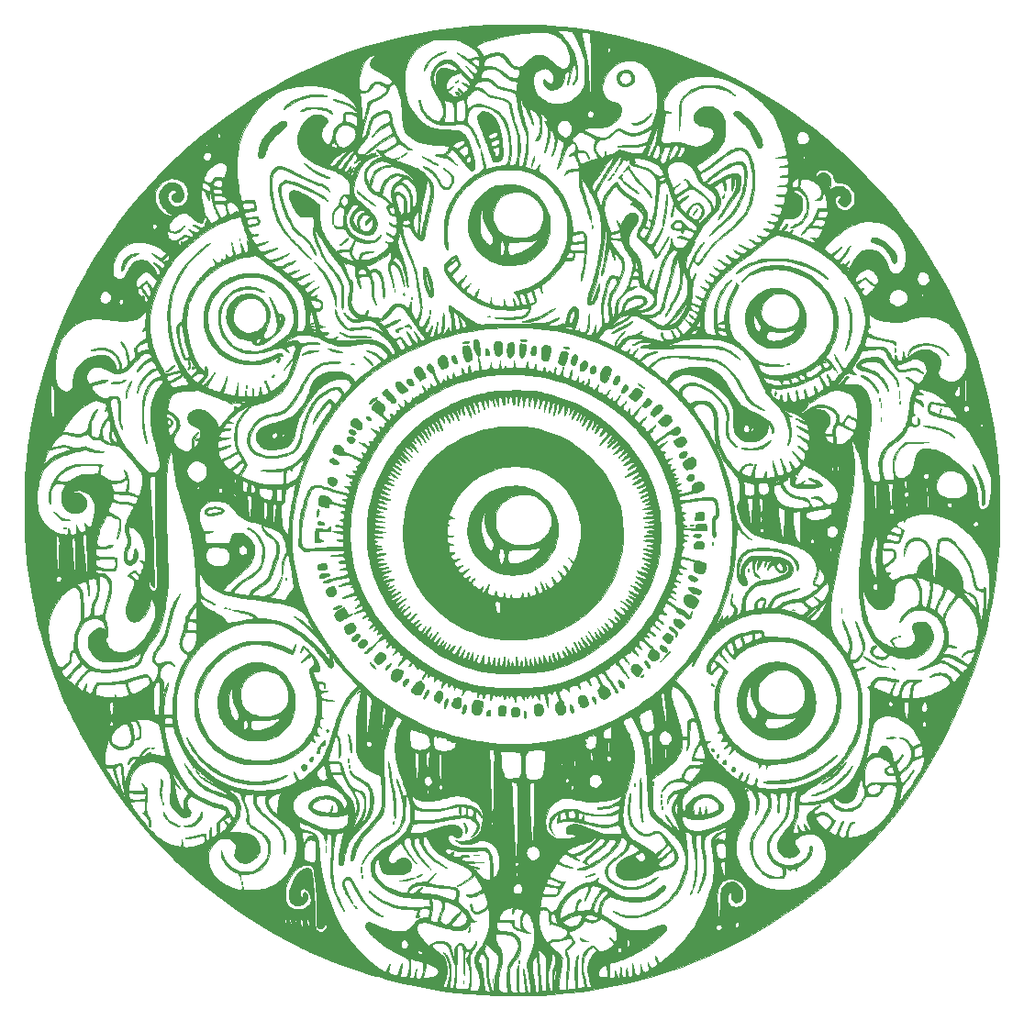
<source format=gbr>
%TF.GenerationSoftware,KiCad,Pcbnew,7.0.1*%
%TF.CreationDate,2023-09-06T22:34:58-07:00*%
%TF.ProjectId,skull_08,736b756c-6c5f-4303-982e-6b696361645f,rev?*%
%TF.SameCoordinates,Original*%
%TF.FileFunction,Copper,L1,Top*%
%TF.FilePolarity,Positive*%
%FSLAX46Y46*%
G04 Gerber Fmt 4.6, Leading zero omitted, Abs format (unit mm)*
G04 Created by KiCad (PCBNEW 7.0.1) date 2023-09-06 22:34:58*
%MOMM*%
%LPD*%
G01*
G04 APERTURE LIST*
%TA.AperFunction,EtchedComponent*%
%ADD10C,0.010000*%
%TD*%
G04 APERTURE END LIST*
%TO.C,G\u002A\u002A\u002A*%
D10*
X48639309Y-30577084D02*
X55872515Y-30577084D01*
X55873730Y-30761047D01*
X55879647Y-30907721D01*
X55891750Y-31022027D01*
X55911521Y-31108884D01*
X55940442Y-31173214D01*
X55979996Y-31219937D01*
X56031666Y-31253976D01*
X56082917Y-31275450D01*
X56176434Y-31296311D01*
X56293744Y-31304969D01*
X56418107Y-31301435D01*
X56532781Y-31285722D01*
X56575329Y-31275109D01*
X56672611Y-31231757D01*
X56738953Y-31170970D01*
X56769533Y-31097631D01*
X56771032Y-31076937D01*
X56787967Y-31001531D01*
X56834203Y-30910372D01*
X56903586Y-30810839D01*
X56989962Y-30710310D01*
X57087177Y-30616166D01*
X57189077Y-30535784D01*
X57258512Y-30492417D01*
X57326801Y-30458155D01*
X57386169Y-30439202D01*
X57454558Y-30431534D01*
X57532834Y-30430876D01*
X57607908Y-30434703D01*
X57683145Y-30445701D01*
X57765377Y-30466005D01*
X57861441Y-30497752D01*
X57978170Y-30543076D01*
X58122399Y-30604115D01*
X58209662Y-30642388D01*
X58335467Y-30691856D01*
X58438477Y-30716335D01*
X58529421Y-30716693D01*
X58619025Y-30693794D01*
X58656559Y-30678466D01*
X58740205Y-30631534D01*
X58815377Y-30571911D01*
X58873290Y-30508332D01*
X58905158Y-30449534D01*
X58908667Y-30427738D01*
X58889524Y-30365461D01*
X58833809Y-30288895D01*
X58744093Y-30199875D01*
X58622945Y-30100237D01*
X58472938Y-29991815D01*
X58296642Y-29876445D01*
X58096627Y-29755960D01*
X57875464Y-29632195D01*
X57635724Y-29506986D01*
X57578398Y-29478262D01*
X57415493Y-29396197D01*
X57286115Y-29328199D01*
X57185155Y-29271031D01*
X57107502Y-29221458D01*
X57048049Y-29176243D01*
X57001685Y-29132152D01*
X56967260Y-29091193D01*
X56939015Y-29050792D01*
X56921595Y-29012206D01*
X56912417Y-28963592D01*
X56908898Y-28893107D01*
X56908417Y-28821453D01*
X56909852Y-28724381D01*
X56916400Y-28653772D01*
X56931427Y-28593788D01*
X56958299Y-28528595D01*
X56980455Y-28482530D01*
X57040282Y-28379406D01*
X57120637Y-28275337D01*
X57223872Y-28165475D01*
X57296892Y-28091717D01*
X57342623Y-28042099D01*
X57364524Y-28011658D01*
X57366050Y-27995435D01*
X57350660Y-27988468D01*
X57347555Y-27987977D01*
X57286836Y-27991288D01*
X57197486Y-28011799D01*
X57088262Y-28046853D01*
X56967921Y-28093794D01*
X56900164Y-28123717D01*
X56734463Y-28222565D01*
X56578844Y-28360622D01*
X56434501Y-28535710D01*
X56302630Y-28745648D01*
X56184427Y-28988256D01*
X56081088Y-29261354D01*
X55993808Y-29562762D01*
X55923783Y-29890300D01*
X55920227Y-29910334D01*
X55901145Y-30030748D01*
X55887670Y-30147294D01*
X55878961Y-30271721D01*
X55874177Y-30415778D01*
X55872515Y-30577084D01*
X48639309Y-30577084D01*
X49270381Y-30235298D01*
X50425273Y-29649966D01*
X51585831Y-29101993D01*
X52532478Y-28684961D01*
X53779557Y-28176400D01*
X55041248Y-27707549D01*
X56317386Y-27278448D01*
X57607804Y-26889137D01*
X58912334Y-26539659D01*
X60230810Y-26230052D01*
X61563065Y-25960357D01*
X62908931Y-25730616D01*
X64268243Y-25540867D01*
X65640832Y-25391153D01*
X66359334Y-25329171D01*
X66743894Y-25299836D01*
X67103667Y-25274365D01*
X67445133Y-25252523D01*
X67774775Y-25234072D01*
X68099077Y-25218778D01*
X68424520Y-25206404D01*
X68757586Y-25196714D01*
X69104760Y-25189472D01*
X69472522Y-25184441D01*
X69867357Y-25181385D01*
X70295745Y-25180069D01*
X70455084Y-25179975D01*
X70797159Y-25180208D01*
X71102269Y-25181029D01*
X71375781Y-25182591D01*
X71623060Y-25185048D01*
X71849473Y-25188553D01*
X72060386Y-25193259D01*
X72261165Y-25199319D01*
X72457176Y-25206886D01*
X72653785Y-25216114D01*
X72856360Y-25227157D01*
X73070265Y-25240166D01*
X73300866Y-25255296D01*
X73450167Y-25265504D01*
X74537903Y-25357137D01*
X75634514Y-25482324D01*
X76742173Y-25641447D01*
X77863051Y-25834888D01*
X78999320Y-26063028D01*
X80153154Y-26326249D01*
X81326724Y-26624933D01*
X81588750Y-26695707D01*
X82942371Y-27086059D01*
X84274361Y-27512568D01*
X85585846Y-27975694D01*
X86877950Y-28475896D01*
X88151801Y-29013634D01*
X89408523Y-29589369D01*
X90649243Y-30203560D01*
X91875085Y-30856667D01*
X92161500Y-31016057D01*
X92975544Y-31485311D01*
X93791221Y-31980069D01*
X94604040Y-32497093D01*
X95409511Y-33033143D01*
X96203141Y-33584980D01*
X96980439Y-34149363D01*
X97736916Y-34723053D01*
X98468078Y-35302810D01*
X99169435Y-35885394D01*
X99836497Y-36467566D01*
X100278917Y-36871513D01*
X100704366Y-37271499D01*
X101132469Y-37681422D01*
X101559926Y-38097880D01*
X101983436Y-38517469D01*
X102399701Y-38936788D01*
X102805420Y-39352432D01*
X103197293Y-39760999D01*
X103572022Y-40159087D01*
X103926305Y-40543293D01*
X104256844Y-40910213D01*
X104560338Y-41256445D01*
X104771667Y-41504594D01*
X105527783Y-42432859D01*
X106264896Y-43392952D01*
X106981068Y-44381521D01*
X107674358Y-45395215D01*
X108342826Y-46430682D01*
X108984533Y-47484571D01*
X109597539Y-48553531D01*
X110179903Y-49634210D01*
X110729687Y-50723256D01*
X111244950Y-51817319D01*
X111723752Y-52913046D01*
X112164154Y-54007086D01*
X112446415Y-54764194D01*
X112885261Y-56041326D01*
X113282003Y-57321055D01*
X113636836Y-58604311D01*
X113949957Y-59892026D01*
X114221562Y-61185129D01*
X114451846Y-62484552D01*
X114641006Y-63791225D01*
X114789238Y-65106079D01*
X114893514Y-66381351D01*
X114911108Y-66649569D01*
X114926325Y-66893507D01*
X114939378Y-67119314D01*
X114950478Y-67333138D01*
X114959840Y-67541128D01*
X114967673Y-67749434D01*
X114974192Y-67964203D01*
X114979608Y-68191584D01*
X114984133Y-68437727D01*
X114987981Y-68708779D01*
X114991362Y-69010890D01*
X114993978Y-69290917D01*
X114992944Y-70529467D01*
X114967577Y-71735822D01*
X114917380Y-72912776D01*
X114841855Y-74063118D01*
X114740506Y-75189640D01*
X114612835Y-76295134D01*
X114458345Y-77382390D01*
X114276540Y-78454201D01*
X114066921Y-79513358D01*
X113828991Y-80562651D01*
X113562254Y-81604873D01*
X113266213Y-82642814D01*
X112940369Y-83679266D01*
X112584226Y-84717021D01*
X112197287Y-85758869D01*
X111947935Y-86392582D01*
X111402154Y-87703865D01*
X110831601Y-88981749D01*
X110236361Y-90226100D01*
X109616519Y-91436784D01*
X108972159Y-92613670D01*
X108303368Y-93756623D01*
X107610228Y-94865510D01*
X106892825Y-95940198D01*
X106151245Y-96980555D01*
X105385571Y-97986446D01*
X104595889Y-98957739D01*
X103782283Y-99894300D01*
X102944838Y-100795997D01*
X102460463Y-101290704D01*
X101464694Y-102262626D01*
X100457119Y-103194572D01*
X99436111Y-104087659D01*
X98400047Y-104943001D01*
X97347300Y-105761714D01*
X96276245Y-106544913D01*
X95185258Y-107293715D01*
X94072712Y-108009233D01*
X92936983Y-108692584D01*
X91776446Y-109344883D01*
X90589475Y-109967246D01*
X89374445Y-110560787D01*
X88129731Y-111126623D01*
X88127902Y-111127424D01*
X86882399Y-111650238D01*
X85620899Y-112133988D01*
X84344117Y-112578506D01*
X83052767Y-112983625D01*
X81747564Y-113349175D01*
X80429222Y-113674989D01*
X79098455Y-113960898D01*
X77755979Y-114206735D01*
X76402507Y-114412331D01*
X75038753Y-114577518D01*
X73665433Y-114702128D01*
X72667000Y-114766850D01*
X72262778Y-114785972D01*
X71825921Y-114801704D01*
X71365661Y-114813952D01*
X70891234Y-114822623D01*
X70411872Y-114827625D01*
X69936810Y-114828864D01*
X69475283Y-114826248D01*
X69036523Y-114819683D01*
X68629766Y-114809078D01*
X68592417Y-114807833D01*
X67327595Y-114745133D01*
X66052011Y-114643183D01*
X64768808Y-114502719D01*
X63481130Y-114324474D01*
X62192118Y-114109185D01*
X60904916Y-113857586D01*
X59622666Y-113570413D01*
X58348512Y-113248399D01*
X57946364Y-113135001D01*
X60541657Y-113135001D01*
X60554372Y-113158775D01*
X60570329Y-113172092D01*
X60624001Y-113192445D01*
X60700313Y-113200378D01*
X60781506Y-113196124D01*
X60849822Y-113179916D01*
X60872578Y-113168132D01*
X60904575Y-113140704D01*
X60932597Y-113103181D01*
X60958978Y-113049651D01*
X60986056Y-112974204D01*
X61016167Y-112870931D01*
X61051648Y-112733920D01*
X61064138Y-112683526D01*
X61092656Y-112570868D01*
X61118990Y-112472795D01*
X61141044Y-112396662D01*
X61156726Y-112349826D01*
X61162311Y-112338744D01*
X61170037Y-112345879D01*
X61167584Y-112383598D01*
X61165264Y-112396834D01*
X61157133Y-112457854D01*
X61149650Y-112547940D01*
X61143173Y-112657061D01*
X61138056Y-112775183D01*
X61134656Y-112892274D01*
X61133328Y-112998301D01*
X61134427Y-113083233D01*
X61138311Y-113137037D01*
X61138894Y-113140471D01*
X61168200Y-113220547D01*
X61217468Y-113278859D01*
X61278171Y-113306099D01*
X61291445Y-113307000D01*
X61340749Y-113297501D01*
X61407324Y-113273308D01*
X61444079Y-113256179D01*
X61544247Y-113194823D01*
X61547006Y-113191973D01*
X61745000Y-113191973D01*
X61764607Y-113198978D01*
X61817682Y-113201799D01*
X61895607Y-113200812D01*
X61989762Y-113196391D01*
X62091530Y-113188914D01*
X62192290Y-113178755D01*
X62263584Y-113169369D01*
X62496710Y-113125085D01*
X62698965Y-113066888D01*
X62868548Y-112995883D01*
X63003657Y-112913177D01*
X63102492Y-112819876D01*
X63163251Y-112717085D01*
X63184135Y-112605910D01*
X63184135Y-112604052D01*
X63163920Y-112504565D01*
X63106478Y-112399682D01*
X63015797Y-112293671D01*
X62895866Y-112190799D01*
X62750672Y-112095334D01*
X62666313Y-112049938D01*
X62579495Y-112009609D01*
X62477979Y-111967322D01*
X62371488Y-111926570D01*
X62269748Y-111890851D01*
X62182482Y-111863657D01*
X62119414Y-111848486D01*
X62100339Y-111846500D01*
X62071895Y-111855040D01*
X62050496Y-111884315D01*
X62034527Y-111939802D01*
X62022373Y-112026983D01*
X62012975Y-112142834D01*
X61992913Y-112327353D01*
X61955649Y-112519806D01*
X61899026Y-112729574D01*
X61828910Y-112943264D01*
X61796389Y-113036816D01*
X61769739Y-113114854D01*
X61751697Y-113169267D01*
X61745001Y-113191941D01*
X61745000Y-113191973D01*
X61547006Y-113191973D01*
X61610082Y-113126839D01*
X61649511Y-113043130D01*
X61658045Y-113010658D01*
X61679892Y-112927173D01*
X61707286Y-112839221D01*
X61713965Y-112820167D01*
X61752828Y-112681092D01*
X61782146Y-112508140D01*
X61800970Y-112308884D01*
X61808348Y-112090899D01*
X61808420Y-112067776D01*
X61808500Y-111770469D01*
X61252875Y-111593949D01*
X61105536Y-111547195D01*
X60970179Y-111504350D01*
X60852414Y-111467181D01*
X60757855Y-111437456D01*
X60692113Y-111416944D01*
X60660800Y-111407410D01*
X60660209Y-111407245D01*
X60647832Y-111406472D01*
X60638549Y-111415329D01*
X60631913Y-111438979D01*
X60627477Y-111482582D01*
X60624794Y-111551300D01*
X60623417Y-111650294D01*
X60622899Y-111784725D01*
X60622839Y-111838740D01*
X60620989Y-112049913D01*
X60615992Y-112257879D01*
X60608214Y-112456194D01*
X60598020Y-112638413D01*
X60585773Y-112798093D01*
X60571839Y-112928788D01*
X60556583Y-113024054D01*
X60555477Y-113029217D01*
X60542472Y-113096117D01*
X60541657Y-113135001D01*
X57946364Y-113135001D01*
X57085596Y-112892281D01*
X55837061Y-112502792D01*
X54606050Y-112080669D01*
X53395706Y-111626646D01*
X52209172Y-111141458D01*
X51405084Y-110788483D01*
X51182845Y-110686351D01*
X50931221Y-110567689D01*
X50657940Y-110436330D01*
X50370728Y-110296111D01*
X50077312Y-110150867D01*
X49785421Y-110004433D01*
X49502780Y-109860645D01*
X49237117Y-109723338D01*
X48996159Y-109596347D01*
X48907417Y-109548756D01*
X47802958Y-108933459D01*
X46713459Y-108287632D01*
X45788231Y-107705584D01*
X49000957Y-107705584D01*
X49000976Y-107789628D01*
X49008346Y-107896881D01*
X49022986Y-108023661D01*
X49044819Y-108166287D01*
X49073764Y-108321076D01*
X49091641Y-108405340D01*
X49112781Y-108498400D01*
X49127737Y-108554871D01*
X49138687Y-108579664D01*
X49147810Y-108577688D01*
X49157286Y-108553854D01*
X49157394Y-108553506D01*
X49165395Y-108506987D01*
X49171798Y-108429991D01*
X49175824Y-108334365D01*
X49176814Y-108258750D01*
X49169487Y-108079989D01*
X49148459Y-107915625D01*
X49142139Y-107888781D01*
X49431107Y-107888781D01*
X49459995Y-107953694D01*
X49473823Y-107975338D01*
X49532006Y-108074248D01*
X49566426Y-108167676D01*
X49584723Y-108277468D01*
X49586664Y-108298009D01*
X49594834Y-108377241D01*
X49604095Y-108446577D01*
X49610325Y-108481000D01*
X49618929Y-108509860D01*
X49626886Y-108505859D01*
X49638033Y-108465110D01*
X49641649Y-108449250D01*
X49648661Y-108384029D01*
X49649150Y-108285670D01*
X49643181Y-108162855D01*
X49639087Y-108109851D01*
X49623550Y-107956214D01*
X49620094Y-107934094D01*
X49974924Y-107934094D01*
X49986164Y-108010172D01*
X50011372Y-108073614D01*
X50020983Y-108087554D01*
X50060159Y-108127878D01*
X50088169Y-108132442D01*
X50106675Y-108099445D01*
X50117339Y-108027089D01*
X50120063Y-107980223D01*
X50119518Y-107932806D01*
X50463290Y-107932806D01*
X50466734Y-108046449D01*
X50482453Y-108167927D01*
X50509417Y-108286701D01*
X50546596Y-108392236D01*
X50561055Y-108422601D01*
X50585258Y-108464890D01*
X50602046Y-108473439D01*
X50621865Y-108452888D01*
X50623677Y-108450423D01*
X50644296Y-108405834D01*
X50661944Y-108340651D01*
X50666171Y-108316819D01*
X50672493Y-108236229D01*
X50672535Y-108133638D01*
X50667170Y-108022694D01*
X50657270Y-107917047D01*
X50643708Y-107830344D01*
X50637129Y-107805708D01*
X51006721Y-107805708D01*
X51016386Y-107873451D01*
X51037655Y-107968032D01*
X51071162Y-108093474D01*
X51117545Y-108253799D01*
X51133306Y-108306760D01*
X51158518Y-108383975D01*
X51181317Y-108441228D01*
X51198085Y-108469911D01*
X51202495Y-108471347D01*
X51217780Y-108446306D01*
X51237201Y-108394797D01*
X51246255Y-108364863D01*
X51263468Y-108263571D01*
X51263704Y-108153718D01*
X51249300Y-108042603D01*
X51222590Y-107937528D01*
X51185911Y-107845793D01*
X51141598Y-107774698D01*
X51091988Y-107731543D01*
X51040975Y-107723293D01*
X51019652Y-107734651D01*
X51008021Y-107760782D01*
X51006721Y-107805708D01*
X50637129Y-107805708D01*
X50632343Y-107787792D01*
X50599473Y-107734142D01*
X50558290Y-107721051D01*
X50514086Y-107749171D01*
X50497351Y-107771172D01*
X50473153Y-107837535D01*
X50463290Y-107932806D01*
X50119518Y-107932806D01*
X50118750Y-107866049D01*
X50104898Y-107781933D01*
X50079551Y-107731863D01*
X50051685Y-107719000D01*
X50016033Y-107737833D01*
X49990757Y-107787146D01*
X49976755Y-107856159D01*
X49974924Y-107934094D01*
X49620094Y-107934094D01*
X49605829Y-107842796D01*
X49584865Y-107767496D01*
X49559597Y-107728213D01*
X49528964Y-107722848D01*
X49491905Y-107749301D01*
X49469870Y-107774771D01*
X49434487Y-107833633D01*
X49431107Y-107888781D01*
X49142139Y-107888781D01*
X49115329Y-107774920D01*
X49075959Y-107675137D01*
X49045788Y-107629525D01*
X49023284Y-107621850D01*
X49008366Y-107648431D01*
X49000957Y-107705584D01*
X45788231Y-107705584D01*
X45640820Y-107612850D01*
X44586944Y-106910686D01*
X43553735Y-106182715D01*
X42613529Y-105482935D01*
X49054506Y-105482935D01*
X49061228Y-105670188D01*
X49077622Y-105843414D01*
X49103548Y-105989232D01*
X49104685Y-105993917D01*
X49170892Y-106208193D01*
X49256727Y-106386538D01*
X49364889Y-106531822D01*
X49498076Y-106646915D01*
X49658987Y-106734685D01*
X49850318Y-106798003D01*
X49863859Y-106801337D01*
X49952942Y-106817023D01*
X50067478Y-106828692D01*
X50197575Y-106836235D01*
X50333342Y-106839540D01*
X50464886Y-106838494D01*
X50582315Y-106832988D01*
X50675739Y-106822909D01*
X50727750Y-106811065D01*
X50813904Y-106773338D01*
X50903007Y-106717478D01*
X51001537Y-106638638D01*
X51115971Y-106531975D01*
X51161738Y-106486406D01*
X51259839Y-106384548D01*
X51330409Y-106301754D01*
X51377765Y-106229203D01*
X51406225Y-106158070D01*
X51420106Y-106079533D01*
X51423727Y-105984769D01*
X51423454Y-105951584D01*
X51407664Y-105749164D01*
X51368135Y-105559800D01*
X51307482Y-105387564D01*
X51228321Y-105236527D01*
X51133270Y-105110761D01*
X51024945Y-105014339D01*
X50905962Y-104951332D01*
X50778938Y-104925812D01*
X50764112Y-104925465D01*
X50645961Y-104940975D01*
X50549399Y-104986710D01*
X50483356Y-105056018D01*
X50456014Y-105125755D01*
X50443924Y-105216515D01*
X50445432Y-105319382D01*
X50458889Y-105425439D01*
X50482643Y-105525769D01*
X50515043Y-105611456D01*
X50554438Y-105673582D01*
X50599176Y-105703232D01*
X50603348Y-105703994D01*
X50634291Y-105702038D01*
X50656716Y-105681505D01*
X50673449Y-105635869D01*
X50687313Y-105558604D01*
X50695915Y-105490165D01*
X50716091Y-105381335D01*
X50748591Y-105309919D01*
X50795879Y-105272164D01*
X50844593Y-105263667D01*
X50922784Y-105283292D01*
X50990968Y-105337473D01*
X51046999Y-105419167D01*
X51088728Y-105521333D01*
X51114006Y-105636928D01*
X51120684Y-105758910D01*
X51106616Y-105880238D01*
X51069652Y-105993868D01*
X51068267Y-105996871D01*
X50975172Y-106148428D01*
X50851293Y-106273611D01*
X50700720Y-106370041D01*
X50527546Y-106435337D01*
X50335862Y-106467119D01*
X50254906Y-106469916D01*
X50053993Y-106453880D01*
X49880991Y-106406180D01*
X49735283Y-106326430D01*
X49616253Y-106214243D01*
X49523282Y-106069231D01*
X49488290Y-105989309D01*
X49455871Y-105871046D01*
X49435738Y-105723400D01*
X49428346Y-105557637D01*
X49434150Y-105385022D01*
X49453606Y-105216819D01*
X49456388Y-105200283D01*
X49500213Y-105002781D01*
X49564748Y-104786382D01*
X49645819Y-104561026D01*
X49739248Y-104336651D01*
X49840860Y-104123196D01*
X49946480Y-103930599D01*
X50051931Y-103768800D01*
X50065632Y-103750250D01*
X50227558Y-103553607D01*
X50395852Y-103384870D01*
X50567037Y-103246421D01*
X50737634Y-103140644D01*
X50904164Y-103069924D01*
X51063148Y-103036642D01*
X51110583Y-103034298D01*
X51227124Y-103043096D01*
X51312608Y-103074714D01*
X51374134Y-103133640D01*
X51418803Y-103224360D01*
X51420949Y-103230469D01*
X51464933Y-103380589D01*
X51507258Y-103570396D01*
X51547661Y-103797267D01*
X51585882Y-104058579D01*
X51621658Y-104351710D01*
X51654729Y-104674036D01*
X51684833Y-105022933D01*
X51711707Y-105395780D01*
X51735091Y-105789953D01*
X51754724Y-106202829D01*
X51770342Y-106631785D01*
X51774589Y-106777084D01*
X51784202Y-107116397D01*
X51793361Y-107415727D01*
X51802206Y-107677420D01*
X51810881Y-107903822D01*
X51819525Y-108097277D01*
X51828280Y-108260133D01*
X51837288Y-108394734D01*
X51846690Y-108503427D01*
X51856628Y-108588558D01*
X51867242Y-108652472D01*
X51878674Y-108697516D01*
X51891066Y-108726034D01*
X51892153Y-108727747D01*
X51933731Y-108769273D01*
X52004423Y-108818758D01*
X52093264Y-108870536D01*
X52189286Y-108918946D01*
X52281521Y-108958323D01*
X52359003Y-108983004D01*
X52397081Y-108988498D01*
X52435142Y-108976722D01*
X52491527Y-108945850D01*
X52534664Y-108916543D01*
X52678545Y-108794768D01*
X52792270Y-108665812D01*
X52871313Y-108535302D01*
X52898514Y-108464391D01*
X52913748Y-108399954D01*
X52910918Y-108351685D01*
X52891526Y-108302158D01*
X52847597Y-108239707D01*
X52796023Y-108213611D01*
X52742911Y-108226253D01*
X52727396Y-108238130D01*
X52700040Y-108275584D01*
X52666263Y-108339483D01*
X52633255Y-108416187D01*
X52632435Y-108418325D01*
X52577618Y-108528794D01*
X52509313Y-108601792D01*
X52422677Y-108639791D01*
X52312867Y-108645261D01*
X52216716Y-108630440D01*
X52116754Y-108598255D01*
X52045992Y-108546333D01*
X51994641Y-108465817D01*
X51972172Y-108409168D01*
X51961362Y-108369272D01*
X51952412Y-108315407D01*
X51945290Y-108244829D01*
X51939969Y-108154797D01*
X51936419Y-108042569D01*
X51934609Y-107905403D01*
X51934512Y-107740556D01*
X51936096Y-107545287D01*
X51939334Y-107316853D01*
X51944195Y-107052512D01*
X51950649Y-106749523D01*
X51953149Y-106639500D01*
X51958087Y-106402405D01*
X51960993Y-106193206D01*
X51961500Y-106004861D01*
X51959241Y-105830329D01*
X51953849Y-105662567D01*
X51944959Y-105494533D01*
X51932202Y-105319187D01*
X51915213Y-105129485D01*
X51893624Y-104918388D01*
X51867069Y-104678851D01*
X51837971Y-104427584D01*
X51804880Y-104146590D01*
X51775918Y-103904461D01*
X51750457Y-103697994D01*
X51727863Y-103523988D01*
X51707509Y-103379242D01*
X51688761Y-103260556D01*
X51670992Y-103164727D01*
X51653569Y-103088555D01*
X51635862Y-103028839D01*
X51617242Y-102982377D01*
X51597076Y-102945969D01*
X51574736Y-102916412D01*
X51549590Y-102890507D01*
X51532124Y-102874708D01*
X51471196Y-102829638D01*
X51402474Y-102798099D01*
X51318144Y-102778526D01*
X51210395Y-102769352D01*
X51071416Y-102769011D01*
X51013500Y-102770704D01*
X50850291Y-102781494D01*
X50715097Y-102803806D01*
X50594264Y-102841690D01*
X50474136Y-102899198D01*
X50370145Y-102961558D01*
X50168421Y-103111708D01*
X49972413Y-103298524D01*
X49785685Y-103516394D01*
X49611804Y-103759705D01*
X49454333Y-104022846D01*
X49316839Y-104300203D01*
X49202887Y-104586164D01*
X49116041Y-104875117D01*
X49093802Y-104970807D01*
X49070651Y-105119865D01*
X49057600Y-105295034D01*
X49054506Y-105482935D01*
X42613529Y-105482935D01*
X42543093Y-105430511D01*
X41556922Y-104655649D01*
X40597124Y-103859703D01*
X39665601Y-103044248D01*
X38787754Y-102232584D01*
X41936428Y-102232584D01*
X41965765Y-102503843D01*
X42042156Y-102820195D01*
X42158061Y-103124195D01*
X42311997Y-103414043D01*
X42502481Y-103687938D01*
X42728029Y-103944081D01*
X42987159Y-104180670D01*
X43278387Y-104395907D01*
X43600231Y-104587992D01*
X43742750Y-104660636D01*
X44001101Y-104778944D01*
X44248792Y-104878218D01*
X44480361Y-104956626D01*
X44690346Y-105012333D01*
X44873283Y-105043507D01*
X44887903Y-105045014D01*
X44960811Y-105050521D01*
X45004460Y-105047366D01*
X45031522Y-105032728D01*
X45051327Y-105008607D01*
X45072781Y-104960421D01*
X45091311Y-104888837D01*
X45099486Y-104836918D01*
X45109252Y-104773266D01*
X45120510Y-104732599D01*
X45128999Y-104723813D01*
X45141109Y-104748226D01*
X45156613Y-104801728D01*
X45169156Y-104858166D01*
X45196724Y-104955750D01*
X45236643Y-105018850D01*
X45293920Y-105054674D01*
X45309084Y-105059537D01*
X45344743Y-105063032D01*
X45416362Y-105064856D01*
X45517604Y-105065150D01*
X45642135Y-105064057D01*
X45783618Y-105061720D01*
X45935719Y-105058280D01*
X46092102Y-105053880D01*
X46246432Y-105048663D01*
X46392373Y-105042771D01*
X46523590Y-105036346D01*
X46628956Y-105029870D01*
X46854410Y-105010279D01*
X47048731Y-104983984D01*
X47222948Y-104948081D01*
X47388090Y-104899666D01*
X47555186Y-104835836D01*
X47735266Y-104753688D01*
X47800835Y-104721356D01*
X47971852Y-104632517D01*
X48118502Y-104548183D01*
X48256328Y-104458748D01*
X48400874Y-104354604D01*
X48431167Y-104331764D01*
X48718891Y-104089806D01*
X48985250Y-103818374D01*
X49228365Y-103521580D01*
X49446360Y-103203536D01*
X49637357Y-102868354D01*
X49799478Y-102520146D01*
X49930848Y-102163024D01*
X50029571Y-101801159D01*
X50738996Y-101801159D01*
X50740793Y-101947040D01*
X50752612Y-102068132D01*
X50775277Y-102156934D01*
X50778665Y-102164844D01*
X50823822Y-102237361D01*
X50891670Y-102301042D01*
X50986775Y-102358497D01*
X51113707Y-102412337D01*
X51277035Y-102465171D01*
X51331000Y-102480440D01*
X51468395Y-102514128D01*
X51573993Y-102529509D01*
X51654135Y-102526655D01*
X51715162Y-102505635D01*
X51744429Y-102485035D01*
X51776272Y-102450028D01*
X51802608Y-102401974D01*
X51824265Y-102336330D01*
X51842075Y-102248554D01*
X51856868Y-102134103D01*
X51869475Y-101988435D01*
X51880725Y-101807007D01*
X51885536Y-101713112D01*
X51895508Y-101427968D01*
X51895582Y-101182779D01*
X51885701Y-100976329D01*
X51865809Y-100807400D01*
X51838034Y-100682077D01*
X51786425Y-100576124D01*
X51703353Y-100495894D01*
X51592377Y-100443333D01*
X51457057Y-100420385D01*
X51361794Y-100421937D01*
X51221512Y-100448451D01*
X51106542Y-100505762D01*
X51011870Y-100597348D01*
X50937846Y-100715934D01*
X50892554Y-100825326D01*
X50851518Y-100962432D01*
X50815560Y-101119751D01*
X50785505Y-101289784D01*
X50762177Y-101465030D01*
X50746399Y-101637989D01*
X50738996Y-101801159D01*
X50029571Y-101801159D01*
X50029587Y-101801101D01*
X50093820Y-101438488D01*
X50121669Y-101079297D01*
X50111256Y-100727641D01*
X50105126Y-100665028D01*
X50079482Y-100476789D01*
X50043727Y-100303194D01*
X49995416Y-100140944D01*
X49932106Y-99986741D01*
X49894116Y-99916429D01*
X50618128Y-99916429D01*
X50628237Y-100043182D01*
X50652271Y-100187630D01*
X50689834Y-100344349D01*
X50733140Y-100486251D01*
X50809956Y-100714753D01*
X50931738Y-100465085D01*
X50982943Y-100365588D01*
X51034184Y-100275489D01*
X51079754Y-100204257D01*
X51113944Y-100161361D01*
X51115944Y-100159502D01*
X51201224Y-100110577D01*
X51321469Y-100085108D01*
X51476368Y-100083147D01*
X51542667Y-100088417D01*
X51638347Y-100093914D01*
X51736413Y-100093101D01*
X51800521Y-100087887D01*
X51911570Y-100072614D01*
X51848827Y-100022149D01*
X51779910Y-99978095D01*
X51682253Y-99931214D01*
X51562866Y-99883451D01*
X51428760Y-99836750D01*
X51286944Y-99793058D01*
X51144429Y-99754318D01*
X51008226Y-99722475D01*
X50885344Y-99699476D01*
X50782795Y-99687263D01*
X50707588Y-99687783D01*
X50675321Y-99696572D01*
X50641273Y-99737701D01*
X50622340Y-99812794D01*
X50618128Y-99916429D01*
X49894116Y-99916429D01*
X49851354Y-99837286D01*
X49750714Y-99689283D01*
X49627744Y-99539431D01*
X49479999Y-99384433D01*
X49305036Y-99220991D01*
X49100410Y-99045807D01*
X48880249Y-98868896D01*
X50315334Y-98868896D01*
X50320318Y-98948544D01*
X50332624Y-99036891D01*
X50351089Y-99123193D01*
X50374553Y-99196706D01*
X50378098Y-99205197D01*
X50415988Y-99278958D01*
X50463084Y-99340345D01*
X50524710Y-99392220D01*
X50606187Y-99437445D01*
X50712838Y-99478882D01*
X50849985Y-99519394D01*
X51022950Y-99561842D01*
X51054793Y-99569116D01*
X51288537Y-99628841D01*
X51484117Y-99694387D01*
X51645561Y-99768109D01*
X51776896Y-99852361D01*
X51882150Y-99949498D01*
X51965351Y-100061874D01*
X51997886Y-100120435D01*
X52028454Y-100194751D01*
X52056881Y-100293973D01*
X52083484Y-100420442D01*
X52108581Y-100576503D01*
X52132488Y-100764500D01*
X52155523Y-100986775D01*
X52178004Y-101245672D01*
X52200248Y-101543535D01*
X52209973Y-101686500D01*
X52230468Y-101974866D01*
X52252002Y-102232563D01*
X52275808Y-102471256D01*
X52303119Y-102702607D01*
X52335169Y-102938282D01*
X52359948Y-103104667D01*
X52481976Y-103789078D01*
X52637948Y-104477042D01*
X52825997Y-105163688D01*
X53044258Y-105844146D01*
X53290863Y-106513546D01*
X53563947Y-107167019D01*
X53861644Y-107799693D01*
X54182086Y-108406699D01*
X54523408Y-108983167D01*
X54740631Y-109317084D01*
X54914108Y-109561330D01*
X55113891Y-109820180D01*
X55335449Y-110088999D01*
X55574253Y-110363151D01*
X55825772Y-110638001D01*
X56085477Y-110908915D01*
X56348837Y-111171257D01*
X56611322Y-111420392D01*
X56868402Y-111651686D01*
X57115547Y-111860503D01*
X57348227Y-112042208D01*
X57529961Y-112171017D01*
X57587862Y-112208434D01*
X57667475Y-112258005D01*
X57762289Y-112315874D01*
X57865797Y-112378188D01*
X57971488Y-112441090D01*
X58072854Y-112500726D01*
X58163385Y-112553241D01*
X58236571Y-112594781D01*
X58285904Y-112621491D01*
X58304437Y-112629667D01*
X58317221Y-112611741D01*
X58345412Y-112562137D01*
X58385634Y-112487115D01*
X58434510Y-112392934D01*
X58472821Y-112317459D01*
X58543916Y-112177634D01*
X58599188Y-112072661D01*
X58640743Y-111999041D01*
X58670686Y-111953273D01*
X58691120Y-111931860D01*
X58704150Y-111931301D01*
X58704733Y-111931845D01*
X58704171Y-111955520D01*
X58694335Y-112011647D01*
X58676909Y-112091786D01*
X58654011Y-112185811D01*
X58614508Y-112362308D01*
X58594912Y-112503650D01*
X58595282Y-112609112D01*
X58613094Y-112673420D01*
X58650008Y-112712415D01*
X58722519Y-112756379D01*
X58832338Y-112806132D01*
X58981176Y-112862497D01*
X59072236Y-112893912D01*
X59169571Y-112926048D01*
X59247206Y-112947134D01*
X59309194Y-112953674D01*
X59359590Y-112942172D01*
X59402450Y-112909131D01*
X59441827Y-112851056D01*
X59481776Y-112764449D01*
X59526351Y-112645815D01*
X59579608Y-112491658D01*
X59596593Y-112441755D01*
X59655328Y-112270206D01*
X59702522Y-112135028D01*
X59739709Y-112032329D01*
X59768427Y-111958218D01*
X59790209Y-111908802D01*
X59806591Y-111880190D01*
X59819108Y-111868489D01*
X59823060Y-111867667D01*
X59835509Y-111887024D01*
X59833058Y-111943081D01*
X59830887Y-111957625D01*
X59815697Y-112054011D01*
X59797769Y-112171480D01*
X59778064Y-112303334D01*
X59757543Y-112442873D01*
X59737168Y-112583398D01*
X59717902Y-112718209D01*
X59700705Y-112840609D01*
X59686540Y-112943897D01*
X59676368Y-113021375D01*
X59671151Y-113066344D01*
X59670667Y-113073688D01*
X59673626Y-113093778D01*
X59687812Y-113106303D01*
X59721192Y-113112966D01*
X59781730Y-113115471D01*
X59866459Y-113115578D01*
X59966675Y-113113117D01*
X60062888Y-113107365D01*
X60138712Y-113099406D01*
X60156884Y-113096399D01*
X60246344Y-113064615D01*
X60298925Y-113023026D01*
X60343358Y-112949834D01*
X60384419Y-112840883D01*
X60420877Y-112702692D01*
X60451498Y-112541781D01*
X60475052Y-112364671D01*
X60490306Y-112177880D01*
X60496029Y-111987929D01*
X60496042Y-111979834D01*
X60493913Y-111818345D01*
X60486476Y-111692732D01*
X60472402Y-111596726D01*
X60450361Y-111524057D01*
X60419023Y-111468455D01*
X60378327Y-111424756D01*
X60305684Y-111369424D01*
X60199968Y-111300766D01*
X60067018Y-111222130D01*
X59912672Y-111136864D01*
X59742769Y-111048315D01*
X59589818Y-110972648D01*
X59231852Y-110795660D01*
X58908933Y-110626438D01*
X58615395Y-110461150D01*
X58345570Y-110295963D01*
X58093792Y-110127046D01*
X58041484Y-110088485D01*
X59744832Y-110088485D01*
X59754905Y-110211063D01*
X59786021Y-110309124D01*
X59849081Y-110396359D01*
X59932665Y-110449424D01*
X60030710Y-110467090D01*
X60137153Y-110448128D01*
X60233516Y-110399796D01*
X60305125Y-110337975D01*
X60364284Y-110260599D01*
X60379703Y-110228242D01*
X61259920Y-110228242D01*
X61261087Y-110330815D01*
X61264937Y-110444558D01*
X61271014Y-110559148D01*
X61278862Y-110664261D01*
X61288028Y-110749573D01*
X61298056Y-110804762D01*
X61298696Y-110806958D01*
X61331502Y-110888126D01*
X61375669Y-110934800D01*
X61441135Y-110953644D01*
X61516614Y-110953080D01*
X61612961Y-110937797D01*
X61675967Y-110909283D01*
X61680707Y-110905301D01*
X61717888Y-110852218D01*
X61715737Y-110800421D01*
X61677156Y-110754123D01*
X61605045Y-110717542D01*
X61539888Y-110700654D01*
X61466885Y-110682958D01*
X61419501Y-110656852D01*
X61391715Y-110613594D01*
X61377511Y-110544442D01*
X61371500Y-110456058D01*
X61363455Y-110314845D01*
X61357416Y-110256396D01*
X62614821Y-110256396D01*
X62635521Y-110322754D01*
X62688783Y-110397835D01*
X62775898Y-110483815D01*
X62898159Y-110582865D01*
X63056859Y-110697160D01*
X63125170Y-110743815D01*
X63326064Y-110889278D01*
X63490385Y-111031979D01*
X63622840Y-111178533D01*
X63728137Y-111335555D01*
X63810985Y-111509660D01*
X63876092Y-111707464D01*
X63909962Y-111846500D01*
X63925794Y-111926598D01*
X63937520Y-112006488D01*
X63945738Y-112094699D01*
X63951049Y-112199758D01*
X63954051Y-112330194D01*
X63955335Y-112492084D01*
X63955675Y-112638814D01*
X63954505Y-112757772D01*
X63950286Y-112857096D01*
X63941479Y-112944925D01*
X63926544Y-113029398D01*
X63903943Y-113118653D01*
X63872136Y-113220830D01*
X63829583Y-113344066D01*
X63774746Y-113496500D01*
X63755129Y-113550632D01*
X63713678Y-113667930D01*
X63677943Y-113774624D01*
X63650337Y-113863055D01*
X63633273Y-113925559D01*
X63628834Y-113951570D01*
X63646324Y-114003576D01*
X63691873Y-114036169D01*
X63755099Y-114047671D01*
X63825618Y-114036398D01*
X63893048Y-114000671D01*
X63899559Y-113995405D01*
X63952832Y-113931064D01*
X64006143Y-113831271D01*
X64057796Y-113702869D01*
X64106092Y-113552706D01*
X64149334Y-113387624D01*
X64185824Y-113214471D01*
X64213865Y-113040090D01*
X64231758Y-112871326D01*
X64237806Y-112715026D01*
X64235667Y-112640250D01*
X64213657Y-112418942D01*
X64173359Y-112181377D01*
X64117474Y-111936735D01*
X64048701Y-111694193D01*
X63969741Y-111462929D01*
X63883294Y-111252123D01*
X63792061Y-111070952D01*
X63756510Y-111011488D01*
X63711635Y-110937925D01*
X63678398Y-110878584D01*
X63661311Y-110841789D01*
X63660429Y-110834183D01*
X63679937Y-110842114D01*
X63721581Y-110872812D01*
X63777435Y-110919235D01*
X63839572Y-110974344D01*
X63900068Y-111031099D01*
X63950995Y-111082460D01*
X63984428Y-111121387D01*
X63985541Y-111122941D01*
X64078321Y-111281193D01*
X64160299Y-111476193D01*
X64229900Y-111703370D01*
X64285549Y-111958156D01*
X64297326Y-112027050D01*
X64316884Y-112192061D01*
X64328616Y-112389580D01*
X64332847Y-112610571D01*
X64329902Y-112846000D01*
X64320104Y-113086834D01*
X64303778Y-113324037D01*
X64281247Y-113548575D01*
X64252837Y-113751414D01*
X64231252Y-113867917D01*
X64209809Y-113975467D01*
X64200938Y-114048435D01*
X64208340Y-114093631D01*
X64235717Y-114117867D01*
X64286770Y-114127954D01*
X64365202Y-114130703D01*
X64374134Y-114130829D01*
X64450672Y-114128420D01*
X64499460Y-114116049D01*
X64534623Y-114089942D01*
X64537132Y-114087296D01*
X64561087Y-114051763D01*
X64573067Y-114022284D01*
X64751975Y-114022284D01*
X64760777Y-114071366D01*
X64779410Y-114104032D01*
X64800428Y-114121796D01*
X64857229Y-114147537D01*
X64941049Y-114166761D01*
X65055316Y-114179805D01*
X65203455Y-114187009D01*
X65388892Y-114188710D01*
X65470334Y-114187978D01*
X65631475Y-114184452D01*
X65753214Y-114178471D01*
X65838422Y-114169814D01*
X65889972Y-114158257D01*
X65897938Y-114154888D01*
X65940464Y-114124866D01*
X65975816Y-114077913D01*
X66005076Y-114009822D01*
X66029328Y-113916386D01*
X66049654Y-113793399D01*
X66067136Y-113636652D01*
X66082857Y-113441938D01*
X66083415Y-113434000D01*
X66099515Y-113142855D01*
X66104113Y-112888086D01*
X66096977Y-112665263D01*
X66077872Y-112469956D01*
X66046566Y-112297734D01*
X66017903Y-112190616D01*
X65992425Y-112115626D01*
X65954669Y-112014707D01*
X65909563Y-111900608D01*
X65862030Y-111786079D01*
X65858038Y-111776739D01*
X65801661Y-111644198D01*
X65760981Y-111544998D01*
X65734574Y-111473764D01*
X65721016Y-111425121D01*
X65718882Y-111393693D01*
X65726748Y-111374105D01*
X65743190Y-111360982D01*
X65747275Y-111358717D01*
X65784065Y-111327398D01*
X65826160Y-111275793D01*
X65838802Y-111256920D01*
X65862675Y-111213796D01*
X65896630Y-111145767D01*
X65936596Y-111061800D01*
X65978504Y-110970860D01*
X66018285Y-110881912D01*
X66051867Y-110803921D01*
X66075183Y-110745853D01*
X66084161Y-110716674D01*
X66084167Y-110716397D01*
X66065172Y-110707868D01*
X66016318Y-110703803D01*
X65949797Y-110703811D01*
X65877805Y-110707498D01*
X65812533Y-110714471D01*
X65766178Y-110724337D01*
X65759752Y-110726847D01*
X65701967Y-110771026D01*
X65656249Y-110847068D01*
X65621345Y-110958035D01*
X65596002Y-111106990D01*
X65592680Y-111135185D01*
X65585343Y-111215638D01*
X65580621Y-111306087D01*
X65578520Y-111412207D01*
X65579044Y-111539673D01*
X65582199Y-111694160D01*
X65587988Y-111881341D01*
X65593468Y-112031115D01*
X65602122Y-112262266D01*
X65608818Y-112454147D01*
X65613572Y-112609774D01*
X65616395Y-112732164D01*
X65617300Y-112824334D01*
X65616302Y-112889301D01*
X65613411Y-112930082D01*
X65608643Y-112949694D01*
X65602009Y-112951154D01*
X65597405Y-112945032D01*
X65577913Y-112894152D01*
X65560475Y-112810923D01*
X65544996Y-112693997D01*
X65531384Y-112542028D01*
X65519544Y-112353671D01*
X65509381Y-112127580D01*
X65500803Y-111862407D01*
X65493716Y-111556806D01*
X65491281Y-111423167D01*
X65486956Y-111179835D01*
X65482727Y-110974998D01*
X65478277Y-110804820D01*
X65473286Y-110665465D01*
X65467438Y-110553097D01*
X65460415Y-110463879D01*
X65451899Y-110393977D01*
X65441571Y-110339552D01*
X65429114Y-110296770D01*
X65414210Y-110261794D01*
X65396541Y-110230788D01*
X65391868Y-110223533D01*
X65338609Y-110176914D01*
X65259935Y-110148802D01*
X65170081Y-110142876D01*
X65114882Y-110151987D01*
X65019298Y-110194167D01*
X64956996Y-110258940D01*
X64932646Y-110327708D01*
X64925215Y-110379711D01*
X64918766Y-110433469D01*
X64913142Y-110492947D01*
X64908185Y-110562110D01*
X64903740Y-110644923D01*
X64899650Y-110745349D01*
X64895758Y-110867355D01*
X64891908Y-111014904D01*
X64887942Y-111191961D01*
X64883705Y-111402492D01*
X64879039Y-111650461D01*
X64877871Y-111714198D01*
X64871336Y-112047802D01*
X64864556Y-112342523D01*
X64857365Y-112601814D01*
X64849597Y-112829127D01*
X64841087Y-113027912D01*
X64831667Y-113201621D01*
X64821173Y-113353707D01*
X64809438Y-113487619D01*
X64796296Y-113606810D01*
X64781691Y-113714002D01*
X64762720Y-113849857D01*
X64752719Y-113950533D01*
X64751975Y-114022284D01*
X64573067Y-114022284D01*
X64583760Y-113995972D01*
X64606018Y-113915998D01*
X64628730Y-113807914D01*
X64652765Y-113667796D01*
X64678989Y-113491718D01*
X64695700Y-113370420D01*
X64727691Y-113128593D01*
X64753106Y-112923569D01*
X64771929Y-112750329D01*
X64784146Y-112603856D01*
X64789743Y-112479130D01*
X64788705Y-112371133D01*
X64781018Y-112274848D01*
X64766668Y-112185254D01*
X64745639Y-112097334D01*
X64717919Y-112006068D01*
X64691553Y-111929083D01*
X64653270Y-111820841D01*
X64605965Y-111687071D01*
X64554724Y-111542160D01*
X64504636Y-111400491D01*
X64486461Y-111349084D01*
X64440063Y-111214416D01*
X64393155Y-111072314D01*
X64350156Y-110936557D01*
X64315486Y-110820928D01*
X64304415Y-110781472D01*
X64274455Y-110678336D01*
X64242892Y-110581091D01*
X64214106Y-110502707D01*
X64197711Y-110465526D01*
X64141023Y-110377803D01*
X64059365Y-110280888D01*
X63964322Y-110186938D01*
X63867480Y-110108110D01*
X63837959Y-110088036D01*
X63667711Y-110003005D01*
X63480747Y-109952138D01*
X63285352Y-109935434D01*
X63089811Y-109952895D01*
X62902408Y-110004522D01*
X62735161Y-110087929D01*
X62665933Y-110141157D01*
X62625389Y-110196588D01*
X62614821Y-110256396D01*
X61357416Y-110256396D01*
X61352644Y-110210213D01*
X61338169Y-110136449D01*
X61319135Y-110087842D01*
X61311940Y-110076675D01*
X61290677Y-110052145D01*
X61278304Y-110060558D01*
X61267449Y-110097897D01*
X61261889Y-110147161D01*
X61259920Y-110228242D01*
X60379703Y-110228242D01*
X60402160Y-110181118D01*
X60411293Y-110129118D01*
X60397722Y-110059919D01*
X60361926Y-109971341D01*
X60310592Y-109874452D01*
X60250407Y-109780317D01*
X60188057Y-109700004D01*
X60130229Y-109644577D01*
X60111270Y-109632568D01*
X60040384Y-109617723D01*
X59966946Y-109643420D01*
X59893109Y-109708131D01*
X59821025Y-109810325D01*
X59795487Y-109856834D01*
X59758480Y-109964660D01*
X59744832Y-110088485D01*
X58041484Y-110088485D01*
X57854395Y-109950565D01*
X57621712Y-109762689D01*
X57390076Y-109559585D01*
X57153822Y-109337420D01*
X57112531Y-109297226D01*
X56917212Y-109099241D01*
X56753813Y-108918701D01*
X56623055Y-108756595D01*
X56525658Y-108613909D01*
X56462342Y-108491632D01*
X56433828Y-108390751D01*
X56432167Y-108364379D01*
X56449457Y-108291829D01*
X56496068Y-108210236D01*
X56564114Y-108130747D01*
X56643132Y-108066202D01*
X56687128Y-108040425D01*
X56729826Y-108025841D01*
X56777329Y-108023899D01*
X56835737Y-108036048D01*
X56911154Y-108063735D01*
X57009681Y-108108411D01*
X57137419Y-108171523D01*
X57182200Y-108194193D01*
X57549493Y-108367055D01*
X57925256Y-108517833D01*
X58303432Y-108644879D01*
X58677962Y-108746545D01*
X59042787Y-108821182D01*
X59391850Y-108867144D01*
X59713845Y-108882779D01*
X59901103Y-108877384D01*
X60054213Y-108859704D01*
X60179921Y-108828402D01*
X60284972Y-108782140D01*
X60316250Y-108763366D01*
X60351942Y-108735020D01*
X60412856Y-108680563D01*
X60494625Y-108604159D01*
X60592881Y-108509970D01*
X60703254Y-108402159D01*
X60821376Y-108284889D01*
X60877167Y-108228859D01*
X61012902Y-108093428D01*
X61135615Y-107973745D01*
X61242107Y-107872784D01*
X61323325Y-107798852D01*
X62432473Y-107798852D01*
X62461295Y-107846931D01*
X62524854Y-107893958D01*
X62625787Y-107941507D01*
X62739834Y-107982497D01*
X62877364Y-108022750D01*
X62981057Y-108041711D01*
X63053715Y-108039293D01*
X63098141Y-108015408D01*
X63117042Y-107970696D01*
X63130286Y-107909607D01*
X63294073Y-107909607D01*
X63473323Y-108044136D01*
X63561983Y-108106060D01*
X63652787Y-108161810D01*
X63732107Y-108203331D01*
X63766508Y-108217393D01*
X63832583Y-108238599D01*
X63875263Y-108245472D01*
X63911055Y-108237814D01*
X63956468Y-108215425D01*
X63957072Y-108215102D01*
X64030808Y-108166993D01*
X64128493Y-108089634D01*
X64246749Y-107986107D01*
X64382198Y-107859491D01*
X64531462Y-107712870D01*
X64691162Y-107549323D01*
X64718917Y-107520257D01*
X64860859Y-107373307D01*
X64986455Y-107247678D01*
X65093469Y-107145433D01*
X65179665Y-107068634D01*
X65242809Y-107019342D01*
X65280664Y-106999618D01*
X65283692Y-106999334D01*
X65299445Y-107014541D01*
X65289617Y-107057726D01*
X65256757Y-107125233D01*
X65203416Y-107213406D01*
X65132145Y-107318589D01*
X65045493Y-107437127D01*
X64946011Y-107565362D01*
X64836249Y-107699640D01*
X64718759Y-107836305D01*
X64633983Y-107930667D01*
X64532254Y-108044571D01*
X64459690Y-108133702D01*
X64414547Y-108202219D01*
X64395084Y-108254275D01*
X64399557Y-108294028D01*
X64426223Y-108325633D01*
X64459625Y-108346431D01*
X64617466Y-108406320D01*
X64798042Y-108435278D01*
X64994556Y-108432700D01*
X65155416Y-108408222D01*
X65327694Y-108355027D01*
X65484165Y-108274309D01*
X65619453Y-108170925D01*
X65728183Y-108049736D01*
X65804981Y-107915600D01*
X65842468Y-107787113D01*
X65841417Y-107664833D01*
X65802480Y-107529667D01*
X65727111Y-107384363D01*
X65616765Y-107231672D01*
X65472896Y-107074342D01*
X65457349Y-107059070D01*
X65172972Y-106805483D01*
X64878856Y-106588311D01*
X64577498Y-106409044D01*
X64271395Y-106269174D01*
X63972477Y-106172597D01*
X63875381Y-106149505D01*
X63812404Y-106142683D01*
X63777146Y-106156140D01*
X63763205Y-106193887D01*
X63764182Y-106259932D01*
X63767864Y-106300774D01*
X63771721Y-106397194D01*
X63764330Y-106503862D01*
X63744630Y-106624725D01*
X63711558Y-106763730D01*
X63664051Y-106924824D01*
X63601048Y-107111953D01*
X63521484Y-107329064D01*
X63424299Y-107580106D01*
X63421669Y-107586762D01*
X63294073Y-107909607D01*
X63130286Y-107909607D01*
X63136015Y-107883183D01*
X63174415Y-107758859D01*
X63232313Y-107597523D01*
X63309777Y-107398970D01*
X63340881Y-107322224D01*
X63418508Y-107126417D01*
X63478062Y-106961961D01*
X63521270Y-106822793D01*
X63549861Y-106702847D01*
X63565565Y-106596060D01*
X63569969Y-106518582D01*
X63558879Y-106357764D01*
X63517855Y-106223733D01*
X63444427Y-106113094D01*
X63336124Y-106022452D01*
X63190475Y-105948414D01*
X63141307Y-105929710D01*
X63097242Y-105917622D01*
X63025907Y-105902019D01*
X62936242Y-105884440D01*
X62837190Y-105866420D01*
X62737691Y-105849498D01*
X62646687Y-105835209D01*
X62573119Y-105825090D01*
X62525929Y-105820680D01*
X62513411Y-105821778D01*
X62516747Y-105842585D01*
X62528915Y-105896196D01*
X62547988Y-105974472D01*
X62571877Y-106068645D01*
X62609455Y-106226805D01*
X62635213Y-106370161D01*
X62648819Y-106506379D01*
X62649940Y-106643125D01*
X62638242Y-106788068D01*
X62613394Y-106948874D01*
X62575061Y-107133210D01*
X62522911Y-107348742D01*
X62514920Y-107380153D01*
X62484623Y-107503908D01*
X62459852Y-107615289D01*
X62442067Y-107706880D01*
X62432729Y-107771261D01*
X62432473Y-107798852D01*
X61323325Y-107798852D01*
X61329184Y-107793519D01*
X61393647Y-107738924D01*
X61432300Y-107711974D01*
X61433166Y-107711559D01*
X61550067Y-107672345D01*
X61701466Y-107646516D01*
X61881402Y-107634994D01*
X61931260Y-107634456D01*
X62052966Y-107629148D01*
X62141719Y-107611012D01*
X62205884Y-107576437D01*
X62253827Y-107521810D01*
X62274026Y-107486443D01*
X62310599Y-107401786D01*
X62346424Y-107296726D01*
X62378239Y-107183756D01*
X62402780Y-107075369D01*
X62416786Y-106984055D01*
X62418373Y-106933688D01*
X62411731Y-106877286D01*
X62394653Y-106845810D01*
X62355445Y-106825364D01*
X62316500Y-106812631D01*
X62242694Y-106798059D01*
X62130038Y-106787613D01*
X61981838Y-106781551D01*
X61899722Y-106780279D01*
X61774783Y-106779653D01*
X61684636Y-106780806D01*
X61621747Y-106784550D01*
X61578588Y-106791698D01*
X61547625Y-106803060D01*
X61521328Y-106819450D01*
X61518722Y-106821355D01*
X61455598Y-106893575D01*
X61414209Y-106999351D01*
X61395052Y-107135619D01*
X61398627Y-107299311D01*
X61417478Y-107443834D01*
X61430186Y-107517917D01*
X61275432Y-107564530D01*
X61199346Y-107584625D01*
X61138902Y-107595365D01*
X61105309Y-107594872D01*
X61102932Y-107593399D01*
X61102446Y-107566965D01*
X61117163Y-107512935D01*
X61144039Y-107441916D01*
X61151172Y-107425314D01*
X61200579Y-107297838D01*
X61235106Y-107177508D01*
X61252634Y-107073726D01*
X61251048Y-106995892D01*
X61249473Y-106988744D01*
X61225539Y-106942568D01*
X61177363Y-106909187D01*
X61100460Y-106887251D01*
X60990347Y-106875415D01*
X60861972Y-106872282D01*
X60408238Y-106856715D01*
X59960616Y-106811019D01*
X59523748Y-106736394D01*
X59102275Y-106634040D01*
X58700839Y-106505159D01*
X58324079Y-106350950D01*
X57976638Y-106172613D01*
X57840733Y-106090907D01*
X57684555Y-105988507D01*
X57526739Y-105877766D01*
X57372254Y-105762781D01*
X57226069Y-105647649D01*
X57093151Y-105536464D01*
X56978470Y-105433324D01*
X56886993Y-105342325D01*
X56823690Y-105267562D01*
X56802947Y-105235341D01*
X56776494Y-105174168D01*
X56778719Y-105142963D01*
X56808764Y-105141363D01*
X56865770Y-105169008D01*
X56948882Y-105225538D01*
X57057239Y-105310591D01*
X57132766Y-105374092D01*
X57444799Y-105625427D01*
X57756008Y-105841582D01*
X58076261Y-106028336D01*
X58415428Y-106191471D01*
X58765264Y-106330240D01*
X58960537Y-106397630D01*
X59149246Y-106455320D01*
X59336286Y-106503884D01*
X59526553Y-106543899D01*
X59724944Y-106575942D01*
X59936353Y-106600587D01*
X60165676Y-106618411D01*
X60417808Y-106629989D01*
X60697646Y-106635898D01*
X61010085Y-106636713D01*
X61341496Y-106633296D01*
X61592094Y-106628722D01*
X61803344Y-106623043D01*
X61978223Y-106616011D01*
X62119707Y-106607380D01*
X62230773Y-106596900D01*
X62314398Y-106584325D01*
X62373558Y-106569406D01*
X62411229Y-106551896D01*
X62421666Y-106543406D01*
X62435394Y-106524350D01*
X62441349Y-106496445D01*
X62439349Y-106450919D01*
X62429215Y-106379000D01*
X62416776Y-106305929D01*
X62397137Y-106202347D01*
X62375423Y-106100854D01*
X62355219Y-106017797D01*
X62347887Y-105991815D01*
X62315186Y-105883880D01*
X61897801Y-105857862D01*
X61656939Y-105842226D01*
X61417961Y-105825542D01*
X61188009Y-105808375D01*
X60974221Y-105791288D01*
X60783737Y-105774846D01*
X60623698Y-105759611D01*
X60538500Y-105750524D01*
X60120236Y-105694412D01*
X59738183Y-105623969D01*
X59388090Y-105537309D01*
X59065704Y-105432550D01*
X58766775Y-105307805D01*
X58487051Y-105161191D01*
X58222280Y-104990822D01*
X57968212Y-104794815D01*
X57720594Y-104571285D01*
X57595203Y-104445852D01*
X57415884Y-104248389D01*
X57272017Y-104060164D01*
X57160199Y-103873614D01*
X57077026Y-103681175D01*
X57019093Y-103475284D01*
X56982997Y-103248379D01*
X56968234Y-103057338D01*
X57280556Y-103057338D01*
X57288348Y-103210307D01*
X57310071Y-103343095D01*
X57389746Y-103586553D01*
X57509286Y-103824711D01*
X57666311Y-104054995D01*
X57858439Y-104274829D01*
X58083290Y-104481637D01*
X58338484Y-104672843D01*
X58621639Y-104845871D01*
X58771084Y-104923839D01*
X59128471Y-105081405D01*
X59487103Y-105200408D01*
X59856474Y-105283805D01*
X59998750Y-105306370D01*
X60092087Y-105317864D01*
X60164882Y-105319513D01*
X60223274Y-105306907D01*
X60273404Y-105275636D01*
X60321411Y-105221291D01*
X60334092Y-105201345D01*
X60463857Y-105201345D01*
X60478479Y-105267691D01*
X60531468Y-105321510D01*
X60623027Y-105361283D01*
X60711817Y-105380200D01*
X60794563Y-105385039D01*
X60876255Y-105372109D01*
X60962641Y-105338567D01*
X61059471Y-105281570D01*
X61172494Y-105198273D01*
X61307459Y-105085834D01*
X61308111Y-105085270D01*
X61441713Y-104972043D01*
X61547402Y-104888102D01*
X61626819Y-104832422D01*
X61681603Y-104803977D01*
X61713393Y-104801741D01*
X61723831Y-104824689D01*
X61723834Y-104825241D01*
X61710453Y-104851189D01*
X61674159Y-104900796D01*
X61620723Y-104966587D01*
X61565076Y-105030842D01*
X61482916Y-105125668D01*
X61428210Y-105195872D01*
X61398129Y-105246411D01*
X61389840Y-105282242D01*
X61400511Y-105308319D01*
X61404232Y-105312365D01*
X61433180Y-105321879D01*
X61497178Y-105331852D01*
X61588963Y-105341440D01*
X61701272Y-105349798D01*
X61750293Y-105352607D01*
X62007862Y-105373191D01*
X62293926Y-105408539D01*
X62598011Y-105456873D01*
X62909645Y-105516413D01*
X63218353Y-105585381D01*
X63417167Y-105635668D01*
X63502175Y-105659589D01*
X63616861Y-105693740D01*
X63750758Y-105734906D01*
X63893402Y-105779869D01*
X64031000Y-105824324D01*
X64195807Y-105878162D01*
X64325449Y-105919683D01*
X64424987Y-105949755D01*
X64499484Y-105969248D01*
X64553999Y-105979031D01*
X64593596Y-105979972D01*
X64623336Y-105972942D01*
X64648281Y-105958809D01*
X64673491Y-105938443D01*
X64677170Y-105935281D01*
X64719675Y-105879167D01*
X64759205Y-105791849D01*
X64794015Y-105682841D01*
X64822357Y-105561660D01*
X64842486Y-105437819D01*
X64852655Y-105320834D01*
X64851118Y-105220221D01*
X64836130Y-105145495D01*
X64825901Y-105124869D01*
X64770040Y-105068368D01*
X64681094Y-105020365D01*
X64557319Y-104980417D01*
X64396968Y-104948085D01*
X64198296Y-104922927D01*
X63959556Y-104904503D01*
X63951739Y-104904049D01*
X63752302Y-104890196D01*
X63543255Y-104870781D01*
X63317927Y-104844993D01*
X63069646Y-104812019D01*
X62791742Y-104771046D01*
X62561121Y-104734782D01*
X62338764Y-104700048D01*
X62150947Y-104673165D01*
X61990742Y-104653484D01*
X61851215Y-104640356D01*
X61725438Y-104633133D01*
X61606479Y-104631167D01*
X61487409Y-104633809D01*
X61483561Y-104633960D01*
X61301586Y-104647276D01*
X61149033Y-104673553D01*
X61014059Y-104716301D01*
X60884821Y-104779030D01*
X60784904Y-104841053D01*
X60648123Y-104942325D01*
X60548884Y-105037144D01*
X60487393Y-105123990D01*
X60463857Y-105201345D01*
X60334092Y-105201345D01*
X60373437Y-105139461D01*
X60435620Y-105025739D01*
X60463541Y-104972575D01*
X60555032Y-104831714D01*
X60674845Y-104697305D01*
X60810171Y-104582362D01*
X60909836Y-104519063D01*
X61038345Y-104461943D01*
X61195391Y-104414715D01*
X61385180Y-104376371D01*
X61611920Y-104345906D01*
X61649750Y-104341915D01*
X61810497Y-104324661D01*
X61936556Y-104307865D01*
X62035440Y-104288629D01*
X62114663Y-104264057D01*
X62181737Y-104231253D01*
X62244176Y-104187319D01*
X62309491Y-104129360D01*
X62378978Y-104060759D01*
X62473619Y-103964120D01*
X62579752Y-103853962D01*
X62681339Y-103747002D01*
X62732762Y-103692042D01*
X62819582Y-103601113D01*
X62882499Y-103541645D01*
X62923862Y-103511888D01*
X62946016Y-103510090D01*
X62951500Y-103528904D01*
X62937432Y-103562774D01*
X62897481Y-103622890D01*
X62835031Y-103704907D01*
X62753464Y-103804482D01*
X62656164Y-103917272D01*
X62600050Y-103980172D01*
X62518512Y-104070613D01*
X62436641Y-104161501D01*
X62364082Y-104242123D01*
X62311499Y-104300634D01*
X62211248Y-104412340D01*
X62449082Y-104477473D01*
X62615033Y-104519242D01*
X62797410Y-104557775D01*
X63001141Y-104593857D01*
X63231152Y-104628270D01*
X63492372Y-104661799D01*
X63789727Y-104695228D01*
X63872250Y-104703864D01*
X64127475Y-104732518D01*
X64343734Y-104762424D01*
X64524392Y-104794937D01*
X64672818Y-104831413D01*
X64792377Y-104873208D01*
X64886437Y-104921678D01*
X64958364Y-104978178D01*
X65011525Y-105044066D01*
X65049286Y-105120697D01*
X65069535Y-105186066D01*
X65081393Y-105286272D01*
X65076188Y-105419444D01*
X65054497Y-105580065D01*
X65016898Y-105762618D01*
X65003442Y-105817527D01*
X64976879Y-105929504D01*
X64964478Y-106011522D01*
X64968022Y-106074107D01*
X64989295Y-106127783D01*
X65030079Y-106183074D01*
X65073459Y-106230783D01*
X65143330Y-106299353D01*
X65231805Y-106378410D01*
X65322983Y-106453914D01*
X65349927Y-106474875D01*
X65545909Y-106634096D01*
X65708917Y-106789750D01*
X65846380Y-106950903D01*
X65965726Y-107126626D01*
X66074386Y-107325986D01*
X66112578Y-107405851D01*
X66189402Y-107562647D01*
X66259152Y-107683335D01*
X66326140Y-107772580D01*
X66394680Y-107835048D01*
X66469084Y-107875404D01*
X66553666Y-107898312D01*
X66570311Y-107900943D01*
X66658498Y-107916389D01*
X66704578Y-107931127D01*
X66708771Y-107945008D01*
X66671300Y-107957884D01*
X66592385Y-107969609D01*
X66472248Y-107980033D01*
X66449562Y-107981548D01*
X66325605Y-107994406D01*
X66237131Y-108016508D01*
X66177736Y-108050993D01*
X66141012Y-108100998D01*
X66127284Y-108139423D01*
X66081239Y-108242516D01*
X65999714Y-108351601D01*
X65888109Y-108461680D01*
X65751825Y-108567750D01*
X65596261Y-108664811D01*
X65512667Y-108708534D01*
X65434003Y-108745339D01*
X65369609Y-108768994D01*
X65304491Y-108782974D01*
X65223660Y-108790748D01*
X65140583Y-108794719D01*
X65029497Y-108794596D01*
X64903493Y-108785686D01*
X64760014Y-108767393D01*
X64596502Y-108739121D01*
X64410399Y-108700274D01*
X64199150Y-108650255D01*
X63960197Y-108588468D01*
X63690982Y-108514318D01*
X63388949Y-108427208D01*
X63051540Y-108326543D01*
X62789545Y-108246650D01*
X62654458Y-108205684D01*
X62524069Y-108167125D01*
X62407157Y-108133495D01*
X62312502Y-108107317D01*
X62248882Y-108091113D01*
X62245982Y-108090454D01*
X62018973Y-108052350D01*
X61814915Y-108044559D01*
X61635455Y-108066669D01*
X61482238Y-108118267D01*
X61356912Y-108198938D01*
X61261123Y-108308269D01*
X61240357Y-108342977D01*
X61214829Y-108421196D01*
X61204219Y-108526884D01*
X61208007Y-108648094D01*
X61225674Y-108772875D01*
X61256701Y-108889279D01*
X61265102Y-108912152D01*
X61317762Y-109035174D01*
X61380182Y-109155919D01*
X61455719Y-109278959D01*
X61547732Y-109408870D01*
X61659578Y-109550224D01*
X61794615Y-109707596D01*
X61956201Y-109885560D01*
X62064890Y-110001583D01*
X62271759Y-110220415D01*
X62471637Y-110081058D01*
X62683254Y-109945515D01*
X62879931Y-109846489D01*
X63067067Y-109783369D01*
X63250066Y-109755547D01*
X63434327Y-109762414D01*
X63625253Y-109803359D01*
X63828243Y-109877773D01*
X63916644Y-109918022D01*
X64046906Y-109989498D01*
X64152397Y-110070374D01*
X64237378Y-110166920D01*
X64306108Y-110285405D01*
X64362851Y-110432097D01*
X64411867Y-110613265D01*
X64423051Y-110663017D01*
X64468461Y-110869461D01*
X64506673Y-111038369D01*
X64538694Y-111173735D01*
X64565533Y-111279553D01*
X64588196Y-111359817D01*
X64607691Y-111418521D01*
X64622741Y-111454917D01*
X64662609Y-111539584D01*
X64659382Y-111116250D01*
X64658876Y-110959838D01*
X64660352Y-110838228D01*
X64664269Y-110743919D01*
X64671086Y-110669408D01*
X64681264Y-110607191D01*
X64693723Y-110555334D01*
X64756337Y-110368362D01*
X64833205Y-110216781D01*
X64918944Y-110103848D01*
X65026426Y-110007806D01*
X65133580Y-109953877D01*
X65241466Y-109941863D01*
X65351142Y-109971566D01*
X65419682Y-110010292D01*
X65469327Y-110047616D01*
X65511739Y-110090888D01*
X65553731Y-110149086D01*
X65602111Y-110231185D01*
X65639032Y-110299401D01*
X65695918Y-110402606D01*
X65741137Y-110474263D01*
X65780009Y-110521602D01*
X65817853Y-110551851D01*
X65829837Y-110558692D01*
X65900329Y-110588456D01*
X65966116Y-110595124D01*
X66044059Y-110579155D01*
X66084958Y-110565638D01*
X66214733Y-110498369D01*
X66334833Y-110393681D01*
X66441617Y-110256058D01*
X66531442Y-110089982D01*
X66585454Y-109949563D01*
X66612738Y-109870507D01*
X66636688Y-109809590D01*
X66653573Y-109775962D01*
X66657806Y-109772167D01*
X66668676Y-109791001D01*
X66678786Y-109838372D01*
X66681788Y-109862125D01*
X66680936Y-109963280D01*
X66657567Y-110078443D01*
X66610313Y-110210835D01*
X66537806Y-110363677D01*
X66438678Y-110540188D01*
X66311559Y-110743590D01*
X66299324Y-110762368D01*
X66234744Y-110864920D01*
X66175956Y-110965082D01*
X66128514Y-111052914D01*
X66097972Y-111118476D01*
X66093333Y-111131101D01*
X66078744Y-111185608D01*
X66069883Y-111248196D01*
X66066913Y-111324605D01*
X66069999Y-111420577D01*
X66079304Y-111541854D01*
X66094993Y-111694177D01*
X66114041Y-111857084D01*
X66133819Y-112040941D01*
X66151162Y-112242636D01*
X66165887Y-112456010D01*
X66177815Y-112674901D01*
X66186767Y-112893149D01*
X66192561Y-113104595D01*
X66195017Y-113303078D01*
X66193955Y-113482439D01*
X66189195Y-113636516D01*
X66180557Y-113759149D01*
X66171643Y-113825584D01*
X66157507Y-113903623D01*
X66139940Y-114000388D01*
X66125245Y-114081194D01*
X66113508Y-114160501D01*
X66108555Y-114226679D01*
X66111396Y-114265881D01*
X66111697Y-114266720D01*
X66146151Y-114303007D01*
X66213197Y-114332970D01*
X66303447Y-114355757D01*
X66407517Y-114370519D01*
X66516020Y-114376405D01*
X66619569Y-114372564D01*
X66708777Y-114358145D01*
X66774260Y-114332299D01*
X66781422Y-114327409D01*
X66864774Y-114243036D01*
X66934477Y-114127536D01*
X66984226Y-113991474D01*
X66986074Y-113984334D01*
X67000723Y-113915867D01*
X67009619Y-113843233D01*
X67013277Y-113756291D01*
X67012210Y-113644897D01*
X67008646Y-113539834D01*
X66993769Y-113318488D01*
X66966124Y-113108328D01*
X66923448Y-112899634D01*
X66863478Y-112682687D01*
X66783951Y-112447767D01*
X66708024Y-112248667D01*
X66638867Y-112069326D01*
X66586532Y-111920981D01*
X66549304Y-111796572D01*
X66525468Y-111689036D01*
X66513308Y-111591312D01*
X66513065Y-111580773D01*
X66889620Y-111580773D01*
X66900204Y-111688710D01*
X66924260Y-111760248D01*
X66970414Y-111829617D01*
X67014459Y-111861756D01*
X67053402Y-111854962D01*
X67066698Y-111841209D01*
X67094292Y-111810166D01*
X67107990Y-111813414D01*
X67109675Y-111853667D01*
X67105632Y-111897335D01*
X67104968Y-111963875D01*
X67118762Y-112043330D01*
X67149135Y-112146713D01*
X67159638Y-112177794D01*
X67187702Y-112268616D01*
X67214279Y-112375224D01*
X67240028Y-112501667D01*
X67265610Y-112651995D01*
X67291685Y-112830258D01*
X67318912Y-113040505D01*
X67347951Y-113286785D01*
X67364379Y-113434000D01*
X67390331Y-113663701D01*
X67413585Y-113854356D01*
X67434682Y-114009129D01*
X67454164Y-114131184D01*
X67472572Y-114223685D01*
X67490448Y-114289796D01*
X67508334Y-114332679D01*
X67521295Y-114350721D01*
X67564206Y-114376935D01*
X67629644Y-114399354D01*
X67662934Y-114406440D01*
X67733882Y-114416157D01*
X67809354Y-114423181D01*
X67877742Y-114426884D01*
X67927437Y-114426641D01*
X67946832Y-114421825D01*
X67946834Y-114421760D01*
X67941901Y-114400090D01*
X67928088Y-114343342D01*
X67906873Y-114257486D01*
X67879734Y-114148489D01*
X67848149Y-114022320D01*
X67832841Y-113961385D01*
X67788451Y-113782201D01*
X67751605Y-113625286D01*
X67721496Y-113483802D01*
X67697315Y-113350912D01*
X67678254Y-113219777D01*
X67663504Y-113083560D01*
X67652256Y-112935423D01*
X67643703Y-112768528D01*
X67637035Y-112576036D01*
X67631443Y-112351111D01*
X67629075Y-112238084D01*
X67624539Y-112025353D01*
X67620060Y-111850352D01*
X67615209Y-111708479D01*
X67609559Y-111595135D01*
X67602682Y-111505716D01*
X67594151Y-111435624D01*
X67583538Y-111380256D01*
X67570415Y-111335012D01*
X67554356Y-111295290D01*
X67538469Y-111263180D01*
X67489800Y-111192818D01*
X67421009Y-111121302D01*
X67342398Y-111056742D01*
X67264269Y-111007243D01*
X67196924Y-110980913D01*
X67176925Y-110978667D01*
X67125916Y-110997478D01*
X67068289Y-111048881D01*
X67010880Y-111125328D01*
X66962031Y-111215907D01*
X66921378Y-111332203D01*
X66896959Y-111457881D01*
X66889620Y-111580773D01*
X66513065Y-111580773D01*
X66511110Y-111496337D01*
X66513261Y-111446852D01*
X66520836Y-111357513D01*
X66533626Y-111285530D01*
X66556024Y-111215723D01*
X66592418Y-111132912D01*
X66621053Y-111074185D01*
X66667545Y-110988585D01*
X66732421Y-110880117D01*
X66808744Y-110759842D01*
X66885471Y-110644967D01*
X67410682Y-110644967D01*
X67410743Y-110691869D01*
X67417217Y-110723097D01*
X67435062Y-110763553D01*
X67471319Y-110830469D01*
X67520967Y-110915044D01*
X67578988Y-111008480D01*
X67588169Y-111022818D01*
X67648773Y-111120920D01*
X67703011Y-111215780D01*
X67745264Y-111297097D01*
X67769913Y-111354568D01*
X67771061Y-111358169D01*
X67779586Y-111394191D01*
X67785925Y-111442059D01*
X67790175Y-111506518D01*
X67792433Y-111592317D01*
X67792796Y-111704202D01*
X67791362Y-111846920D01*
X67788226Y-112025219D01*
X67786442Y-112111084D01*
X67782376Y-112328106D01*
X67780662Y-112510760D01*
X67781771Y-112666969D01*
X67786175Y-112804657D01*
X67794344Y-112931745D01*
X67806751Y-113056159D01*
X67823866Y-113185820D01*
X67846161Y-113328652D01*
X67865770Y-113444584D01*
X67902027Y-113630089D01*
X67944455Y-113806152D01*
X67991305Y-113968188D01*
X68040825Y-114111615D01*
X68091266Y-114231848D01*
X68140875Y-114324303D01*
X68187904Y-114384398D01*
X68230600Y-114407548D01*
X68233599Y-114407667D01*
X68263064Y-114390604D01*
X68272481Y-114374633D01*
X68278720Y-114347252D01*
X68286363Y-114292669D01*
X68295665Y-114208257D01*
X68306881Y-114091392D01*
X68320268Y-113939450D01*
X68336081Y-113749806D01*
X68349258Y-113586620D01*
X68368446Y-113381518D01*
X68392694Y-113194331D01*
X68424476Y-113010852D01*
X68466268Y-112816878D01*
X68520544Y-112598202D01*
X68523377Y-112587334D01*
X68576155Y-112382716D01*
X68618361Y-112212187D01*
X68651167Y-112069164D01*
X68675747Y-111947064D01*
X68693274Y-111839303D01*
X68704920Y-111739299D01*
X68711858Y-111640468D01*
X68715261Y-111536229D01*
X68715707Y-111507834D01*
X68715249Y-111356359D01*
X68709230Y-111242849D01*
X68697368Y-111163267D01*
X68690039Y-111137417D01*
X68673851Y-111104987D01*
X68642590Y-111060605D01*
X68593688Y-111001419D01*
X68524577Y-110924579D01*
X68432689Y-110827236D01*
X68315456Y-110706539D01*
X68170309Y-110559637D01*
X68160943Y-110550215D01*
X67661224Y-110047680D01*
X67550345Y-110282798D01*
X67490440Y-110412763D01*
X67448529Y-110512034D01*
X67422610Y-110587229D01*
X67410682Y-110644967D01*
X66885471Y-110644967D01*
X66889579Y-110638817D01*
X66934233Y-110574837D01*
X67059594Y-110396287D01*
X67163449Y-110242874D01*
X67250668Y-110106622D01*
X67326119Y-109979556D01*
X67394671Y-109853700D01*
X67461194Y-109721077D01*
X67482368Y-109676917D01*
X67610495Y-109381326D01*
X67709292Y-109094834D01*
X68476000Y-109094834D01*
X68476000Y-109333803D01*
X68479407Y-109476190D01*
X68491399Y-109602254D01*
X68514632Y-109720240D01*
X68551761Y-109838390D01*
X68605443Y-109964948D01*
X68678332Y-110108158D01*
X68773085Y-110276262D01*
X68787708Y-110301334D01*
X68889777Y-110483531D01*
X68967408Y-110642137D01*
X69023400Y-110785965D01*
X69060550Y-110923832D01*
X69081657Y-111064555D01*
X69089519Y-111216949D01*
X69089748Y-111252989D01*
X69087855Y-111358556D01*
X69081604Y-111463532D01*
X69070015Y-111573856D01*
X69052108Y-111695464D01*
X69026901Y-111834295D01*
X68993416Y-111996286D01*
X68950670Y-112187374D01*
X68899130Y-112407417D01*
X68836618Y-112676208D01*
X68785803Y-112909306D01*
X68746175Y-113111551D01*
X68717222Y-113287786D01*
X68698436Y-113442852D01*
X68689304Y-113581590D01*
X68689317Y-113708842D01*
X68697964Y-113829449D01*
X68714734Y-113948253D01*
X68728819Y-114022318D01*
X68769208Y-114179890D01*
X68819496Y-114300541D01*
X68883367Y-114389222D01*
X68964500Y-114450886D01*
X69066579Y-114490485D01*
X69079250Y-114493708D01*
X69127566Y-114500567D01*
X69205459Y-114506350D01*
X69300175Y-114510252D01*
X69357694Y-114511334D01*
X69572639Y-114513500D01*
X69563946Y-114434125D01*
X69555989Y-114348162D01*
X69546963Y-114228745D01*
X69537337Y-114084489D01*
X69527579Y-113924012D01*
X69518156Y-113755931D01*
X69509538Y-113588861D01*
X69502191Y-113431419D01*
X69496584Y-113292222D01*
X69493184Y-113179887D01*
X69492367Y-113116265D01*
X69503147Y-112800562D01*
X69535212Y-112515860D01*
X69589659Y-112255948D01*
X69667585Y-112014618D01*
X69701781Y-111930664D01*
X69757949Y-111812479D01*
X69830328Y-111682818D01*
X69922108Y-111536570D01*
X70036474Y-111368622D01*
X70156799Y-111200917D01*
X70265103Y-111041769D01*
X70362840Y-110877090D01*
X70444362Y-110717409D01*
X70504021Y-110573254D01*
X70520122Y-110523584D01*
X70544522Y-110402340D01*
X70555394Y-110262838D01*
X70552384Y-110123324D01*
X70535140Y-110002047D01*
X70530571Y-109983834D01*
X70483275Y-109848804D01*
X70417057Y-109711451D01*
X70340000Y-109586579D01*
X70260628Y-109489436D01*
X70127702Y-109379916D01*
X69966773Y-109292726D01*
X69774355Y-109226345D01*
X69550404Y-109179786D01*
X69480514Y-109170608D01*
X69379551Y-109159566D01*
X69256539Y-109147433D01*
X69120501Y-109134978D01*
X68980461Y-109122973D01*
X68845442Y-109112187D01*
X68724467Y-109103393D01*
X68626559Y-109097360D01*
X68560743Y-109094860D01*
X68555858Y-109094834D01*
X68476000Y-109094834D01*
X67709292Y-109094834D01*
X67711949Y-109087132D01*
X67788342Y-108786549D01*
X67841288Y-108471794D01*
X67872399Y-108135081D01*
X67875426Y-108033188D01*
X68555446Y-108033188D01*
X68564743Y-108294136D01*
X68570169Y-108412442D01*
X68577681Y-108498288D01*
X68588861Y-108561544D01*
X68605291Y-108612082D01*
X68621124Y-108645872D01*
X68666500Y-108715331D01*
X68726188Y-108771254D01*
X68804979Y-108815304D01*
X68907669Y-108849142D01*
X69039050Y-108874432D01*
X69203916Y-108892835D01*
X69365000Y-108903818D01*
X69583142Y-108920369D01*
X69766663Y-108945735D01*
X69922832Y-108982626D01*
X70058920Y-109033752D01*
X70182196Y-109101824D01*
X70299930Y-109189553D01*
X70414995Y-109295281D01*
X70565344Y-109467453D01*
X70677238Y-109649816D01*
X70752288Y-109846694D01*
X70792103Y-110062412D01*
X70798292Y-110301296D01*
X70797335Y-110322500D01*
X70762408Y-110602495D01*
X70687417Y-110874277D01*
X70574507Y-111132883D01*
X70425824Y-111373354D01*
X70253497Y-111580376D01*
X70110476Y-111741806D01*
X69998901Y-111896845D01*
X69911629Y-112056516D01*
X69853520Y-112197727D01*
X69783636Y-112430443D01*
X69737581Y-112678799D01*
X69715242Y-112946601D01*
X69716507Y-113237653D01*
X69741263Y-113555762D01*
X69789398Y-113904734D01*
X69800989Y-113973750D01*
X69832874Y-114144148D01*
X69863648Y-114276124D01*
X69894661Y-114373516D01*
X69927264Y-114440164D01*
X69962807Y-114479907D01*
X69983063Y-114491281D01*
X70024321Y-114499664D01*
X70096304Y-114506535D01*
X70187410Y-114510989D01*
X70251088Y-114512158D01*
X70470426Y-114513500D01*
X70452171Y-113989625D01*
X70444994Y-113748895D01*
X70440149Y-113509887D01*
X70437598Y-113277971D01*
X70437305Y-113058517D01*
X70439232Y-112856893D01*
X70443342Y-112678471D01*
X70449597Y-112528619D01*
X70457959Y-112412707D01*
X70463484Y-112365084D01*
X70482704Y-112251621D01*
X70505743Y-112150410D01*
X70530353Y-112068888D01*
X70554288Y-112014494D01*
X70575304Y-111994667D01*
X70575333Y-111994667D01*
X70586912Y-112014098D01*
X70587244Y-112068181D01*
X70584464Y-112095209D01*
X70580749Y-112142532D01*
X70576519Y-112225630D01*
X70572013Y-112337951D01*
X70567468Y-112472942D01*
X70563123Y-112624051D01*
X70559215Y-112784727D01*
X70558903Y-112799000D01*
X70555141Y-113001197D01*
X70553680Y-113172228D01*
X70554827Y-113323215D01*
X70558892Y-113465278D01*
X70566182Y-113609538D01*
X70577006Y-113767116D01*
X70590403Y-113934023D01*
X70602603Y-114080399D01*
X70613529Y-114213254D01*
X70622704Y-114326622D01*
X70629648Y-114414539D01*
X70633884Y-114471040D01*
X70635000Y-114489648D01*
X70654533Y-114499444D01*
X70706732Y-114506778D01*
X70781996Y-114511572D01*
X70870726Y-114513749D01*
X70963321Y-114513232D01*
X71050180Y-114509944D01*
X71121704Y-114503807D01*
X71168292Y-114494744D01*
X71170485Y-114493955D01*
X71206454Y-114475468D01*
X71227757Y-114447970D01*
X71235731Y-114403511D01*
X71231710Y-114334142D01*
X71217028Y-114231912D01*
X71215776Y-114224183D01*
X71204939Y-114151076D01*
X71190493Y-114044052D01*
X71173471Y-113911277D01*
X71154902Y-113760912D01*
X71135816Y-113601122D01*
X71121365Y-113476334D01*
X71102518Y-113314217D01*
X71083331Y-113154637D01*
X71064851Y-113005897D01*
X71048122Y-112876299D01*
X71034190Y-112774148D01*
X71026096Y-112719853D01*
X71005336Y-112573211D01*
X70996390Y-112466961D01*
X70999260Y-112401184D01*
X71013947Y-112375964D01*
X71016524Y-112375667D01*
X71038842Y-112393248D01*
X71060799Y-112433875D01*
X71080472Y-112497817D01*
X71104412Y-112596864D01*
X71131333Y-112724154D01*
X71159947Y-112872826D01*
X71188971Y-113036017D01*
X71217116Y-113206865D01*
X71243097Y-113378508D01*
X71258170Y-113486917D01*
X71286750Y-113700244D01*
X71310509Y-113875700D01*
X71330136Y-114017388D01*
X71346318Y-114129412D01*
X71359742Y-114215873D01*
X71371094Y-114280876D01*
X71381063Y-114328523D01*
X71390335Y-114362917D01*
X71399597Y-114388161D01*
X71409536Y-114408357D01*
X71413710Y-114415693D01*
X71466263Y-114475063D01*
X71531489Y-114506653D01*
X71598564Y-114509552D01*
X71656667Y-114482848D01*
X71689705Y-114438928D01*
X71701327Y-114406501D01*
X71709272Y-114365839D01*
X71713196Y-114313991D01*
X71712755Y-114248006D01*
X71707606Y-114164933D01*
X71697405Y-114061820D01*
X71681809Y-113935716D01*
X71660474Y-113783670D01*
X71633058Y-113602730D01*
X71599216Y-113389945D01*
X71558605Y-113142365D01*
X71510881Y-112857037D01*
X71493895Y-112756354D01*
X71387602Y-112127351D01*
X71820334Y-112127351D01*
X71820841Y-112206435D01*
X71822872Y-112279036D01*
X71827186Y-112350891D01*
X71834545Y-112427733D01*
X71845710Y-112515298D01*
X71861442Y-112619319D01*
X71882501Y-112745532D01*
X71909650Y-112899671D01*
X71943649Y-113087471D01*
X71958626Y-113169417D01*
X71995065Y-113369297D01*
X72024609Y-113533734D01*
X72048228Y-113668882D01*
X72066892Y-113780895D01*
X72081570Y-113875926D01*
X72093232Y-113960129D01*
X72102848Y-114039658D01*
X72111387Y-114120666D01*
X72115956Y-114167867D01*
X72129555Y-114275652D01*
X72147156Y-114361746D01*
X72166715Y-114416474D01*
X72169361Y-114420881D01*
X72221644Y-114474906D01*
X72285385Y-114505316D01*
X72348946Y-114510002D01*
X72400688Y-114486855D01*
X72417547Y-114465875D01*
X72428388Y-114423668D01*
X72436092Y-114343610D01*
X72440840Y-114230054D01*
X72442813Y-114087350D01*
X72442193Y-113919851D01*
X72439160Y-113731910D01*
X72433896Y-113527877D01*
X72426582Y-113312106D01*
X72417399Y-113088948D01*
X72406528Y-112862756D01*
X72394150Y-112637881D01*
X72380446Y-112418676D01*
X72365598Y-112209492D01*
X72349786Y-112014681D01*
X72333192Y-111838596D01*
X72315996Y-111685589D01*
X72298381Y-111560012D01*
X72296020Y-111545635D01*
X72271059Y-111418921D01*
X72243148Y-111315005D01*
X72214189Y-111239298D01*
X72186089Y-111197209D01*
X72170975Y-111190334D01*
X72128343Y-111210961D01*
X72076491Y-111272760D01*
X72015510Y-111375605D01*
X71970500Y-111465500D01*
X71902768Y-111620802D01*
X71857823Y-111759782D01*
X71831890Y-111899080D01*
X71821192Y-112055336D01*
X71820334Y-112127351D01*
X71387602Y-112127351D01*
X71338604Y-111837404D01*
X71588336Y-111230637D01*
X71677067Y-111013591D01*
X71750522Y-110830204D01*
X71782707Y-110747067D01*
X72405218Y-110747067D01*
X72408319Y-110825735D01*
X72416440Y-110934017D01*
X72429589Y-111076338D01*
X72443844Y-111218759D01*
X72459582Y-111378459D01*
X72477430Y-111568844D01*
X72496361Y-111778384D01*
X72515353Y-111995547D01*
X72533378Y-112208800D01*
X72549414Y-112406614D01*
X72549477Y-112407417D01*
X72576907Y-112751070D01*
X72601805Y-113054345D01*
X72624357Y-113319108D01*
X72644748Y-113547229D01*
X72663165Y-113740573D01*
X72679792Y-113901010D01*
X72694814Y-114030405D01*
X72708418Y-114130628D01*
X72720788Y-114203545D01*
X72732111Y-114251024D01*
X72732694Y-114252895D01*
X72776838Y-114330160D01*
X72851888Y-114379651D01*
X72958570Y-114401737D01*
X73026834Y-114402512D01*
X73164417Y-114397084D01*
X73163252Y-114291250D01*
X73160173Y-114225075D01*
X73152803Y-114131322D01*
X73142372Y-114024385D01*
X73134292Y-113952584D01*
X73124665Y-113844304D01*
X73116822Y-113698981D01*
X73110801Y-113521869D01*
X73106640Y-113318221D01*
X73104376Y-113093291D01*
X73104206Y-112968334D01*
X73295925Y-112968334D01*
X73299052Y-113092116D01*
X73308464Y-113237393D01*
X73323147Y-113397008D01*
X73342087Y-113563806D01*
X73364269Y-113730630D01*
X73388678Y-113890324D01*
X73414300Y-114035733D01*
X73440121Y-114159701D01*
X73465126Y-114255071D01*
X73486249Y-114310843D01*
X73519957Y-114366714D01*
X73557228Y-114395632D01*
X73613236Y-114406217D01*
X73656139Y-114407343D01*
X73714871Y-114403919D01*
X73744660Y-114388971D01*
X73757848Y-114359241D01*
X73759280Y-114321244D01*
X73754780Y-114250609D01*
X73745179Y-114156490D01*
X73731308Y-114048039D01*
X73726616Y-114015283D01*
X73698108Y-113765872D01*
X73683524Y-113508089D01*
X73682455Y-113249988D01*
X73683523Y-113227763D01*
X73810289Y-113227763D01*
X73812643Y-113365269D01*
X73819459Y-113461056D01*
X73831007Y-113515528D01*
X73847555Y-113529091D01*
X73869372Y-113502151D01*
X73896725Y-113435113D01*
X73913500Y-113383656D01*
X73939564Y-113284200D01*
X73967533Y-113151679D01*
X73996082Y-112995235D01*
X74023887Y-112824012D01*
X74049625Y-112647155D01*
X74071972Y-112473806D01*
X74089603Y-112313111D01*
X74101195Y-112174212D01*
X74105424Y-112066254D01*
X74105398Y-112058297D01*
X74104463Y-111941750D01*
X74064899Y-112016565D01*
X74022110Y-112115152D01*
X73978584Y-112246781D01*
X73936258Y-112402247D01*
X73897066Y-112572342D01*
X73862943Y-112747860D01*
X73835825Y-112919595D01*
X73817648Y-113078339D01*
X73810346Y-113214888D01*
X73810289Y-113227763D01*
X73683523Y-113227763D01*
X73694492Y-112999627D01*
X73719227Y-112765060D01*
X73756250Y-112554343D01*
X73805153Y-112375533D01*
X73810632Y-112359853D01*
X73890506Y-112124835D01*
X73949865Y-111921889D01*
X73989274Y-111746376D01*
X74009301Y-111593658D01*
X74010513Y-111459097D01*
X73993477Y-111338055D01*
X73958760Y-111225893D01*
X73951438Y-111208074D01*
X73917487Y-111148566D01*
X73864521Y-111076832D01*
X73803023Y-111005149D01*
X73743475Y-110945795D01*
X73698963Y-110912382D01*
X73673650Y-110901339D01*
X73662898Y-110909737D01*
X73663621Y-110945884D01*
X73669303Y-110992169D01*
X73672221Y-111067309D01*
X73666559Y-111167622D01*
X73653284Y-111277042D01*
X73651398Y-111288964D01*
X73642063Y-111344098D01*
X73631564Y-111400060D01*
X73618779Y-111461399D01*
X73602591Y-111532664D01*
X73581878Y-111618405D01*
X73555523Y-111723171D01*
X73522405Y-111851511D01*
X73481405Y-112007974D01*
X73431403Y-112197110D01*
X73383992Y-112375667D01*
X73350086Y-112505971D01*
X73326227Y-112607510D01*
X73310650Y-112692168D01*
X73301587Y-112771832D01*
X73297273Y-112858388D01*
X73295941Y-112963721D01*
X73295925Y-112968334D01*
X73104206Y-112968334D01*
X73104048Y-112852333D01*
X73105693Y-112600600D01*
X73109349Y-112343347D01*
X73115054Y-112085828D01*
X73119689Y-111926719D01*
X73138461Y-111340189D01*
X73082403Y-111225610D01*
X73039530Y-111156801D01*
X72974374Y-111075262D01*
X72893350Y-110986868D01*
X72802873Y-110897492D01*
X72709358Y-110813008D01*
X72619219Y-110739291D01*
X72538872Y-110682214D01*
X72474732Y-110647652D01*
X72442871Y-110640000D01*
X72425964Y-110644479D01*
X72414048Y-110660865D01*
X72407131Y-110693585D01*
X72405218Y-110747067D01*
X71782707Y-110747067D01*
X71810460Y-110675382D01*
X71858642Y-110544031D01*
X71896828Y-110431057D01*
X71926778Y-110331365D01*
X71950253Y-110239861D01*
X71969013Y-110151451D01*
X71977687Y-110103868D01*
X71988273Y-110024426D01*
X73450167Y-110024426D01*
X73466351Y-110081520D01*
X73512279Y-110159842D01*
X73584014Y-110254973D01*
X73677622Y-110362494D01*
X73789165Y-110477986D01*
X73914709Y-110597031D01*
X74050316Y-110715209D01*
X74106334Y-110761117D01*
X74252472Y-110885772D01*
X74383432Y-111011319D01*
X74491490Y-111129974D01*
X74556291Y-111214752D01*
X74618992Y-111306750D01*
X74606974Y-111571334D01*
X74599982Y-111688231D01*
X74589020Y-111809648D01*
X74573226Y-111941324D01*
X74551741Y-112088998D01*
X74523703Y-112258408D01*
X74488252Y-112455295D01*
X74444527Y-112685396D01*
X74424451Y-112788417D01*
X74368997Y-113084744D01*
X74326437Y-113342743D01*
X74296585Y-113564348D01*
X74279257Y-113751493D01*
X74274267Y-113906112D01*
X74281430Y-114030140D01*
X74297571Y-114115265D01*
X74329031Y-114181388D01*
X74378236Y-114242444D01*
X74386996Y-114250293D01*
X74417812Y-114274874D01*
X74446587Y-114290729D01*
X74482686Y-114299274D01*
X74535475Y-114301927D01*
X74614320Y-114300105D01*
X74694062Y-114296747D01*
X74789970Y-114291875D01*
X74869017Y-114286648D01*
X74922412Y-114281730D01*
X74941248Y-114278135D01*
X74947152Y-114252376D01*
X74954183Y-114188979D01*
X74962120Y-114092620D01*
X74970739Y-113967973D01*
X74979820Y-113819713D01*
X74989139Y-113652513D01*
X74998476Y-113471050D01*
X75007607Y-113279997D01*
X75016312Y-113084029D01*
X75024367Y-112887820D01*
X75031551Y-112696046D01*
X75037642Y-112513381D01*
X75042417Y-112344499D01*
X75045656Y-112194075D01*
X75047135Y-112066784D01*
X75047195Y-112047584D01*
X75048250Y-111412584D01*
X74985072Y-111179750D01*
X74947958Y-111025462D01*
X74927677Y-110894016D01*
X74921868Y-110777584D01*
X74923682Y-110694116D01*
X74928408Y-110653325D01*
X74998426Y-110653325D01*
X75002209Y-110674075D01*
X75017478Y-110728108D01*
X75042161Y-110808604D01*
X75074187Y-110908742D01*
X75098457Y-110982630D01*
X75138334Y-111105492D01*
X75175984Y-111226283D01*
X75208077Y-111333990D01*
X75231287Y-111417595D01*
X75237927Y-111444334D01*
X75262046Y-111605936D01*
X75268254Y-111805774D01*
X75256550Y-112043729D01*
X75227915Y-112312167D01*
X75179840Y-112717534D01*
X75144352Y-113098903D01*
X75120145Y-113472264D01*
X75107863Y-113781396D01*
X75094285Y-114245209D01*
X75352362Y-114231332D01*
X75462892Y-114223852D01*
X75567315Y-114214065D01*
X75653114Y-114203301D01*
X75703750Y-114193960D01*
X75769179Y-114171026D01*
X75820862Y-114141833D01*
X75831966Y-114131893D01*
X75853308Y-114087883D01*
X75863894Y-114013302D01*
X75863675Y-113905801D01*
X75852604Y-113763031D01*
X75830632Y-113582642D01*
X75819042Y-113501206D01*
X75804379Y-113396600D01*
X75793499Y-113303820D01*
X75786048Y-113214265D01*
X75781675Y-113119333D01*
X75780026Y-113010422D01*
X75780749Y-112878932D01*
X75783492Y-112716261D01*
X75784628Y-112661417D01*
X75797905Y-112317611D01*
X75822241Y-112011804D01*
X75857537Y-111744521D01*
X75903690Y-111516288D01*
X75960600Y-111327630D01*
X76028167Y-111179072D01*
X76085117Y-111095084D01*
X76108743Y-111068561D01*
X76114537Y-111074819D01*
X76107556Y-111116250D01*
X76080741Y-111259525D01*
X76058077Y-111395461D01*
X76039135Y-111529679D01*
X76023487Y-111667794D01*
X76010702Y-111815426D01*
X76000353Y-111978193D01*
X75992009Y-112161712D01*
X75985242Y-112371601D01*
X75979623Y-112613479D01*
X75975471Y-112845808D01*
X75972204Y-113088851D01*
X75971074Y-113293849D01*
X75972325Y-113465043D01*
X75976204Y-113606680D01*
X75982957Y-113723003D01*
X75992829Y-113818256D01*
X76006067Y-113896685D01*
X76022916Y-113962533D01*
X76043467Y-114019671D01*
X76077508Y-114079671D01*
X76123596Y-114112058D01*
X76190799Y-114120289D01*
X76279176Y-114109478D01*
X76382774Y-114088224D01*
X76483586Y-114063131D01*
X76570108Y-114037428D01*
X76630835Y-114014344D01*
X76644916Y-114006829D01*
X76656812Y-113985602D01*
X76661273Y-113939777D01*
X76657990Y-113866687D01*
X76646654Y-113763664D01*
X76626958Y-113628040D01*
X76598592Y-113457149D01*
X76561247Y-113248321D01*
X76550238Y-113188617D01*
X76506889Y-112947574D01*
X76472690Y-112739527D01*
X76446722Y-112556352D01*
X76428066Y-112389927D01*
X76415803Y-112232129D01*
X76414718Y-112206964D01*
X76523889Y-112206964D01*
X76553623Y-112545743D01*
X76596469Y-112799000D01*
X76624198Y-112929740D01*
X76656803Y-113073269D01*
X76692641Y-113223321D01*
X76730069Y-113373632D01*
X76767442Y-113517936D01*
X76803117Y-113649967D01*
X76835451Y-113763462D01*
X76862801Y-113852153D01*
X76883522Y-113909777D01*
X76892462Y-113927347D01*
X76965812Y-113997776D01*
X77053340Y-114039102D01*
X77144151Y-114048041D01*
X77219225Y-114025922D01*
X77245945Y-113999926D01*
X77257814Y-113954886D01*
X77254684Y-113885484D01*
X77236408Y-113786403D01*
X77209524Y-113677417D01*
X77184153Y-113581067D01*
X77152153Y-113459321D01*
X77117612Y-113327734D01*
X77084615Y-113201866D01*
X77084432Y-113201167D01*
X77009814Y-112855546D01*
X77006308Y-112825432D01*
X77922141Y-112825432D01*
X77953699Y-112929643D01*
X78017415Y-113016849D01*
X78112999Y-113082513D01*
X78173020Y-113105965D01*
X78257534Y-113123743D01*
X78361882Y-113133488D01*
X78471681Y-113135124D01*
X78572546Y-113128580D01*
X78650094Y-113113780D01*
X78664876Y-113108482D01*
X78728042Y-113070302D01*
X78782629Y-113019108D01*
X78783096Y-113018523D01*
X78805366Y-112987416D01*
X78818647Y-112955581D01*
X78824315Y-112912636D01*
X78823750Y-112848198D01*
X78818378Y-112752652D01*
X78796622Y-112537706D01*
X78760969Y-112345813D01*
X78712954Y-112184417D01*
X78689307Y-112127156D01*
X78655752Y-112061534D01*
X78626861Y-112027461D01*
X78594476Y-112016143D01*
X78586028Y-112015834D01*
X78538129Y-112029105D01*
X78467734Y-112064953D01*
X78383626Y-112117430D01*
X78294590Y-112180585D01*
X78209409Y-112248470D01*
X78136865Y-112315136D01*
X78123292Y-112329242D01*
X78023316Y-112456120D01*
X77956659Y-112584134D01*
X77923031Y-112708750D01*
X77922141Y-112825432D01*
X77006308Y-112825432D01*
X76971728Y-112528444D01*
X76970116Y-112220470D01*
X77004922Y-111932235D01*
X77076091Y-111664351D01*
X77183566Y-111417426D01*
X77260662Y-111286886D01*
X77314281Y-111212608D01*
X77389099Y-111119514D01*
X77476060Y-111018397D01*
X77566104Y-110920051D01*
X77585807Y-110899466D01*
X77808543Y-110668920D01*
X77620586Y-110481834D01*
X77432629Y-110294747D01*
X77238650Y-110439178D01*
X77068068Y-110580274D01*
X76930169Y-110728011D01*
X76815550Y-110893592D01*
X76741462Y-111031584D01*
X76637064Y-111292727D01*
X76565845Y-111577586D01*
X76528042Y-111883288D01*
X76523889Y-112206964D01*
X76414718Y-112206964D01*
X76409015Y-112074835D01*
X76406806Y-111920584D01*
X76408549Y-111735697D01*
X76415811Y-111582394D01*
X76429885Y-111450136D01*
X76452065Y-111328385D01*
X76483641Y-111206603D01*
X76501574Y-111148000D01*
X76591514Y-110930980D01*
X76717816Y-110732641D01*
X76881549Y-110551645D01*
X77083780Y-110386652D01*
X77140232Y-110347911D01*
X77228001Y-110292296D01*
X77293340Y-110258510D01*
X77346884Y-110241952D01*
X77394232Y-110237973D01*
X77449259Y-110242109D01*
X77499562Y-110257428D01*
X77551982Y-110288581D01*
X77613363Y-110340221D01*
X77690545Y-110416998D01*
X77749598Y-110479546D01*
X77861062Y-110594385D01*
X77952748Y-110677418D01*
X78028845Y-110731735D01*
X78093545Y-110760424D01*
X78139530Y-110767000D01*
X78234875Y-110754966D01*
X78356802Y-110720957D01*
X78497813Y-110668114D01*
X78502978Y-110665794D01*
X79717380Y-110665794D01*
X79728788Y-110709888D01*
X79759696Y-110749552D01*
X79764913Y-110754838D01*
X79816071Y-110793034D01*
X79878635Y-110808105D01*
X79913740Y-110809334D01*
X79980397Y-110803967D01*
X80026042Y-110781868D01*
X80062869Y-110744209D01*
X80108065Y-110659878D01*
X80115076Y-110565157D01*
X80083530Y-110468689D01*
X80075303Y-110454360D01*
X80014840Y-110384217D01*
X79947094Y-110351637D01*
X79878323Y-110354075D01*
X79814785Y-110388987D01*
X79762740Y-110453825D01*
X79728446Y-110546047D01*
X79720175Y-110598792D01*
X79717380Y-110665794D01*
X78502978Y-110665794D01*
X78650412Y-110599577D01*
X78807101Y-110518488D01*
X78960385Y-110427986D01*
X78982539Y-110413845D01*
X79073318Y-110350488D01*
X79164623Y-110278533D01*
X79248659Y-110205018D01*
X79317628Y-110136980D01*
X79363736Y-110081455D01*
X79376870Y-110057917D01*
X79383536Y-110027050D01*
X79377273Y-109994417D01*
X80541449Y-109994417D01*
X80551497Y-110102603D01*
X80579328Y-110187411D01*
X80620275Y-110245711D01*
X80669676Y-110274375D01*
X80722864Y-110270274D01*
X80775174Y-110230278D01*
X80810875Y-110175140D01*
X80850416Y-110059395D01*
X80859084Y-109939102D01*
X80838532Y-109824320D01*
X80790411Y-109725111D01*
X80725978Y-109658241D01*
X80684219Y-109631148D01*
X80658087Y-109629662D01*
X80633773Y-109649156D01*
X80609713Y-109690275D01*
X80584757Y-109759656D01*
X80562601Y-109843478D01*
X80546942Y-109927920D01*
X80541449Y-109994417D01*
X79377273Y-109994417D01*
X79377111Y-109993574D01*
X79353897Y-109951843D01*
X79310195Y-109896214D01*
X79242307Y-109821043D01*
X79175750Y-109751000D01*
X79080014Y-109648790D01*
X79013941Y-109571855D01*
X78975486Y-109517423D01*
X78962601Y-109482725D01*
X78967449Y-109468940D01*
X78995822Y-109468544D01*
X79048420Y-109492202D01*
X79118073Y-109535569D01*
X79197612Y-109594298D01*
X79259844Y-109646166D01*
X79330621Y-109704067D01*
X79399740Y-109753632D01*
X79453415Y-109785056D01*
X79457901Y-109787033D01*
X79508791Y-109804793D01*
X79540987Y-109801880D01*
X79568802Y-109781421D01*
X79601550Y-109743483D01*
X79625106Y-109693727D01*
X79640391Y-109626020D01*
X79648326Y-109534227D01*
X79649832Y-109412214D01*
X79648188Y-109344925D01*
X79949790Y-109344925D01*
X79953971Y-109447532D01*
X79963024Y-109549583D01*
X79970243Y-109602834D01*
X79988184Y-109704374D01*
X80003393Y-109764332D01*
X80015647Y-109783386D01*
X80024723Y-109762212D01*
X80030398Y-109701488D01*
X80032448Y-109601890D01*
X80030651Y-109464097D01*
X80029550Y-109422917D01*
X80023612Y-109288393D01*
X80014625Y-109194584D01*
X80002252Y-109139955D01*
X79986154Y-109122974D01*
X79967178Y-109140199D01*
X79956323Y-109180614D01*
X79950550Y-109252404D01*
X79949790Y-109344925D01*
X79648188Y-109344925D01*
X79646251Y-109265699D01*
X79636879Y-109073749D01*
X79622305Y-108917551D01*
X79600635Y-108790649D01*
X79569974Y-108686591D01*
X79528425Y-108598924D01*
X79474092Y-108521193D01*
X79406024Y-108447861D01*
X79266528Y-108325920D01*
X79094640Y-108197947D01*
X78898729Y-108069351D01*
X78687163Y-107945538D01*
X78468311Y-107831914D01*
X78408866Y-107803595D01*
X78213482Y-107712367D01*
X78091366Y-107780300D01*
X77918666Y-107873196D01*
X77762759Y-107950732D01*
X77628204Y-108010873D01*
X77519560Y-108051587D01*
X77441387Y-108070840D01*
X77439487Y-108071074D01*
X77375892Y-108073665D01*
X77298231Y-108066614D01*
X77197875Y-108048701D01*
X77066198Y-108018707D01*
X77062157Y-108017726D01*
X76954286Y-107992739D01*
X76855398Y-107972103D01*
X76775808Y-107957819D01*
X76725828Y-107951890D01*
X76722755Y-107951834D01*
X76672826Y-107960427D01*
X76624179Y-107989753D01*
X76570830Y-108045136D01*
X76506798Y-108131897D01*
X76486470Y-108162042D01*
X76336148Y-108352855D01*
X76159468Y-108515902D01*
X75961808Y-108647545D01*
X75748550Y-108744147D01*
X75544816Y-108798654D01*
X75422145Y-108828918D01*
X75322039Y-108869663D01*
X75252024Y-108917331D01*
X75226886Y-108949060D01*
X75217417Y-109011115D01*
X75243465Y-109095665D01*
X75305078Y-109202817D01*
X75398620Y-109328142D01*
X75512777Y-109470594D01*
X75601435Y-109585569D01*
X75667140Y-109677305D01*
X75712434Y-109750040D01*
X75739860Y-109808011D01*
X75751962Y-109855456D01*
X75751284Y-109896613D01*
X75748362Y-109910862D01*
X75722795Y-109960423D01*
X75666999Y-110032313D01*
X75584299Y-110123047D01*
X75478021Y-110229139D01*
X75351488Y-110347106D01*
X75228167Y-110456121D01*
X75147190Y-110525996D01*
X75078305Y-110585269D01*
X75027526Y-110628781D01*
X75000864Y-110651371D01*
X74998426Y-110653325D01*
X74928408Y-110653325D01*
X74931733Y-110624639D01*
X74949890Y-110563098D01*
X74982021Y-110503436D01*
X75031997Y-110439598D01*
X75103686Y-110365529D01*
X75200957Y-110275172D01*
X75298305Y-110188406D01*
X75411720Y-110078807D01*
X75488882Y-109981361D01*
X75532567Y-109891822D01*
X75545588Y-109810052D01*
X75526334Y-109719085D01*
X75475166Y-109634964D01*
X75401665Y-109567440D01*
X75315411Y-109526266D01*
X75258924Y-109518246D01*
X75213959Y-109524923D01*
X75139610Y-109543147D01*
X75046318Y-109570110D01*
X74947433Y-109602017D01*
X74765117Y-109659256D01*
X74591927Y-109702724D01*
X74413575Y-109735222D01*
X74215771Y-109759551D01*
X74084155Y-109771207D01*
X73970389Y-109782341D01*
X73860919Y-109796858D01*
X73768716Y-109812818D01*
X73709962Y-109827212D01*
X73626576Y-109862159D01*
X73549943Y-109908199D01*
X73489551Y-109958130D01*
X73454887Y-110004750D01*
X73450167Y-110024426D01*
X71988273Y-110024426D01*
X71998803Y-109945412D01*
X72013658Y-109756206D01*
X72022394Y-109545115D01*
X72025154Y-109321004D01*
X72022081Y-109092736D01*
X72013318Y-108869176D01*
X71999007Y-108659188D01*
X71979292Y-108471638D01*
X71954315Y-108315388D01*
X71948416Y-108287389D01*
X71909698Y-108141466D01*
X71857929Y-107988644D01*
X71796000Y-107834171D01*
X71737160Y-107705883D01*
X72477589Y-107705883D01*
X72479474Y-107879871D01*
X72484798Y-108057126D01*
X72493289Y-108228569D01*
X72504671Y-108385121D01*
X72518672Y-108517703D01*
X72535016Y-108617234D01*
X72535311Y-108618584D01*
X72597343Y-108847749D01*
X72681878Y-109067770D01*
X72792698Y-109286204D01*
X72933584Y-109510611D01*
X73086373Y-109720248D01*
X73160943Y-109813101D01*
X73217623Y-109875160D01*
X73254558Y-109904511D01*
X73266289Y-109905743D01*
X73293622Y-109886369D01*
X73345026Y-109847903D01*
X73411223Y-109797323D01*
X73439584Y-109775403D01*
X73517713Y-109715577D01*
X73582331Y-109670460D01*
X73641361Y-109637976D01*
X73702729Y-109616046D01*
X73774358Y-109602595D01*
X73864175Y-109595546D01*
X73980102Y-109592822D01*
X74130066Y-109592345D01*
X74138084Y-109592343D01*
X74280830Y-109591948D01*
X74388758Y-109590372D01*
X74469380Y-109586912D01*
X74530206Y-109580866D01*
X74578748Y-109571533D01*
X74622520Y-109558210D01*
X74660935Y-109543487D01*
X74765335Y-109488900D01*
X74868446Y-109413646D01*
X74958721Y-109327822D01*
X75024610Y-109241526D01*
X75040404Y-109211701D01*
X75065417Y-109128720D01*
X75077818Y-109027941D01*
X75077251Y-108925577D01*
X75063354Y-108837842D01*
X75049498Y-108800913D01*
X75012674Y-108749993D01*
X74959194Y-108696967D01*
X74944470Y-108685085D01*
X74858396Y-108628939D01*
X74742984Y-108566985D01*
X74609785Y-108504369D01*
X74470353Y-108446238D01*
X74336240Y-108397738D01*
X74229371Y-108366512D01*
X74111217Y-108332659D01*
X73980606Y-108287905D01*
X73861500Y-108240617D01*
X73835846Y-108229156D01*
X73729222Y-108181990D01*
X73652883Y-108154502D01*
X73599883Y-108146227D01*
X73563272Y-108156700D01*
X73536101Y-108185459D01*
X73522992Y-108208266D01*
X73494545Y-108251027D01*
X73471434Y-108255708D01*
X73466162Y-108251462D01*
X73452788Y-108217952D01*
X73440086Y-108149012D01*
X73428709Y-108051546D01*
X73419309Y-107932456D01*
X73412536Y-107798647D01*
X73411742Y-107766438D01*
X73539350Y-107766438D01*
X73548542Y-107846374D01*
X73573188Y-107906008D01*
X73617380Y-107956042D01*
X73672607Y-107998487D01*
X73721018Y-108027281D01*
X73792737Y-108064073D01*
X73877376Y-108104215D01*
X73964550Y-108143059D01*
X74043869Y-108175960D01*
X74104946Y-108198269D01*
X74135195Y-108205446D01*
X74143114Y-108186978D01*
X74142925Y-108139487D01*
X74139146Y-108105292D01*
X74122344Y-108004566D01*
X74121921Y-108002441D01*
X74610168Y-108002441D01*
X74681042Y-108062923D01*
X74806440Y-108167774D01*
X74909042Y-108247819D01*
X74996302Y-108307865D01*
X75075674Y-108352720D01*
X75154614Y-108387193D01*
X75217584Y-108408988D01*
X75331495Y-108431232D01*
X75467294Y-108436466D01*
X75608287Y-108425101D01*
X75737778Y-108397546D01*
X75742499Y-108396107D01*
X75888120Y-108333545D01*
X76030215Y-108240956D01*
X76153770Y-108129055D01*
X76207702Y-108064089D01*
X76281529Y-107948260D01*
X76339006Y-107827464D01*
X76379242Y-107707838D01*
X76401342Y-107595517D01*
X76402354Y-107562941D01*
X76719932Y-107562941D01*
X76750572Y-107637477D01*
X76822195Y-107709048D01*
X76934136Y-107776785D01*
X76964799Y-107791403D01*
X77115098Y-107844136D01*
X77275732Y-107872662D01*
X77435114Y-107876501D01*
X77581653Y-107855168D01*
X77678784Y-107821126D01*
X77747684Y-107777996D01*
X77809894Y-107721285D01*
X77855342Y-107661947D01*
X77873955Y-107610936D01*
X77874000Y-107608823D01*
X77855061Y-107583751D01*
X77803411Y-107549736D01*
X77726803Y-107510282D01*
X77632988Y-107468892D01*
X77529718Y-107429069D01*
X77424744Y-107394317D01*
X77358821Y-107375992D01*
X77204898Y-107347243D01*
X77062509Y-107340108D01*
X76937441Y-107353568D01*
X76835481Y-107386607D01*
X76762416Y-107438209D01*
X76730941Y-107486309D01*
X76719932Y-107562941D01*
X76402354Y-107562941D01*
X76404414Y-107496636D01*
X76387565Y-107417331D01*
X76349900Y-107363737D01*
X76312365Y-107345215D01*
X76242973Y-107341933D01*
X76135774Y-107357390D01*
X75990908Y-107391559D01*
X75815261Y-107442329D01*
X75529392Y-107537806D01*
X75273126Y-107640131D01*
X75033751Y-107754898D01*
X74798556Y-107887699D01*
X74786876Y-107894793D01*
X74610168Y-108002441D01*
X74121921Y-108002441D01*
X74098875Y-107886688D01*
X74071252Y-107762207D01*
X74041991Y-107641676D01*
X74013603Y-107535643D01*
X74001611Y-107496795D01*
X74363585Y-107496795D01*
X74364950Y-107578696D01*
X74371677Y-107640830D01*
X74383069Y-107673767D01*
X74388419Y-107676667D01*
X74408583Y-107668287D01*
X74461713Y-107644806D01*
X74542270Y-107608711D01*
X74644712Y-107562491D01*
X74763499Y-107508631D01*
X74827224Y-107479645D01*
X74969196Y-107415319D01*
X75113625Y-107350447D01*
X75250751Y-107289371D01*
X75370812Y-107236435D01*
X75464045Y-107195986D01*
X75478112Y-107189989D01*
X75608405Y-107129940D01*
X75702913Y-107073684D01*
X75767201Y-107015954D01*
X75806838Y-106951484D01*
X75827390Y-106875009D01*
X75829753Y-106857352D01*
X75861373Y-106652610D01*
X75906540Y-106456799D01*
X75962635Y-106278251D01*
X76027044Y-106125297D01*
X76096804Y-106006750D01*
X76160227Y-105941756D01*
X76225476Y-105918720D01*
X76291751Y-105937791D01*
X76326058Y-105964124D01*
X76363784Y-106018212D01*
X76361806Y-106067353D01*
X76321740Y-106104290D01*
X76292559Y-106114780D01*
X76218253Y-106155349D01*
X76150142Y-106237240D01*
X76088154Y-106360603D01*
X76032213Y-106525584D01*
X75982246Y-106732332D01*
X75980411Y-106741277D01*
X75963452Y-106828714D01*
X75955857Y-106885772D01*
X75957531Y-106923333D01*
X75968378Y-106952280D01*
X75978431Y-106968795D01*
X76007606Y-106999108D01*
X76051057Y-107016062D01*
X76115799Y-107020277D01*
X76208846Y-107012373D01*
X76307302Y-106997918D01*
X76377057Y-106988400D01*
X76477798Y-106977012D01*
X76598284Y-106964915D01*
X76727277Y-106953269D01*
X76789153Y-106948161D01*
X76928037Y-106936396D01*
X77031501Y-106924675D01*
X77106374Y-106910339D01*
X77159482Y-106890724D01*
X77171387Y-106882130D01*
X77471685Y-106882130D01*
X77492860Y-106956825D01*
X77536794Y-107020022D01*
X77603486Y-107075755D01*
X77692939Y-107128058D01*
X77707455Y-107135425D01*
X77861864Y-107212672D01*
X77879458Y-107165112D01*
X77890367Y-107127455D01*
X77907936Y-107057589D01*
X77929945Y-106964698D01*
X77954178Y-106857965D01*
X77960169Y-106830901D01*
X78005045Y-106635152D01*
X78047590Y-106473289D01*
X78091924Y-106337361D01*
X78142171Y-106219416D01*
X78202452Y-106111502D01*
X78276891Y-106005667D01*
X78369608Y-105893960D01*
X78484726Y-105768428D01*
X78542191Y-105708167D01*
X78667378Y-105572913D01*
X78759297Y-105462294D01*
X78818527Y-105375521D01*
X78845650Y-105311809D01*
X78847667Y-105294434D01*
X78829193Y-105241484D01*
X78781943Y-105187921D01*
X78718173Y-105143544D01*
X78650140Y-105118150D01*
X78623837Y-105115500D01*
X78522282Y-105135935D01*
X78412533Y-105196379D01*
X78295687Y-105295538D01*
X78172842Y-105432120D01*
X78045096Y-105604833D01*
X77913546Y-105812383D01*
X77779291Y-106053479D01*
X77707126Y-106195000D01*
X77614533Y-106387693D01*
X77544692Y-106548719D01*
X77497602Y-106682111D01*
X77473266Y-106791903D01*
X77471685Y-106882130D01*
X77171387Y-106882130D01*
X77197654Y-106863170D01*
X77227717Y-106825017D01*
X77256499Y-106773603D01*
X77261370Y-106764109D01*
X77283886Y-106715571D01*
X77317432Y-106637765D01*
X77357708Y-106540886D01*
X77400418Y-106435127D01*
X77406190Y-106420589D01*
X77500741Y-106195218D01*
X77602550Y-105980540D01*
X77717146Y-105766209D01*
X77850059Y-105541873D01*
X78004445Y-105300778D01*
X78078450Y-105187291D01*
X78143788Y-105084611D01*
X78197032Y-104998330D01*
X78234757Y-104934035D01*
X78253537Y-104897317D01*
X78255000Y-104891967D01*
X78238296Y-104859437D01*
X78215324Y-104841756D01*
X78158094Y-104818110D01*
X78069184Y-104789658D01*
X77958590Y-104759020D01*
X77836308Y-104728817D01*
X77712335Y-104701671D01*
X77603641Y-104681358D01*
X77502660Y-104665426D01*
X77434654Y-104657696D01*
X77391121Y-104657916D01*
X77363555Y-104665835D01*
X77351464Y-104673913D01*
X77322897Y-104710975D01*
X77281698Y-104784184D01*
X77229586Y-104889863D01*
X77168283Y-105024333D01*
X77099510Y-105183915D01*
X77024987Y-105364932D01*
X77005969Y-105412329D01*
X76933295Y-105589748D01*
X76866821Y-105742977D01*
X76807796Y-105869699D01*
X76757468Y-105967598D01*
X76717086Y-106034359D01*
X76687898Y-106067665D01*
X76671152Y-106065200D01*
X76667500Y-106040221D01*
X76674706Y-106004721D01*
X76694431Y-105938051D01*
X76723839Y-105848489D01*
X76760095Y-105744315D01*
X76800362Y-105633809D01*
X76841803Y-105525248D01*
X76857394Y-105485917D01*
X76935387Y-105278761D01*
X76990159Y-105104195D01*
X77021611Y-104962759D01*
X77029641Y-104854997D01*
X77014152Y-104781448D01*
X76992849Y-104753397D01*
X76937717Y-104728715D01*
X76857736Y-104726964D01*
X76750955Y-104748644D01*
X76615424Y-104794252D01*
X76449194Y-104864288D01*
X76318250Y-104925817D01*
X76170171Y-105002559D01*
X76030921Y-105085931D01*
X75894170Y-105180790D01*
X75753593Y-105291993D01*
X75602860Y-105424398D01*
X75435646Y-105582861D01*
X75342245Y-105675013D01*
X75108613Y-105918499D01*
X74909721Y-106148150D01*
X74746565Y-106362704D01*
X74620141Y-106560899D01*
X74572683Y-106650084D01*
X74507509Y-106804517D01*
X74449554Y-106984467D01*
X74403352Y-107173204D01*
X74373435Y-107353996D01*
X74368282Y-107404553D01*
X74363585Y-107496795D01*
X74001611Y-107496795D01*
X73988603Y-107454659D01*
X73976696Y-107423440D01*
X73928159Y-107329505D01*
X73877868Y-107274130D01*
X73818783Y-107253870D01*
X73743863Y-107265285D01*
X73692142Y-107284322D01*
X73632884Y-107323115D01*
X73589953Y-107386010D01*
X73561258Y-107478160D01*
X73544706Y-107604721D01*
X73541523Y-107655500D01*
X73539350Y-107766438D01*
X73411742Y-107766438D01*
X73409043Y-107657022D01*
X73408919Y-107644917D01*
X73401663Y-107437412D01*
X73382678Y-107267943D01*
X73349936Y-107133340D01*
X73301406Y-107030433D01*
X73235060Y-106956051D01*
X73148867Y-106907022D01*
X73040800Y-106880178D01*
X72914422Y-106872334D01*
X72786750Y-106879622D01*
X72688652Y-106904653D01*
X72615413Y-106952173D01*
X72562316Y-107026931D01*
X72524648Y-107133676D01*
X72497691Y-107277153D01*
X72495321Y-107294315D01*
X72485239Y-107404025D01*
X72479420Y-107544241D01*
X72477589Y-107705883D01*
X71737160Y-107705883D01*
X71726799Y-107683295D01*
X71653216Y-107541265D01*
X71578139Y-107413329D01*
X71504458Y-107304736D01*
X71435062Y-107220735D01*
X71372840Y-107166574D01*
X71320934Y-107147500D01*
X71248757Y-107167719D01*
X71173699Y-107225490D01*
X71099059Y-107316487D01*
X71028137Y-107436381D01*
X70964230Y-107580846D01*
X70940839Y-107646123D01*
X70909347Y-107752819D01*
X70892149Y-107850566D01*
X70885871Y-107961206D01*
X70885619Y-108003631D01*
X70898829Y-108194019D01*
X70939246Y-108363765D01*
X71009528Y-108516734D01*
X71112331Y-108656790D01*
X71250311Y-108787798D01*
X71426127Y-108913621D01*
X71569838Y-108998854D01*
X71629427Y-109033731D01*
X71654938Y-109054515D01*
X71650426Y-109065496D01*
X71636169Y-109068982D01*
X71601581Y-109065566D01*
X71532888Y-109051621D01*
X71436498Y-109028896D01*
X71318819Y-108999138D01*
X71186260Y-108964095D01*
X71045230Y-108925516D01*
X70902137Y-108885150D01*
X70763389Y-108844744D01*
X70635395Y-108806046D01*
X70524563Y-108770805D01*
X70450328Y-108745480D01*
X70312990Y-108691912D01*
X70210654Y-108639051D01*
X70136630Y-108580249D01*
X70084231Y-108508858D01*
X70046769Y-108418228D01*
X70021194Y-108318888D01*
X70003200Y-108245371D01*
X69983851Y-108180192D01*
X69976908Y-108160954D01*
X69963006Y-108131086D01*
X69944643Y-108106974D01*
X69917418Y-108087937D01*
X69876929Y-108073295D01*
X69818772Y-108062369D01*
X69738545Y-108054479D01*
X69631846Y-108048943D01*
X69494273Y-108045083D01*
X69321422Y-108042219D01*
X69198348Y-108040688D01*
X68555446Y-108033188D01*
X67875426Y-108033188D01*
X67883287Y-107768626D01*
X67883334Y-107741325D01*
X67882590Y-107674300D01*
X68772709Y-107674300D01*
X68786651Y-107739841D01*
X68829174Y-107790127D01*
X68872646Y-107816718D01*
X68912938Y-107833117D01*
X68961323Y-107844385D01*
X69026215Y-107851410D01*
X69116031Y-107855075D01*
X69239187Y-107856267D01*
X69248584Y-107856280D01*
X69392713Y-107854993D01*
X69557347Y-107851271D01*
X69720765Y-107845711D01*
X69843904Y-107839908D01*
X70142892Y-107823232D01*
X70152861Y-108072741D01*
X70159265Y-108179661D01*
X70168858Y-108274162D01*
X70180347Y-108345644D01*
X70190297Y-108379692D01*
X70229860Y-108436459D01*
X70295217Y-108491157D01*
X70390411Y-108546144D01*
X70519483Y-108603779D01*
X70674950Y-108662347D01*
X70757855Y-108687414D01*
X70822428Y-108698593D01*
X70860742Y-108694955D01*
X70867834Y-108684946D01*
X70861398Y-108664956D01*
X70844101Y-108613844D01*
X70818961Y-108540484D01*
X70802038Y-108491419D01*
X70769419Y-108388816D01*
X70747857Y-108296245D01*
X70734385Y-108196930D01*
X70726036Y-108074092D01*
X70725245Y-108057133D01*
X70724051Y-107888730D01*
X70738566Y-107736524D01*
X70771522Y-107588432D01*
X70825650Y-107432373D01*
X70903681Y-107256264D01*
X70908627Y-107245951D01*
X70951036Y-107155384D01*
X70985543Y-107077085D01*
X71008422Y-107019821D01*
X71016000Y-106993171D01*
X70996173Y-106946298D01*
X70941939Y-106899987D01*
X70861169Y-106856975D01*
X70761731Y-106820005D01*
X70651497Y-106791814D01*
X70538337Y-106775143D01*
X70430121Y-106772732D01*
X70392344Y-106776073D01*
X70280346Y-106802518D01*
X70202992Y-106850962D01*
X70157351Y-106923907D01*
X70142918Y-106988915D01*
X70129025Y-107055168D01*
X70104026Y-107129150D01*
X70073157Y-107199249D01*
X70041649Y-107253851D01*
X70014739Y-107281342D01*
X70010584Y-107282542D01*
X69991234Y-107265481D01*
X69984706Y-107208183D01*
X69990997Y-107110755D01*
X70010103Y-106973304D01*
X70019813Y-106915790D01*
X70036030Y-106820256D01*
X70048441Y-106741523D01*
X70055786Y-106688011D01*
X70056914Y-106668191D01*
X70032090Y-106668233D01*
X69975316Y-106678946D01*
X69894930Y-106698007D01*
X69799271Y-106723094D01*
X69696678Y-106751884D01*
X69595490Y-106782054D01*
X69504046Y-106811281D01*
X69430685Y-106837242D01*
X69392151Y-106853362D01*
X69242160Y-106947074D01*
X69099277Y-107081034D01*
X68965214Y-107253501D01*
X68904966Y-107348667D01*
X68831608Y-107482461D01*
X68787609Y-107589756D01*
X68772709Y-107674300D01*
X67882590Y-107674300D01*
X67880743Y-107508159D01*
X67873176Y-107301353D01*
X67860942Y-107123376D01*
X67844351Y-106976699D01*
X67823710Y-106863788D01*
X67799330Y-106787114D01*
X67771518Y-106749146D01*
X67758683Y-106745334D01*
X67733668Y-106756695D01*
X67682031Y-106787477D01*
X67611765Y-106832729D01*
X67545174Y-106877625D01*
X67377135Y-106990314D01*
X67235585Y-107078299D01*
X67114657Y-107144174D01*
X67008484Y-107190533D01*
X66911199Y-107219970D01*
X66816935Y-107235080D01*
X66728899Y-107238566D01*
X66591733Y-107221471D01*
X66472945Y-107171338D01*
X66370753Y-107086416D01*
X66283376Y-106964956D01*
X66209031Y-106805210D01*
X66169706Y-106689486D01*
X66140860Y-106572240D01*
X66129065Y-106471137D01*
X66134089Y-106392273D01*
X66155700Y-106341743D01*
X66183486Y-106325980D01*
X66228508Y-106338493D01*
X66265323Y-106390509D01*
X66294234Y-106482729D01*
X66315542Y-106615853D01*
X66318037Y-106638775D01*
X66331834Y-106753816D01*
X66347427Y-106836367D01*
X66367886Y-106896252D01*
X66396281Y-106943294D01*
X66422833Y-106974172D01*
X66486758Y-107025150D01*
X66565555Y-107053300D01*
X66671111Y-107062658D01*
X66683503Y-107062715D01*
X66768048Y-107058771D01*
X66849023Y-107045130D01*
X66936309Y-107018789D01*
X67039787Y-106976746D01*
X67169337Y-106915999D01*
X67174250Y-106913602D01*
X67352319Y-106816324D01*
X67490540Y-106716703D01*
X67544405Y-106660667D01*
X72559249Y-106660667D01*
X72748478Y-106660667D01*
X72924888Y-106670962D01*
X73073048Y-106702469D01*
X73192696Y-106750151D01*
X73302753Y-106813804D01*
X73396391Y-106887535D01*
X73466778Y-106965455D01*
X73507086Y-107041671D01*
X73513991Y-107082821D01*
X73520999Y-107135676D01*
X73532278Y-107165257D01*
X73544250Y-107174744D01*
X73564278Y-107171216D01*
X73596890Y-107151428D01*
X73646612Y-107112136D01*
X73717970Y-107050095D01*
X73814385Y-106963069D01*
X73884215Y-106904237D01*
X73932348Y-106877926D01*
X73964152Y-106884108D01*
X73984997Y-106922753D01*
X73994594Y-106962099D01*
X74012346Y-107051864D01*
X74134133Y-106764331D01*
X74303655Y-106410796D01*
X74502558Y-106083388D01*
X74733987Y-105777828D01*
X75001087Y-105489839D01*
X75217584Y-105290679D01*
X75547993Y-105028462D01*
X75884753Y-104807845D01*
X76228632Y-104628463D01*
X76580400Y-104489950D01*
X76940825Y-104391942D01*
X77209933Y-104345752D01*
X77313278Y-104329793D01*
X77408083Y-104310788D01*
X77482153Y-104291420D01*
X77516849Y-104278225D01*
X77562074Y-104247996D01*
X77626961Y-104195836D01*
X77701538Y-104130049D01*
X77752219Y-104082232D01*
X77819697Y-104018706D01*
X77875985Y-103969490D01*
X77914451Y-103940148D01*
X77928031Y-103934808D01*
X77929326Y-103959911D01*
X77920858Y-104013418D01*
X77906936Y-104073756D01*
X77883486Y-104175617D01*
X77875702Y-104254454D01*
X77887742Y-104316290D01*
X77923761Y-104367146D01*
X77987916Y-104413042D01*
X78084365Y-104460002D01*
X78208496Y-104510616D01*
X78402736Y-104592191D01*
X78579986Y-104679420D01*
X78750246Y-104778314D01*
X78923515Y-104894882D01*
X79109793Y-105035137D01*
X79197331Y-105104993D01*
X79387382Y-105253599D01*
X79564154Y-105379109D01*
X79733503Y-105483348D01*
X79901283Y-105568142D01*
X80073352Y-105635317D01*
X80255564Y-105686698D01*
X80453775Y-105724112D01*
X80673841Y-105749384D01*
X80921618Y-105764340D01*
X81202962Y-105770806D01*
X81334750Y-105771431D01*
X81574642Y-105769775D01*
X81779010Y-105763826D01*
X81954540Y-105752482D01*
X82107923Y-105734640D01*
X82245846Y-105709200D01*
X82374997Y-105675057D01*
X82502065Y-105631112D01*
X82633737Y-105576260D01*
X82698428Y-105546721D01*
X82932063Y-105425313D01*
X83148576Y-105285556D01*
X83357739Y-105120380D01*
X83569322Y-104922717D01*
X83590377Y-104901512D01*
X83690975Y-104800783D01*
X83768032Y-104726946D01*
X83826697Y-104675764D01*
X83872120Y-104643003D01*
X83909452Y-104624427D01*
X83936237Y-104617065D01*
X84019822Y-104617098D01*
X84081313Y-104648535D01*
X84118680Y-104705500D01*
X84129894Y-104782121D01*
X84112925Y-104872523D01*
X84065741Y-104970833D01*
X84061041Y-104978188D01*
X83959219Y-105111177D01*
X83825167Y-105250450D01*
X83666958Y-105389329D01*
X83492661Y-105521138D01*
X83310348Y-105639199D01*
X83166955Y-105717856D01*
X82840501Y-105860253D01*
X82488500Y-105974376D01*
X82117468Y-106059597D01*
X81733920Y-106115286D01*
X81344370Y-106140815D01*
X80955333Y-106135555D01*
X80573323Y-106098877D01*
X80204855Y-106030152D01*
X80128250Y-106011186D01*
X80015720Y-105979200D01*
X79883858Y-105937404D01*
X79752426Y-105892230D01*
X79679004Y-105865031D01*
X79497157Y-105797113D01*
X79349444Y-105746519D01*
X79231918Y-105712085D01*
X79140631Y-105692645D01*
X79075942Y-105687000D01*
X78987055Y-105702723D01*
X78882112Y-105746290D01*
X78771260Y-105812296D01*
X78664647Y-105895340D01*
X78637329Y-105920534D01*
X78484917Y-106095638D01*
X78365974Y-106296295D01*
X78280772Y-106521789D01*
X78229579Y-106771406D01*
X78212667Y-107041798D01*
X78214181Y-107158479D01*
X78219399Y-107238599D01*
X78229333Y-107287844D01*
X78244996Y-107311899D01*
X78261635Y-107316834D01*
X78294438Y-107328670D01*
X78360525Y-107363527D01*
X78458309Y-107420431D01*
X78586200Y-107498405D01*
X78742609Y-107596473D01*
X78925945Y-107713661D01*
X79134620Y-107848992D01*
X79228667Y-107910501D01*
X79477917Y-108072459D01*
X79697230Y-108211548D01*
X79890794Y-108329949D01*
X80062800Y-108429840D01*
X80217439Y-108513400D01*
X80358900Y-108582809D01*
X80491375Y-108640243D01*
X80619053Y-108687884D01*
X80746125Y-108727910D01*
X80858500Y-108757998D01*
X80986599Y-108782157D01*
X81146622Y-108800348D01*
X81328559Y-108812399D01*
X81522399Y-108818134D01*
X81718131Y-108817381D01*
X81905745Y-108809966D01*
X82075230Y-108795714D01*
X82181417Y-108780952D01*
X82374080Y-108742837D01*
X82574351Y-108692351D01*
X82789319Y-108627334D01*
X83026074Y-108545626D01*
X83291704Y-108445068D01*
X83318522Y-108434525D01*
X83454288Y-108381431D01*
X83558428Y-108342244D01*
X83638500Y-108314851D01*
X83702064Y-108297137D01*
X83756679Y-108286991D01*
X83809904Y-108282299D01*
X83867831Y-108280956D01*
X83978650Y-108286191D01*
X84060445Y-108307391D01*
X84125274Y-108350316D01*
X84185197Y-108420729D01*
X84197542Y-108438452D01*
X84234754Y-108510567D01*
X84247315Y-108585317D01*
X84233559Y-108666215D01*
X84191819Y-108756776D01*
X84120429Y-108860515D01*
X84017723Y-108980947D01*
X83882036Y-109121586D01*
X83866315Y-109137167D01*
X83636447Y-109351731D01*
X83372644Y-109575951D01*
X83080935Y-109805513D01*
X82767346Y-110036100D01*
X82437903Y-110263398D01*
X82098636Y-110483091D01*
X81755569Y-110690865D01*
X81472334Y-110851132D01*
X81358148Y-110911451D01*
X81217316Y-110982456D01*
X81056272Y-111061190D01*
X80881452Y-111144695D01*
X80699290Y-111230013D01*
X80516219Y-111314186D01*
X80338675Y-111394256D01*
X80173093Y-111467265D01*
X80025905Y-111530257D01*
X79903548Y-111580272D01*
X79812455Y-111614353D01*
X79810750Y-111614936D01*
X79701569Y-111650086D01*
X79566766Y-111690388D01*
X79421937Y-111731339D01*
X79282677Y-111768432D01*
X79255125Y-111775429D01*
X78932334Y-111856571D01*
X78932334Y-113158834D01*
X79173158Y-113158834D01*
X79282071Y-113157790D01*
X79356381Y-113153997D01*
X79403782Y-113146459D01*
X79431966Y-113134179D01*
X79443033Y-113123906D01*
X79456596Y-113091900D01*
X79466784Y-113030154D01*
X79474053Y-112934531D01*
X79478854Y-112800894D01*
X79478975Y-112795823D01*
X79482440Y-112689935D01*
X79487206Y-112601068D01*
X79492723Y-112536834D01*
X79498436Y-112504848D01*
X79500239Y-112502667D01*
X79512121Y-112521510D01*
X79534005Y-112572882D01*
X79562823Y-112649047D01*
X79595509Y-112742267D01*
X79597122Y-112747036D01*
X79650469Y-112892838D01*
X79702837Y-113012936D01*
X79752106Y-113103429D01*
X79796155Y-113160417D01*
X79832531Y-113180000D01*
X79861990Y-113162210D01*
X79891252Y-113118477D01*
X79895364Y-113109307D01*
X79913196Y-113046732D01*
X79930203Y-112950786D01*
X79945429Y-112830434D01*
X79957920Y-112694637D01*
X79966719Y-112552360D01*
X79970871Y-112412564D01*
X79970988Y-112399882D01*
X79973866Y-112292927D01*
X79980229Y-112209298D01*
X79989239Y-112153155D01*
X80000054Y-112128656D01*
X80011834Y-112139962D01*
X80018654Y-112164000D01*
X80025094Y-112205264D01*
X80033968Y-112278333D01*
X80044098Y-112372833D01*
X80054173Y-112476921D01*
X80074666Y-112663178D01*
X80099179Y-112811091D01*
X80129148Y-112924571D01*
X80166009Y-113007528D01*
X80211197Y-113063873D01*
X80266150Y-113097517D01*
X80284315Y-113103642D01*
X80366503Y-113109315D01*
X80434392Y-113079386D01*
X80479201Y-113017782D01*
X80479815Y-113016219D01*
X80488476Y-112975906D01*
X80497969Y-112901766D01*
X80507453Y-112802269D01*
X80516088Y-112685889D01*
X80521104Y-112600300D01*
X80527894Y-112481669D01*
X80534944Y-112378342D01*
X80541671Y-112297495D01*
X80547496Y-112246305D01*
X80550964Y-112231648D01*
X80564642Y-112226512D01*
X80577128Y-112244243D01*
X80590067Y-112290087D01*
X80605102Y-112369288D01*
X80616947Y-112442232D01*
X80649403Y-112637973D01*
X80679972Y-112799223D01*
X80708186Y-112923817D01*
X80733577Y-113009591D01*
X80746251Y-113039595D01*
X80766861Y-113074004D01*
X80791470Y-113090824D01*
X80833256Y-113094547D01*
X80895587Y-113090479D01*
X80955700Y-113082542D01*
X81004130Y-113067016D01*
X81041929Y-113039829D01*
X81070147Y-112996910D01*
X81089834Y-112934190D01*
X81102042Y-112847597D01*
X81107820Y-112733060D01*
X81108220Y-112586509D01*
X81104291Y-112403873D01*
X81100936Y-112294807D01*
X81097119Y-112161485D01*
X81094795Y-112044458D01*
X81093995Y-111949600D01*
X81094752Y-111882785D01*
X81097095Y-111849888D01*
X81098587Y-111847624D01*
X81107087Y-111871252D01*
X81122556Y-111929169D01*
X81143243Y-112014238D01*
X81167392Y-112119324D01*
X81185550Y-112201576D01*
X81226740Y-112384073D01*
X81263405Y-112529622D01*
X81297203Y-112643153D01*
X81329792Y-112729598D01*
X81362830Y-112793888D01*
X81397976Y-112840954D01*
X81401975Y-112845221D01*
X81444833Y-112882287D01*
X81491778Y-112899990D01*
X81560931Y-112904810D01*
X81568689Y-112904834D01*
X81671683Y-112891585D01*
X81747494Y-112848675D01*
X81803166Y-112771359D01*
X81818783Y-112736328D01*
X81838386Y-112674031D01*
X81850683Y-112599297D01*
X81855989Y-112505206D01*
X81854619Y-112384840D01*
X81846889Y-112231277D01*
X81843883Y-112185167D01*
X81838253Y-112090729D01*
X81835186Y-112015245D01*
X81834898Y-111966558D01*
X81837459Y-111952334D01*
X81847010Y-111975737D01*
X81865389Y-112031307D01*
X81889868Y-112110487D01*
X81915115Y-112195750D01*
X81969548Y-112361439D01*
X82026253Y-112486593D01*
X82087928Y-112573005D01*
X82157275Y-112622472D01*
X82236994Y-112636788D01*
X82329786Y-112617749D01*
X82438350Y-112567150D01*
X82457391Y-112556229D01*
X82535536Y-112503499D01*
X82585857Y-112448885D01*
X82609887Y-112385010D01*
X82609157Y-112304496D01*
X82585202Y-112199964D01*
X82552251Y-112099483D01*
X82519429Y-111994508D01*
X82498010Y-111901125D01*
X82488903Y-111826478D01*
X82493016Y-111777708D01*
X82509288Y-111761834D01*
X82526962Y-111779589D01*
X82557981Y-111827493D01*
X82597431Y-111897499D01*
X82627102Y-111954693D01*
X82689778Y-112073028D01*
X82742826Y-112156529D01*
X82790837Y-112210237D01*
X82838405Y-112239191D01*
X82890122Y-112248430D01*
X82894830Y-112248468D01*
X82969346Y-112233040D01*
X83061819Y-112190724D01*
X83162853Y-112126945D01*
X83263051Y-112047124D01*
X83295040Y-112017505D01*
X83336835Y-111977109D01*
X83366100Y-111943787D01*
X83382599Y-111910586D01*
X83386099Y-111870557D01*
X83376366Y-111816749D01*
X83353164Y-111742210D01*
X83316261Y-111639990D01*
X83278932Y-111539584D01*
X83226894Y-111391994D01*
X83190678Y-111272710D01*
X83170778Y-111184083D01*
X83167685Y-111128463D01*
X83181891Y-111108200D01*
X83188857Y-111109126D01*
X83207787Y-111130146D01*
X83241889Y-111182779D01*
X83287469Y-111260743D01*
X83340834Y-111357755D01*
X83389579Y-111450545D01*
X83445743Y-111558968D01*
X83495741Y-111654161D01*
X83536183Y-111729775D01*
X83563677Y-111779458D01*
X83574358Y-111796580D01*
X83600956Y-111794148D01*
X83655178Y-111764872D01*
X83734101Y-111711216D01*
X83834800Y-111635643D01*
X83954351Y-111540616D01*
X84089830Y-111428598D01*
X84238313Y-111302053D01*
X84396876Y-111163443D01*
X84562596Y-111015234D01*
X84732547Y-110859886D01*
X84903806Y-110699865D01*
X85073449Y-110537633D01*
X85104248Y-110507745D01*
X85588537Y-110011500D01*
X86033131Y-109503224D01*
X86439437Y-108981025D01*
X86747376Y-108532548D01*
X88801029Y-108532548D01*
X88830965Y-108624641D01*
X88898050Y-108715002D01*
X88901099Y-108718079D01*
X88956485Y-108767605D01*
X89004309Y-108791595D01*
X89062335Y-108798434D01*
X89071462Y-108798500D01*
X89127293Y-108794275D01*
X89172214Y-108776546D01*
X89221177Y-108737735D01*
X89253869Y-108706035D01*
X89307123Y-108648527D01*
X89335120Y-108602974D01*
X89345437Y-108554608D01*
X89346334Y-108525808D01*
X89338657Y-108458460D01*
X89309774Y-108401712D01*
X89276815Y-108362187D01*
X89276419Y-108361885D01*
X90545648Y-108361885D01*
X90548286Y-108436146D01*
X90561849Y-108488652D01*
X90574000Y-108503817D01*
X90621497Y-108516327D01*
X90691189Y-108513907D01*
X90766661Y-108498993D01*
X90831502Y-108474021D01*
X90849167Y-108462975D01*
X90897132Y-108406407D01*
X90922596Y-108331215D01*
X90927339Y-108247105D01*
X90913139Y-108163782D01*
X90881778Y-108090952D01*
X90835035Y-108038320D01*
X90774688Y-108015591D01*
X90767086Y-108015334D01*
X90712498Y-108032937D01*
X90653508Y-108078178D01*
X90602200Y-108139702D01*
X90573263Y-108197484D01*
X90553963Y-108278216D01*
X90545648Y-108361885D01*
X89276419Y-108361885D01*
X89191284Y-108297084D01*
X89092811Y-108271005D01*
X88986705Y-108284774D01*
X88929759Y-108308219D01*
X88850862Y-108368101D01*
X88807807Y-108444956D01*
X88801029Y-108532548D01*
X86747376Y-108532548D01*
X86808861Y-108443004D01*
X87142810Y-107887269D01*
X87376351Y-107446708D01*
X87535825Y-107113537D01*
X87692125Y-106758653D01*
X87842895Y-106388892D01*
X87985779Y-106011093D01*
X88056423Y-105809236D01*
X88905871Y-105809236D01*
X88908653Y-106089269D01*
X88922116Y-106401793D01*
X88946120Y-106749505D01*
X88980524Y-107135100D01*
X88988037Y-107211000D01*
X89006145Y-107389945D01*
X89020846Y-107530908D01*
X89032728Y-107638054D01*
X89042380Y-107715545D01*
X89050390Y-107767544D01*
X89057345Y-107798215D01*
X89063835Y-107811720D01*
X89070448Y-107812223D01*
X89072715Y-107810288D01*
X89082355Y-107783443D01*
X89095500Y-107723898D01*
X89110295Y-107640946D01*
X89122602Y-107560250D01*
X89139439Y-107419336D01*
X89155196Y-107245804D01*
X89169319Y-107049366D01*
X89181251Y-106839733D01*
X89190436Y-106626618D01*
X89196318Y-106419732D01*
X89198340Y-106237334D01*
X89200949Y-106044117D01*
X89208109Y-105847454D01*
X89219192Y-105656277D01*
X89233566Y-105479518D01*
X89250599Y-105326109D01*
X89269662Y-105204985D01*
X89272111Y-105192777D01*
X89325785Y-105013828D01*
X89408707Y-104841317D01*
X89515073Y-104683316D01*
X89639078Y-104547896D01*
X89774916Y-104443131D01*
X89835312Y-104409618D01*
X90016501Y-104343060D01*
X90200702Y-104317695D01*
X90384660Y-104332851D01*
X90565120Y-104387854D01*
X90738824Y-104482031D01*
X90902517Y-104614709D01*
X90922542Y-104634398D01*
X91064892Y-104801056D01*
X91168615Y-104978242D01*
X91235438Y-105170511D01*
X91267087Y-105382422D01*
X91269076Y-105549364D01*
X91263783Y-105653979D01*
X91254947Y-105730630D01*
X91239436Y-105793682D01*
X91214116Y-105857503D01*
X91191492Y-105905026D01*
X91106362Y-106034500D01*
X90997114Y-106130517D01*
X90868076Y-106190972D01*
X90723573Y-106213765D01*
X90583939Y-106200352D01*
X90460789Y-106161106D01*
X90369120Y-106099325D01*
X90301910Y-106010079D01*
X90295318Y-105997609D01*
X90277012Y-105958304D01*
X90265100Y-105919642D01*
X90258804Y-105872522D01*
X90257344Y-105807843D01*
X90259938Y-105716503D01*
X90263831Y-105630142D01*
X90267918Y-105523333D01*
X90269560Y-105430102D01*
X90268733Y-105359499D01*
X90265416Y-105320568D01*
X90264602Y-105317751D01*
X90234203Y-105290748D01*
X90180772Y-105284777D01*
X90117317Y-105298657D01*
X90056847Y-105331209D01*
X90049274Y-105337262D01*
X90004890Y-105387206D01*
X89959670Y-105457468D01*
X89937649Y-105501303D01*
X89914065Y-105561755D01*
X89899244Y-105622142D01*
X89891311Y-105695126D01*
X89888391Y-105793365D01*
X89888207Y-105835167D01*
X89895103Y-105997498D01*
X89918499Y-106129697D01*
X89962159Y-106242002D01*
X90029845Y-106344652D01*
X90106640Y-106429527D01*
X90245031Y-106539273D01*
X90402186Y-106612993D01*
X90573866Y-106650201D01*
X90755833Y-106650411D01*
X90943849Y-106613135D01*
X91117956Y-106545591D01*
X91250372Y-106464754D01*
X91370516Y-106359366D01*
X91466358Y-106240857D01*
X91500468Y-106182132D01*
X91548493Y-106079230D01*
X91582242Y-105985412D01*
X91603976Y-105889179D01*
X91615951Y-105779033D01*
X91620429Y-105643473D01*
X91620597Y-105570584D01*
X91619407Y-105447738D01*
X91615879Y-105355429D01*
X91608416Y-105281868D01*
X91595420Y-105215264D01*
X91575295Y-105143827D01*
X91553838Y-105077820D01*
X91453920Y-104836170D01*
X91326196Y-104624421D01*
X91172078Y-104443982D01*
X90992976Y-104296262D01*
X90790302Y-104182673D01*
X90584584Y-104109619D01*
X90379284Y-104070996D01*
X90164174Y-104060270D01*
X89950730Y-104076680D01*
X89750428Y-104119468D01*
X89601927Y-104174678D01*
X89511133Y-104229837D01*
X89409925Y-104312283D01*
X89308103Y-104412110D01*
X89215468Y-104519410D01*
X89141822Y-104624276D01*
X89121379Y-104660417D01*
X89057113Y-104802104D01*
X89004375Y-104960111D01*
X88963022Y-105137132D01*
X88932914Y-105335863D01*
X88913911Y-105558999D01*
X88905871Y-105809236D01*
X88056423Y-105809236D01*
X88118420Y-105632092D01*
X88238462Y-105258725D01*
X88343550Y-104897831D01*
X88431328Y-104556245D01*
X88499438Y-104240804D01*
X88519747Y-104128786D01*
X88553435Y-103918202D01*
X88577848Y-103731096D01*
X88594243Y-103552493D01*
X88603879Y-103367416D01*
X88608012Y-103160889D01*
X88608402Y-103072917D01*
X88607053Y-102886429D01*
X88601985Y-102716281D01*
X88595668Y-102608683D01*
X89245752Y-102608683D01*
X89246064Y-102710962D01*
X89258843Y-102836694D01*
X89282201Y-102978061D01*
X89314249Y-103127244D01*
X89353095Y-103276425D01*
X89396852Y-103417783D01*
X89443629Y-103543500D01*
X89491536Y-103645758D01*
X89538685Y-103716737D01*
X89546869Y-103725512D01*
X89578826Y-103748355D01*
X89603049Y-103740817D01*
X89622421Y-103699152D01*
X89639825Y-103619615D01*
X89643047Y-103600523D01*
X89651299Y-103524767D01*
X89657371Y-103417982D01*
X89661269Y-103289709D01*
X89663000Y-103149487D01*
X89662568Y-103006855D01*
X89659981Y-102871354D01*
X89655244Y-102752522D01*
X89648363Y-102659901D01*
X89642420Y-102616532D01*
X89614472Y-102524467D01*
X89572472Y-102453994D01*
X89522184Y-102413135D01*
X89491239Y-102406167D01*
X89414024Y-102420240D01*
X89338294Y-102456484D01*
X89279817Y-102505941D01*
X89259799Y-102537676D01*
X89245752Y-102608683D01*
X88595668Y-102608683D01*
X88592339Y-102552005D01*
X88577254Y-102383132D01*
X88555870Y-102199196D01*
X88527327Y-101989729D01*
X88509246Y-101866417D01*
X88473430Y-101618882D01*
X88441943Y-101385846D01*
X88416388Y-101180582D01*
X88787835Y-101180582D01*
X88788165Y-101209731D01*
X88796589Y-101351797D01*
X88816430Y-101505595D01*
X88845250Y-101659035D01*
X88880610Y-101800026D01*
X88920070Y-101916476D01*
X88939394Y-101959402D01*
X88984265Y-102037043D01*
X89032826Y-102091276D01*
X89093238Y-102125619D01*
X89173662Y-102143591D01*
X89282256Y-102148708D01*
X89373941Y-102146729D01*
X89476857Y-102142170D01*
X89546757Y-102136162D01*
X89592957Y-102126702D01*
X89624771Y-102111786D01*
X89651514Y-102089411D01*
X89654603Y-102086352D01*
X89689222Y-102028028D01*
X89715512Y-101935767D01*
X89733652Y-101817099D01*
X89743821Y-101679556D01*
X89746200Y-101530669D01*
X89740967Y-101377970D01*
X89728303Y-101228990D01*
X89708387Y-101091261D01*
X89696965Y-101040917D01*
X90634661Y-101040917D01*
X90649811Y-101416165D01*
X90697038Y-101770674D01*
X90778396Y-102113340D01*
X90895939Y-102453062D01*
X91030338Y-102755417D01*
X91211341Y-103087961D01*
X91419165Y-103395762D01*
X91659524Y-103686698D01*
X91846841Y-103881252D01*
X92055938Y-104076632D01*
X92257125Y-104242623D01*
X92461956Y-104387434D01*
X92681981Y-104519271D01*
X92912917Y-104638670D01*
X93246298Y-104784312D01*
X93576076Y-104893845D01*
X93913851Y-104970673D01*
X94172334Y-105008082D01*
X94267998Y-105018937D01*
X94354530Y-105028795D01*
X94418566Y-105036131D01*
X94436917Y-105038255D01*
X94519255Y-105044259D01*
X94634560Y-105047737D01*
X94773551Y-105048838D01*
X94926948Y-105047712D01*
X95085467Y-105044507D01*
X95239828Y-105039372D01*
X95380750Y-105032456D01*
X95498951Y-105023908D01*
X95532119Y-105020678D01*
X95904225Y-104967425D01*
X96260891Y-104889037D01*
X96596689Y-104787212D01*
X96906193Y-104663647D01*
X97183975Y-104520042D01*
X97239636Y-104486336D01*
X97401281Y-104376809D01*
X97577592Y-104242108D01*
X97760741Y-104089393D01*
X97942904Y-103925825D01*
X98116253Y-103758564D01*
X98272963Y-103594772D01*
X98405208Y-103441609D01*
X98462516Y-103367443D01*
X98640433Y-103091218D01*
X98778718Y-102800327D01*
X98877888Y-102493524D01*
X98927651Y-102247417D01*
X98947058Y-102063248D01*
X98953587Y-101859209D01*
X98947787Y-101649055D01*
X98930207Y-101446544D01*
X98901394Y-101265434D01*
X98885829Y-101198105D01*
X98792130Y-100906533D01*
X98669143Y-100639646D01*
X98518820Y-100401261D01*
X98407764Y-100263839D01*
X98302498Y-100163981D01*
X98171587Y-100066950D01*
X98029974Y-99982358D01*
X97892604Y-99919817D01*
X97851004Y-99905733D01*
X97782789Y-99886675D01*
X97720841Y-99874556D01*
X97653776Y-99868489D01*
X97570210Y-99867585D01*
X97458761Y-99870956D01*
X97423959Y-99872416D01*
X97184680Y-99895019D01*
X96956195Y-99940261D01*
X96743285Y-100005913D01*
X96550730Y-100089750D01*
X96383309Y-100189543D01*
X96245802Y-100303067D01*
X96142990Y-100428093D01*
X96110972Y-100484166D01*
X96068762Y-100595669D01*
X96057208Y-100704503D01*
X96077666Y-100815820D01*
X96131492Y-100934773D01*
X96220042Y-101066514D01*
X96285801Y-101148387D01*
X96378710Y-101265745D01*
X96440676Y-101362742D01*
X96473778Y-101445503D01*
X96480095Y-101520154D01*
X96461707Y-101592821D01*
X96447261Y-101623946D01*
X96395726Y-101691619D01*
X96311888Y-101765444D01*
X96204274Y-101840398D01*
X96081416Y-101911462D01*
X95951841Y-101973616D01*
X95824079Y-102021839D01*
X95728255Y-102047146D01*
X95533944Y-102065542D01*
X95342674Y-102044678D01*
X95158976Y-101987599D01*
X94987376Y-101897353D01*
X94832405Y-101776986D01*
X94698591Y-101629545D01*
X94590462Y-101458075D01*
X94512547Y-101265624D01*
X94499926Y-101220834D01*
X94476437Y-101078567D01*
X94471707Y-100917756D01*
X94484897Y-100755269D01*
X94515171Y-100607978D01*
X94533015Y-100554084D01*
X94595321Y-100416547D01*
X94684501Y-100261131D01*
X94801855Y-100085973D01*
X94948681Y-99889211D01*
X95126278Y-99668984D01*
X95168641Y-99618963D01*
X95894740Y-99618963D01*
X95906455Y-99678783D01*
X95932306Y-99726926D01*
X95971746Y-99767875D01*
X95972075Y-99768152D01*
X96041511Y-99805410D01*
X96137979Y-99829411D01*
X96247671Y-99838042D01*
X96356778Y-99829187D01*
X96363084Y-99828038D01*
X96417337Y-99814572D01*
X96441030Y-99794509D01*
X96445697Y-99756804D01*
X96445477Y-99749154D01*
X96438875Y-99698987D01*
X96423440Y-99622891D01*
X96402223Y-99535571D01*
X96397247Y-99516917D01*
X96375577Y-99426323D01*
X96357352Y-99330153D01*
X96343462Y-99236529D01*
X96334798Y-99153573D01*
X96332248Y-99089407D01*
X96336704Y-99052151D01*
X96345767Y-99047089D01*
X96362372Y-99071577D01*
X96388973Y-99126102D01*
X96421007Y-99200950D01*
X96436659Y-99240436D01*
X96477045Y-99333374D01*
X96522985Y-99421563D01*
X96566240Y-99489590D01*
X96577389Y-99503679D01*
X96624066Y-99549902D01*
X96678663Y-99584160D01*
X96749529Y-99609313D01*
X96845015Y-99628219D01*
X96973470Y-99643737D01*
X96991700Y-99645526D01*
X97133483Y-99659198D01*
X97020823Y-99376391D01*
X96978951Y-99268691D01*
X96942178Y-99169277D01*
X96913840Y-99087525D01*
X96897278Y-99032813D01*
X96895142Y-99023284D01*
X96891880Y-98971759D01*
X96906778Y-98956145D01*
X96937996Y-98975042D01*
X96983695Y-99027050D01*
X97042034Y-99110769D01*
X97071238Y-99157299D01*
X97177136Y-99313089D01*
X97287509Y-99443096D01*
X97397144Y-99541719D01*
X97475525Y-99591608D01*
X97545910Y-99623643D01*
X97586305Y-99631612D01*
X97601061Y-99616206D01*
X97601334Y-99611563D01*
X97593377Y-99586431D01*
X97571119Y-99528397D01*
X97536981Y-99443449D01*
X97493383Y-99337576D01*
X97442744Y-99216766D01*
X97422490Y-99168969D01*
X97346338Y-98987045D01*
X97286844Y-98837678D01*
X97242364Y-98715251D01*
X97211255Y-98614149D01*
X97191875Y-98528753D01*
X97183319Y-98459418D01*
X98017914Y-98459418D01*
X98044008Y-98528792D01*
X98054476Y-98550003D01*
X98112630Y-98650350D01*
X98189605Y-98761911D01*
X98280676Y-98879731D01*
X98381122Y-98998851D01*
X98486220Y-99114315D01*
X98591247Y-99221164D01*
X98691481Y-99314443D01*
X98782199Y-99389195D01*
X98858679Y-99440461D01*
X98916198Y-99463284D01*
X98925218Y-99464000D01*
X98955298Y-99452365D01*
X99005147Y-99422655D01*
X99037794Y-99400148D01*
X99095539Y-99349955D01*
X99162273Y-99279685D01*
X99223572Y-99204530D01*
X99223701Y-99204356D01*
X99279233Y-99122738D01*
X99336273Y-99027684D01*
X99390073Y-98928514D01*
X99435885Y-98834551D01*
X99468961Y-98755114D01*
X99484553Y-98699526D01*
X99485167Y-98691055D01*
X99467115Y-98634837D01*
X99416520Y-98564372D01*
X99338721Y-98484304D01*
X99239060Y-98399279D01*
X99122877Y-98313942D01*
X98995513Y-98232936D01*
X98893912Y-98176812D01*
X98807307Y-98133253D01*
X98745024Y-98106518D01*
X98694173Y-98093249D01*
X98641865Y-98090084D01*
X98575209Y-98093664D01*
X98575000Y-98093680D01*
X98411105Y-98124743D01*
X98254676Y-98189637D01*
X98119764Y-98282437D01*
X98112882Y-98288562D01*
X98049540Y-98351890D01*
X98018821Y-98404646D01*
X98017914Y-98459418D01*
X97183319Y-98459418D01*
X97182582Y-98453448D01*
X97181730Y-98382617D01*
X97183552Y-98352128D01*
X97194350Y-98267391D01*
X97214914Y-98189532D01*
X97248503Y-98114738D01*
X97298374Y-98039194D01*
X97367786Y-97959088D01*
X97459999Y-97870605D01*
X97578270Y-97769933D01*
X97725860Y-97653257D01*
X97882038Y-97534721D01*
X98033489Y-97421751D01*
X98155041Y-97332553D01*
X98250182Y-97264867D01*
X98322397Y-97216435D01*
X98375175Y-97185000D01*
X98412001Y-97168304D01*
X98436362Y-97164088D01*
X98448622Y-97167801D01*
X98467094Y-97200064D01*
X98451954Y-97249298D01*
X98406393Y-97311553D01*
X98333601Y-97382879D01*
X98236768Y-97459325D01*
X98183417Y-97496194D01*
X98042083Y-97597529D01*
X97939057Y-97689404D01*
X97872071Y-97774433D01*
X97838859Y-97855233D01*
X97834167Y-97899065D01*
X97847641Y-97976347D01*
X97888586Y-98024781D01*
X97957784Y-98044435D01*
X98056020Y-98035377D01*
X98184075Y-97997676D01*
X98321000Y-97941336D01*
X98465649Y-97882898D01*
X98587706Y-97847931D01*
X98642064Y-97839533D01*
X98694781Y-97835542D01*
X98736031Y-97837349D01*
X98775380Y-97848775D01*
X98822396Y-97873640D01*
X98886644Y-97915765D01*
X98959564Y-97966332D01*
X99091735Y-98060797D01*
X99224060Y-98159555D01*
X99352085Y-98258880D01*
X99471357Y-98355042D01*
X99577421Y-98444314D01*
X99665824Y-98522968D01*
X99732110Y-98587275D01*
X99771826Y-98633508D01*
X99781500Y-98654305D01*
X99775992Y-98680769D01*
X99757990Y-98722439D01*
X99725275Y-98783186D01*
X99675628Y-98866883D01*
X99606831Y-98977400D01*
X99516665Y-99118609D01*
X99505345Y-99136184D01*
X99439799Y-99239995D01*
X99377139Y-99342987D01*
X99323832Y-99434289D01*
X99286343Y-99503030D01*
X99281995Y-99511717D01*
X99222521Y-99632981D01*
X99293427Y-99706138D01*
X99353669Y-99755699D01*
X99440438Y-99811736D01*
X99540964Y-99867512D01*
X99642473Y-99916289D01*
X99732194Y-99951328D01*
X99782871Y-99964354D01*
X99858325Y-99976267D01*
X99934841Y-99808877D01*
X99973096Y-99722469D01*
X100020657Y-99611015D01*
X100071462Y-99488912D01*
X100119348Y-99370802D01*
X100202327Y-99170738D01*
X100276204Y-99009963D01*
X100342068Y-98886679D01*
X100401011Y-98799089D01*
X100454121Y-98745393D01*
X100502489Y-98723794D01*
X100511883Y-98723167D01*
X100546938Y-98730220D01*
X100561892Y-98754224D01*
X100555959Y-98799448D01*
X100528353Y-98870162D01*
X100478286Y-98970634D01*
X100459964Y-99005000D01*
X100393609Y-99137046D01*
X100329734Y-99280415D01*
X100270627Y-99428233D01*
X100218575Y-99573631D01*
X100175866Y-99709737D01*
X100144790Y-99829681D01*
X100127633Y-99926591D01*
X100126684Y-99993596D01*
X100128222Y-100001212D01*
X100157602Y-100047300D01*
X100219122Y-100098612D01*
X100304090Y-100149193D01*
X100403817Y-100193088D01*
X100413202Y-100196501D01*
X100502025Y-100220508D01*
X100570862Y-100218812D01*
X100621097Y-100198792D01*
X100667246Y-100167186D01*
X100707643Y-100124808D01*
X100744561Y-100066576D01*
X100780273Y-99987405D01*
X100817054Y-99882213D01*
X100857176Y-99745917D01*
X100902912Y-99573432D01*
X100905788Y-99562198D01*
X100956854Y-99370160D01*
X101003003Y-99215435D01*
X101046366Y-99093595D01*
X101089075Y-99000212D01*
X101133262Y-98930857D01*
X101181058Y-98881101D01*
X101234596Y-98846515D01*
X101254694Y-98837338D01*
X101327906Y-98818381D01*
X101418754Y-98810207D01*
X101507283Y-98813477D01*
X101568859Y-98826900D01*
X101585107Y-98838390D01*
X101572144Y-98852406D01*
X101525178Y-98872618D01*
X101494775Y-98883620D01*
X101363970Y-98951960D01*
X101251507Y-99058275D01*
X101157324Y-99202650D01*
X101081357Y-99385167D01*
X101059347Y-99457057D01*
X101041330Y-99547235D01*
X101027102Y-99674387D01*
X101017189Y-99833281D01*
X101014591Y-99903209D01*
X101004643Y-100226000D01*
X101060834Y-100226000D01*
X101132713Y-100222494D01*
X101235348Y-100212952D01*
X101357829Y-100198839D01*
X101489250Y-100181622D01*
X101618701Y-100162764D01*
X101735276Y-100143732D01*
X101828064Y-100125991D01*
X101859644Y-100118695D01*
X102209798Y-100010358D01*
X102562457Y-99862176D01*
X102914199Y-99676220D01*
X103261602Y-99454563D01*
X103601244Y-99199275D01*
X103929702Y-98912428D01*
X104059360Y-98787157D01*
X104334160Y-98498808D01*
X104571683Y-98215805D01*
X104775463Y-97932239D01*
X104949032Y-97642201D01*
X105095923Y-97339779D01*
X105219668Y-97019064D01*
X105261792Y-96879536D01*
X105708167Y-96879536D01*
X105720163Y-96879363D01*
X105753853Y-96849136D01*
X105805791Y-96792859D01*
X105872530Y-96714539D01*
X105950622Y-96618179D01*
X106036621Y-96507786D01*
X106097980Y-96426584D01*
X106266715Y-96197124D01*
X106440276Y-95954794D01*
X106615659Y-95704172D01*
X106789864Y-95449838D01*
X106959890Y-95196373D01*
X107122733Y-94948356D01*
X107275392Y-94710367D01*
X107414865Y-94486987D01*
X107538152Y-94282795D01*
X107642249Y-94102372D01*
X107724155Y-93950297D01*
X107734993Y-93928917D01*
X107827450Y-93724825D01*
X107902259Y-93519097D01*
X107955111Y-93324464D01*
X107973789Y-93223174D01*
X107983787Y-93131432D01*
X107989425Y-93029950D01*
X107990822Y-92928644D01*
X107988097Y-92837431D01*
X107981370Y-92766227D01*
X107970761Y-92724948D01*
X107967722Y-92720667D01*
X107943925Y-92723545D01*
X107890690Y-92742787D01*
X107816101Y-92775152D01*
X107735229Y-92813900D01*
X107626395Y-92864403D01*
X107509741Y-92912395D01*
X107402456Y-92951056D01*
X107348584Y-92967245D01*
X107234781Y-93000279D01*
X107141987Y-93035957D01*
X107063255Y-93079935D01*
X106991640Y-93137869D01*
X106920195Y-93215414D01*
X106841976Y-93318226D01*
X106750037Y-93451960D01*
X106746134Y-93457795D01*
X106535609Y-93738110D01*
X106301308Y-93985220D01*
X106079842Y-94171387D01*
X105993727Y-94237718D01*
X105913015Y-94302723D01*
X105848151Y-94357837D01*
X105815944Y-94387775D01*
X105778558Y-94428115D01*
X105758779Y-94462753D01*
X105752419Y-94506440D01*
X105755289Y-94573922D01*
X105756915Y-94595667D01*
X105768692Y-94677242D01*
X105791520Y-94781510D01*
X105821460Y-94891571D01*
X105838341Y-94944917D01*
X105870819Y-95039487D01*
X105894820Y-95100519D01*
X105914405Y-95134910D01*
X105933631Y-95149557D01*
X105956559Y-95151357D01*
X105959664Y-95151047D01*
X106029910Y-95126041D01*
X106117171Y-95066164D01*
X106218870Y-94974071D01*
X106332427Y-94852417D01*
X106455266Y-94703856D01*
X106584807Y-94531045D01*
X106645600Y-94444629D01*
X106727475Y-94330540D01*
X106808600Y-94225680D01*
X106884389Y-94135272D01*
X106950257Y-94064543D01*
X107001617Y-94018717D01*
X107033207Y-94003000D01*
X107053155Y-94005684D01*
X107059486Y-94018398D01*
X107050262Y-94048136D01*
X107023543Y-94101892D01*
X106987241Y-94168759D01*
X106930032Y-94267208D01*
X106860892Y-94375330D01*
X106777309Y-94496525D01*
X106676770Y-94634199D01*
X106556764Y-94791753D01*
X106414779Y-94972592D01*
X106248302Y-95180117D01*
X106164348Y-95283584D01*
X106077173Y-95397143D01*
X106007743Y-95504801D01*
X105952997Y-95614852D01*
X105909873Y-95735591D01*
X105875310Y-95875314D01*
X105846245Y-96042314D01*
X105824502Y-96204334D01*
X105807474Y-96331796D01*
X105787338Y-96464874D01*
X105766668Y-96587412D01*
X105748825Y-96679592D01*
X105730964Y-96763913D01*
X105717098Y-96831400D01*
X105709229Y-96872221D01*
X105708167Y-96879536D01*
X105261792Y-96879536D01*
X105323801Y-96674145D01*
X105324902Y-96670000D01*
X105385751Y-96414504D01*
X105427152Y-96181650D01*
X105449036Y-95974016D01*
X105451332Y-95794180D01*
X105433970Y-95644718D01*
X105396879Y-95528209D01*
X105357787Y-95466018D01*
X105282622Y-95406611D01*
X105172528Y-95362482D01*
X105032592Y-95335096D01*
X104871631Y-95325917D01*
X104774452Y-95327439D01*
X104703707Y-95334217D01*
X104643538Y-95349572D01*
X104578090Y-95376824D01*
X104539370Y-95395486D01*
X104443433Y-95450108D01*
X104361343Y-95515391D01*
X104287146Y-95598312D01*
X104214890Y-95705848D01*
X104138622Y-95844977D01*
X104114011Y-95894037D01*
X104022483Y-96061683D01*
X103927063Y-96196817D01*
X103823073Y-96301499D01*
X103705838Y-96377790D01*
X103570679Y-96427750D01*
X103412918Y-96453440D01*
X103227880Y-96456920D01*
X103010887Y-96440251D01*
X102904120Y-96427070D01*
X102802869Y-96414032D01*
X102718061Y-96404244D01*
X102657793Y-96398557D01*
X102630162Y-96397822D01*
X102629343Y-96398179D01*
X102617371Y-96419297D01*
X102591843Y-96468242D01*
X102558016Y-96534917D01*
X102553964Y-96543000D01*
X102423410Y-96790784D01*
X102297687Y-97001066D01*
X102173330Y-97177857D01*
X102046880Y-97325170D01*
X101914873Y-97447014D01*
X101773849Y-97547402D01*
X101620346Y-97630345D01*
X101612417Y-97634043D01*
X101469122Y-97692834D01*
X101324780Y-97734986D01*
X101169030Y-97762385D01*
X100991509Y-97776919D01*
X100808084Y-97780566D01*
X100637217Y-97777591D01*
X100497078Y-97767514D01*
X100376329Y-97748006D01*
X100263635Y-97716737D01*
X100147659Y-97671377D01*
X100046084Y-97623959D01*
X99935943Y-97563017D01*
X99828035Y-97487782D01*
X99716530Y-97393199D01*
X99595597Y-97274213D01*
X99459406Y-97125772D01*
X99421308Y-97082338D01*
X99230982Y-96863710D01*
X98961200Y-96936036D01*
X98733408Y-96993775D01*
X98514404Y-97041784D01*
X98296556Y-97081033D01*
X98072233Y-97112492D01*
X97833802Y-97137132D01*
X97573631Y-97155922D01*
X97284088Y-97169834D01*
X97065877Y-97177021D01*
X96909734Y-97181652D01*
X96767872Y-97186347D01*
X96645654Y-97190889D01*
X96548443Y-97195061D01*
X96481604Y-97198647D01*
X96450500Y-97201430D01*
X96448969Y-97201929D01*
X96444433Y-97224752D01*
X96437253Y-97281642D01*
X96428350Y-97364481D01*
X96418644Y-97465153D01*
X96416850Y-97484917D01*
X96387746Y-97755314D01*
X96349912Y-98003970D01*
X96300605Y-98242681D01*
X96237083Y-98483242D01*
X96156601Y-98737449D01*
X96067364Y-98987750D01*
X96000187Y-99173221D01*
X95949884Y-99324594D01*
X95915906Y-99446352D01*
X95897707Y-99542981D01*
X95894740Y-99618963D01*
X95168641Y-99618963D01*
X95264029Y-99506334D01*
X95424728Y-99316185D01*
X95558157Y-99149880D01*
X95667802Y-99002175D01*
X95757153Y-98867830D01*
X95829698Y-98741601D01*
X95888926Y-98618247D01*
X95937885Y-98493765D01*
X95966688Y-98407639D01*
X95991274Y-98321044D01*
X96012174Y-98229283D01*
X96029922Y-98127659D01*
X96045051Y-98011475D01*
X96058094Y-97876035D01*
X96069582Y-97716640D01*
X96080050Y-97528594D01*
X96090030Y-97307200D01*
X96099160Y-97072167D01*
X96108139Y-96847104D01*
X96117289Y-96664736D01*
X96486591Y-96664736D01*
X96492339Y-96770297D01*
X96531571Y-96853982D01*
X96604662Y-96917600D01*
X96694197Y-96957414D01*
X96761819Y-96970436D01*
X96863957Y-96978208D01*
X96993150Y-96980953D01*
X97141937Y-96978894D01*
X97302857Y-96972253D01*
X97468448Y-96961253D01*
X97631249Y-96946118D01*
X97783798Y-96927069D01*
X97802417Y-96924327D01*
X97934022Y-96902898D01*
X98073566Y-96877401D01*
X98204436Y-96851024D01*
X98310020Y-96826953D01*
X98310417Y-96826854D01*
X98579120Y-96746027D01*
X98717886Y-96692382D01*
X99616656Y-96692382D01*
X99618045Y-96777881D01*
X99640994Y-96875869D01*
X99684528Y-96981012D01*
X99747674Y-97087977D01*
X99829458Y-97191428D01*
X99874518Y-97237761D01*
X100040238Y-97369982D01*
X100229907Y-97470353D01*
X100446751Y-97540441D01*
X100538492Y-97559742D01*
X100640927Y-97570731D01*
X100771579Y-97573514D01*
X100917287Y-97568823D01*
X101064889Y-97557391D01*
X101201224Y-97539951D01*
X101313130Y-97517235D01*
X101316084Y-97516450D01*
X101530633Y-97441887D01*
X101724030Y-97337080D01*
X101905771Y-97196635D01*
X101948789Y-97156950D01*
X102117184Y-96983400D01*
X102254874Y-96809809D01*
X102371497Y-96623321D01*
X102423708Y-96523674D01*
X102467931Y-96433063D01*
X102496376Y-96366677D01*
X102512368Y-96310958D01*
X102519230Y-96252354D01*
X102520284Y-96177307D01*
X102519713Y-96132091D01*
X102516522Y-96047527D01*
X102508331Y-95967989D01*
X102493156Y-95882996D01*
X102478936Y-95823551D01*
X102753816Y-95823551D01*
X102764302Y-95942197D01*
X102813850Y-96049366D01*
X102902066Y-96142018D01*
X102928772Y-96161636D01*
X103064579Y-96229635D01*
X103219983Y-96261699D01*
X103391329Y-96257270D01*
X103468750Y-96244059D01*
X103624819Y-96195115D01*
X103751387Y-96118612D01*
X103853851Y-96010281D01*
X103932018Y-95877694D01*
X103989655Y-95729387D01*
X104010344Y-95601185D01*
X103993954Y-95492289D01*
X103940351Y-95401905D01*
X103849402Y-95329235D01*
X103839620Y-95323669D01*
X103782705Y-95294367D01*
X103732115Y-95276212D01*
X103674560Y-95266594D01*
X103596746Y-95262900D01*
X103528000Y-95262438D01*
X103328383Y-95278187D01*
X103155003Y-95324988D01*
X103009203Y-95402244D01*
X102892325Y-95509356D01*
X102851595Y-95563989D01*
X102782782Y-95696469D01*
X102753816Y-95823551D01*
X102478936Y-95823551D01*
X102469012Y-95782068D01*
X102433917Y-95654724D01*
X102420657Y-95608775D01*
X102371278Y-95425288D01*
X102332252Y-95252315D01*
X102306228Y-95102023D01*
X102300832Y-95058442D01*
X102287248Y-94935263D01*
X102279701Y-94874926D01*
X102477978Y-94874926D01*
X102480707Y-95023132D01*
X102486208Y-95155831D01*
X102494496Y-95265954D01*
X102505586Y-95346432D01*
X102516212Y-95384125D01*
X102554524Y-95442085D01*
X102602703Y-95462820D01*
X102664824Y-95446633D01*
X102736395Y-95400464D01*
X102821361Y-95335380D01*
X102893023Y-95282100D01*
X102956661Y-95239596D01*
X103017553Y-95206840D01*
X103080980Y-95182803D01*
X103152221Y-95166458D01*
X103236554Y-95156776D01*
X103339259Y-95152730D01*
X103465615Y-95153291D01*
X103620902Y-95157432D01*
X103810399Y-95164124D01*
X103928037Y-95168409D01*
X104200303Y-95176820D01*
X104454097Y-95181894D01*
X104685999Y-95183684D01*
X104892586Y-95182241D01*
X105070439Y-95177618D01*
X105216137Y-95169867D01*
X105326258Y-95159040D01*
X105394530Y-95146033D01*
X105444898Y-95128545D01*
X105464518Y-95105420D01*
X105463777Y-95061003D01*
X105461644Y-95044858D01*
X105441822Y-94914225D01*
X105419697Y-94790783D01*
X105397108Y-94683310D01*
X105375896Y-94600584D01*
X105358385Y-94552306D01*
X105328419Y-94509858D01*
X105287218Y-94487310D01*
X105225333Y-94482314D01*
X105133312Y-94492524D01*
X105123715Y-94494032D01*
X104941396Y-94503709D01*
X104768734Y-94472541D01*
X104669806Y-94434621D01*
X104539588Y-94359337D01*
X104441251Y-94270083D01*
X104378164Y-94170895D01*
X104353694Y-94065809D01*
X104353500Y-94055576D01*
X104360408Y-94000136D01*
X104558452Y-94000136D01*
X104560213Y-94031096D01*
X104602666Y-94120980D01*
X104677027Y-94199740D01*
X104773743Y-94263366D01*
X104883262Y-94307850D01*
X104996032Y-94329184D01*
X105102501Y-94323359D01*
X105183378Y-94292594D01*
X105208243Y-94270094D01*
X105218119Y-94234071D01*
X105216250Y-94171274D01*
X105215430Y-94161750D01*
X105195567Y-94051434D01*
X105158284Y-93934956D01*
X105109723Y-93828114D01*
X105056031Y-93746705D01*
X105052337Y-93742476D01*
X105012263Y-93701694D01*
X104979286Y-93687917D01*
X104933653Y-93695419D01*
X104911863Y-93701764D01*
X104807826Y-93743473D01*
X104713788Y-93800420D01*
X104636427Y-93866350D01*
X104582422Y-93935007D01*
X104558452Y-94000136D01*
X104360408Y-94000136D01*
X104363400Y-93976132D01*
X104395869Y-93902156D01*
X104455058Y-93828577D01*
X104545122Y-93750322D01*
X104670213Y-93662319D01*
X104681584Y-93654885D01*
X104777661Y-93592080D01*
X104841304Y-93545497D01*
X104874767Y-93507100D01*
X104880309Y-93468851D01*
X104860187Y-93422712D01*
X104816656Y-93360646D01*
X104778423Y-93310006D01*
X104674900Y-93180428D01*
X104584502Y-93083302D01*
X104508646Y-93019640D01*
X104448749Y-92990454D01*
X104406228Y-92996755D01*
X104385250Y-93029334D01*
X104363464Y-93063677D01*
X104328116Y-93065722D01*
X104276497Y-93034347D01*
X104205901Y-92968430D01*
X104184902Y-92946349D01*
X104088212Y-92857613D01*
X103987486Y-92798611D01*
X103873056Y-92765999D01*
X103735256Y-92756435D01*
X103645512Y-92759819D01*
X103440461Y-92793152D01*
X103252150Y-92864743D01*
X103081432Y-92973611D01*
X102929159Y-93118776D01*
X102796184Y-93299258D01*
X102683359Y-93514076D01*
X102591535Y-93762250D01*
X102521566Y-94042800D01*
X102518994Y-94055917D01*
X102505400Y-94148712D01*
X102494489Y-94268415D01*
X102486277Y-94407957D01*
X102480778Y-94560269D01*
X102478007Y-94718282D01*
X102477978Y-94874926D01*
X102279701Y-94874926D01*
X102276428Y-94848765D01*
X102266930Y-94793501D01*
X102257313Y-94764028D01*
X102246138Y-94754901D01*
X102231963Y-94760675D01*
X102223727Y-94767094D01*
X102203266Y-94786643D01*
X102183018Y-94812725D01*
X102161706Y-94848756D01*
X102138055Y-94898154D01*
X102110787Y-94964336D01*
X102078629Y-95050719D01*
X102040303Y-95160721D01*
X101994534Y-95297759D01*
X101940046Y-95465249D01*
X101875563Y-95666610D01*
X101805643Y-95886834D01*
X101724250Y-96129082D01*
X101645670Y-96331972D01*
X101568586Y-96498279D01*
X101491676Y-96630775D01*
X101413622Y-96732234D01*
X101393349Y-96753501D01*
X101247743Y-96870198D01*
X101079887Y-96955415D01*
X100896959Y-97008102D01*
X100706137Y-97027211D01*
X100514600Y-97011691D01*
X100329526Y-96960494D01*
X100242663Y-96921703D01*
X100189617Y-96887705D01*
X100117953Y-96832478D01*
X100038801Y-96764906D01*
X99990649Y-96720518D01*
X99913682Y-96648999D01*
X99857922Y-96602872D01*
X99815360Y-96576899D01*
X99777984Y-96565841D01*
X99751578Y-96564167D01*
X99682449Y-96580191D01*
X99637799Y-96624708D01*
X99616656Y-96692382D01*
X98717886Y-96692382D01*
X98866240Y-96635031D01*
X99165630Y-96497775D01*
X99471144Y-96338167D01*
X99776638Y-96160116D01*
X100075964Y-95967532D01*
X100362978Y-95764322D01*
X100631535Y-95554397D01*
X100875488Y-95341663D01*
X101088691Y-95130032D01*
X101226588Y-94972076D01*
X101455433Y-94661493D01*
X101670833Y-94311823D01*
X101872333Y-93924269D01*
X102059479Y-93500035D01*
X102231816Y-93040324D01*
X102270163Y-92919726D01*
X102671031Y-92919726D01*
X102688329Y-92909052D01*
X102731909Y-92875135D01*
X102796141Y-92822548D01*
X102875393Y-92755863D01*
X102923043Y-92715093D01*
X103046512Y-92610910D01*
X103146581Y-92532705D01*
X103230274Y-92477023D01*
X103304615Y-92440406D01*
X103376629Y-92419398D01*
X103453342Y-92410544D01*
X103541777Y-92410386D01*
X103542296Y-92410402D01*
X103628188Y-92412380D01*
X103682472Y-92409882D01*
X103715833Y-92400270D01*
X103738955Y-92380907D01*
X103756653Y-92357485D01*
X103784152Y-92310482D01*
X103820309Y-92237795D01*
X103858379Y-92153174D01*
X103867681Y-92131100D01*
X103937875Y-91989859D01*
X104018782Y-91874912D01*
X104105405Y-91792809D01*
X104144483Y-91768547D01*
X104227185Y-91744020D01*
X104328759Y-91739597D01*
X104431145Y-91754689D01*
X104501006Y-91780163D01*
X104626950Y-91865912D01*
X104745521Y-91988165D01*
X104853775Y-92141323D01*
X104948768Y-92319789D01*
X105027557Y-92517965D01*
X105087196Y-92730254D01*
X105124743Y-92951058D01*
X105126823Y-92970057D01*
X105148661Y-93073352D01*
X105187946Y-93160287D01*
X105239288Y-93220963D01*
X105274250Y-93240861D01*
X105345946Y-93247521D01*
X105424921Y-93219239D01*
X105512527Y-93154888D01*
X105610120Y-93053341D01*
X105719052Y-92913470D01*
X105789909Y-92811442D01*
X105873655Y-92691515D01*
X105939522Y-92608605D01*
X105988643Y-92561898D01*
X106022145Y-92550586D01*
X106041160Y-92573857D01*
X106046834Y-92627066D01*
X106039416Y-92669337D01*
X106015426Y-92723154D01*
X105972258Y-92792331D01*
X105907306Y-92880679D01*
X105817966Y-92992011D01*
X105708715Y-93121853D01*
X105606900Y-93242587D01*
X105530999Y-93338394D01*
X105478512Y-93415725D01*
X105446937Y-93481035D01*
X105433776Y-93540777D01*
X105436526Y-93601402D01*
X105452687Y-93669363D01*
X105472723Y-93730830D01*
X105521035Y-93855728D01*
X105573221Y-93963997D01*
X105625619Y-94049718D01*
X105674565Y-94106970D01*
X105716396Y-94129832D01*
X105719724Y-94130000D01*
X105747709Y-94119027D01*
X105801385Y-94089639D01*
X105871375Y-94047135D01*
X105908097Y-94023574D01*
X106021330Y-93941115D01*
X106149061Y-93834159D01*
X106280977Y-93712506D01*
X106406765Y-93585960D01*
X106516113Y-93464321D01*
X106576994Y-93387826D01*
X106697801Y-93199108D01*
X106782760Y-93004190D01*
X106834356Y-92795163D01*
X106855070Y-92564117D01*
X106855707Y-92500167D01*
X106847391Y-92396547D01*
X107082908Y-92396547D01*
X107087234Y-92509869D01*
X107097162Y-92615145D01*
X107111941Y-92701496D01*
X107130816Y-92758041D01*
X107133744Y-92762962D01*
X107161694Y-92798923D01*
X107193127Y-92814565D01*
X107243886Y-92815500D01*
X107274621Y-92812872D01*
X107344302Y-92798588D01*
X107433157Y-92770051D01*
X107523123Y-92733147D01*
X107531793Y-92729076D01*
X107672633Y-92653448D01*
X107774369Y-92578627D01*
X107840098Y-92502114D01*
X107859462Y-92464793D01*
X107874757Y-92402880D01*
X107884679Y-92307604D01*
X107888330Y-92187696D01*
X107888334Y-92183775D01*
X107881476Y-92024115D01*
X107859587Y-91903269D01*
X107820693Y-91819785D01*
X107762822Y-91772207D01*
X107683999Y-91759082D01*
X107582252Y-91778955D01*
X107455608Y-91830373D01*
X107427447Y-91844149D01*
X107285481Y-91926660D01*
X107183700Y-92012724D01*
X107119978Y-92104544D01*
X107094072Y-92189285D01*
X107084936Y-92286059D01*
X107082908Y-92396547D01*
X106847391Y-92396547D01*
X106835277Y-92245630D01*
X106777905Y-92004722D01*
X106686010Y-91780878D01*
X106562012Y-91577534D01*
X106408330Y-91398127D01*
X106227384Y-91246092D01*
X106021592Y-91124866D01*
X105835167Y-91050594D01*
X105747948Y-91019852D01*
X105701584Y-90997108D01*
X105695266Y-90982867D01*
X105728184Y-90977631D01*
X105799529Y-90981905D01*
X105908491Y-90996191D01*
X105919834Y-90997941D01*
X106031657Y-91021784D01*
X106138820Y-91059352D01*
X106245663Y-91113786D01*
X106356527Y-91188223D01*
X106475755Y-91285804D01*
X106607686Y-91409668D01*
X106756663Y-91562954D01*
X106868256Y-91683768D01*
X107040187Y-91872785D01*
X107369010Y-91673756D01*
X107473899Y-91609111D01*
X107564901Y-91550815D01*
X107636282Y-91502722D01*
X107682308Y-91468687D01*
X107697331Y-91452988D01*
X107685120Y-91400600D01*
X107652017Y-91318323D01*
X107600842Y-91211338D01*
X107534415Y-91084825D01*
X107455556Y-90943964D01*
X107367085Y-90793937D01*
X107271823Y-90639924D01*
X107172588Y-90487105D01*
X107167013Y-90478750D01*
X106957761Y-90202998D01*
X106710505Y-89944652D01*
X106476968Y-89747390D01*
X107836278Y-89747390D01*
X107852765Y-89856578D01*
X107898672Y-89952181D01*
X107948761Y-89994418D01*
X108015202Y-90006236D01*
X108085623Y-89988315D01*
X108147655Y-89941333D01*
X108150193Y-89938377D01*
X108202070Y-89852018D01*
X108223824Y-89759417D01*
X108217416Y-89669308D01*
X108184804Y-89590428D01*
X108127947Y-89531512D01*
X108052296Y-89501829D01*
X107996942Y-89497892D01*
X107956430Y-89513666D01*
X107912843Y-89554422D01*
X107856402Y-89643918D01*
X107836278Y-89747390D01*
X106476968Y-89747390D01*
X106426168Y-89704481D01*
X106105672Y-89483252D01*
X105749940Y-89281734D01*
X105697584Y-89255241D01*
X105472199Y-89149687D01*
X105268823Y-89070356D01*
X105078330Y-89014790D01*
X104891590Y-88980531D01*
X104699475Y-88965122D01*
X104614601Y-88963680D01*
X104379837Y-88977116D01*
X104170715Y-89019718D01*
X103979555Y-89094541D01*
X103798678Y-89204639D01*
X103620404Y-89353065D01*
X103609359Y-89363507D01*
X103543035Y-89428370D01*
X103484702Y-89490733D01*
X103433136Y-89554169D01*
X103387117Y-89622253D01*
X103345421Y-89698558D01*
X103306827Y-89786660D01*
X103270113Y-89890132D01*
X103234056Y-90012549D01*
X103197435Y-90157484D01*
X103159028Y-90328512D01*
X103117613Y-90529207D01*
X103071967Y-90763143D01*
X103020868Y-91033895D01*
X103000078Y-91145500D01*
X102961793Y-91350988D01*
X102921724Y-91565110D01*
X102881511Y-91779174D01*
X102842793Y-91984484D01*
X102807207Y-92172348D01*
X102776394Y-92334072D01*
X102756690Y-92436667D01*
X102730725Y-92572808D01*
X102708146Y-92694368D01*
X102690003Y-92795427D01*
X102677346Y-92870069D01*
X102671224Y-92912375D01*
X102671031Y-92919726D01*
X102270163Y-92919726D01*
X102388890Y-92546340D01*
X102530245Y-92019286D01*
X102655428Y-91460366D01*
X102754612Y-90926807D01*
X102830679Y-90437346D01*
X102893453Y-89945574D01*
X102943481Y-89444543D01*
X102981309Y-88927308D01*
X103007483Y-88386920D01*
X103020689Y-87886852D01*
X104745641Y-87886852D01*
X104749823Y-87990272D01*
X104764751Y-88060636D01*
X104793992Y-88106608D01*
X104841116Y-88136853D01*
X104850182Y-88140662D01*
X104896071Y-88150308D01*
X104953296Y-88142444D01*
X105034309Y-88115432D01*
X105092561Y-88073343D01*
X105123084Y-88007624D01*
X105126410Y-87926166D01*
X105118229Y-87894865D01*
X106144211Y-87894865D01*
X106144899Y-87983509D01*
X106148522Y-88095467D01*
X106154545Y-88221325D01*
X106162434Y-88351669D01*
X106171656Y-88477084D01*
X106181676Y-88588156D01*
X106191960Y-88675469D01*
X106195876Y-88700750D01*
X106225948Y-88845847D01*
X106262627Y-88974504D01*
X106303161Y-89078703D01*
X106344799Y-89150426D01*
X106353904Y-89161125D01*
X106400981Y-89205438D01*
X106431868Y-89214275D01*
X106454569Y-89186895D01*
X106468331Y-89150542D01*
X106494959Y-89045914D01*
X106518791Y-88905348D01*
X106539125Y-88735187D01*
X106555257Y-88541774D01*
X106565308Y-88353518D01*
X107744978Y-88353518D01*
X107761766Y-88415809D01*
X107800755Y-88474112D01*
X107854986Y-88537469D01*
X107915065Y-88596832D01*
X107971596Y-88643154D01*
X108015187Y-88667387D01*
X108024672Y-88669000D01*
X108064665Y-88653447D01*
X108123643Y-88610457D01*
X108190885Y-88548666D01*
X108262237Y-88471340D01*
X108306747Y-88403164D01*
X108326950Y-88332993D01*
X108325376Y-88249684D01*
X108304560Y-88142091D01*
X108293421Y-88097500D01*
X108267008Y-88008453D01*
X108232882Y-87912132D01*
X108194710Y-87816848D01*
X108156160Y-87730917D01*
X108120898Y-87662650D01*
X108092591Y-87620362D01*
X108078694Y-87610667D01*
X108052210Y-87628834D01*
X108013187Y-87678475D01*
X107966096Y-87752298D01*
X107915410Y-87843011D01*
X107865599Y-87943321D01*
X107840672Y-87998835D01*
X107783150Y-88146473D01*
X107751429Y-88263766D01*
X107744978Y-88353518D01*
X106565308Y-88353518D01*
X106566486Y-88331454D01*
X106569696Y-88235084D01*
X106573417Y-88090563D01*
X106575344Y-87982174D01*
X106575070Y-87903737D01*
X106572184Y-87849072D01*
X106566278Y-87812001D01*
X106556940Y-87786342D01*
X106543764Y-87765918D01*
X106538145Y-87758834D01*
X106508978Y-87729427D01*
X106473571Y-87713416D01*
X106418734Y-87706906D01*
X106358874Y-87705917D01*
X106263957Y-87710870D01*
X106202629Y-87729050D01*
X106166955Y-87765438D01*
X106149000Y-87825017D01*
X106146991Y-87838950D01*
X106144211Y-87894865D01*
X105118229Y-87894865D01*
X105103068Y-87836860D01*
X105053588Y-87747597D01*
X105005846Y-87691513D01*
X104929714Y-87630533D01*
X104864946Y-87609688D01*
X104812860Y-87627993D01*
X104774768Y-87684459D01*
X104751986Y-87778100D01*
X104745641Y-87886852D01*
X103020689Y-87886852D01*
X103022549Y-87816435D01*
X103026413Y-87468934D01*
X103027229Y-87257490D01*
X103026402Y-87083506D01*
X103023187Y-86942118D01*
X103016840Y-86828460D01*
X103006617Y-86737669D01*
X102991774Y-86664882D01*
X102971565Y-86605232D01*
X102945248Y-86553858D01*
X102912076Y-86505893D01*
X102871507Y-86456706D01*
X102826544Y-86400161D01*
X102795948Y-86352891D01*
X102787167Y-86329612D01*
X102805695Y-86305674D01*
X102852059Y-86283057D01*
X102867920Y-86278221D01*
X102924478Y-86257449D01*
X102973373Y-86224239D01*
X103021036Y-86171731D01*
X103073897Y-86093067D01*
X103126885Y-86002000D01*
X103229432Y-85838215D01*
X103342216Y-85691573D01*
X103460275Y-85566869D01*
X103578645Y-85468895D01*
X103692362Y-85402447D01*
X103775726Y-85375378D01*
X103853042Y-85368648D01*
X103962348Y-85371764D01*
X104105022Y-85384917D01*
X104282445Y-85408298D01*
X104495995Y-85442098D01*
X104747050Y-85486508D01*
X105036989Y-85541718D01*
X105174789Y-85568992D01*
X105343643Y-85604289D01*
X105473657Y-85635615D01*
X105567944Y-85664649D01*
X105629617Y-85693071D01*
X105661791Y-85722563D01*
X105667579Y-85754805D01*
X105650095Y-85791477D01*
X105630803Y-85815125D01*
X105581726Y-85841004D01*
X105496887Y-85852811D01*
X105380409Y-85850659D01*
X105236417Y-85834660D01*
X105069034Y-85804926D01*
X105041417Y-85799128D01*
X104840152Y-85756872D01*
X104673258Y-85723967D01*
X104534037Y-85699494D01*
X104415791Y-85682535D01*
X104311822Y-85672169D01*
X104215433Y-85667477D01*
X104119925Y-85667540D01*
X104088917Y-85668400D01*
X103932640Y-85679408D01*
X103808064Y-85703246D01*
X103705561Y-85743574D01*
X103615503Y-85804053D01*
X103537870Y-85877953D01*
X103468495Y-85963447D01*
X103410380Y-86056504D01*
X103366316Y-86149559D01*
X103339091Y-86235049D01*
X103331495Y-86305411D01*
X103346318Y-86353081D01*
X103358667Y-86363823D01*
X103392370Y-86380582D01*
X103458978Y-86411335D01*
X103552466Y-86453456D01*
X103666806Y-86504316D01*
X103795970Y-86561287D01*
X103933932Y-86621741D01*
X104074664Y-86683051D01*
X104212139Y-86742588D01*
X104340330Y-86797725D01*
X104453210Y-86845834D01*
X104544752Y-86884288D01*
X104608929Y-86910457D01*
X104634698Y-86920180D01*
X104716666Y-86945754D01*
X104775018Y-86954016D01*
X104817307Y-86940165D01*
X104851085Y-86899400D01*
X104883904Y-86826919D01*
X104914817Y-86742096D01*
X104947884Y-86656291D01*
X104992285Y-86552378D01*
X105044334Y-86437838D01*
X105100345Y-86320155D01*
X105156634Y-86206811D01*
X105209515Y-86105288D01*
X105255302Y-86023069D01*
X105290310Y-85967636D01*
X105304927Y-85950055D01*
X105335685Y-85924854D01*
X105346724Y-85932147D01*
X105347977Y-85972261D01*
X105345427Y-85999817D01*
X105336806Y-86036563D01*
X105320233Y-86087540D01*
X105293827Y-86157789D01*
X105255705Y-86252353D01*
X105203985Y-86376272D01*
X105147267Y-86510000D01*
X105077577Y-86696536D01*
X105039235Y-86855286D01*
X105031085Y-86950837D01*
X105050020Y-87042208D01*
X105104791Y-87116216D01*
X105191531Y-87170186D01*
X105306373Y-87201443D01*
X105403451Y-87208382D01*
X105459042Y-87203614D01*
X105507941Y-87186532D01*
X105552634Y-87153211D01*
X105595608Y-87099727D01*
X105624082Y-87049230D01*
X105882422Y-87049230D01*
X105883174Y-87154230D01*
X105886095Y-87173594D01*
X105923131Y-87261191D01*
X105994843Y-87330096D01*
X106082519Y-87370915D01*
X106155043Y-87385894D01*
X106247561Y-87394836D01*
X106348309Y-87397827D01*
X106445522Y-87394953D01*
X106527435Y-87386301D01*
X106582285Y-87371958D01*
X106590837Y-87367185D01*
X106617811Y-87342665D01*
X106640375Y-87306736D01*
X106660414Y-87253206D01*
X106679813Y-87175887D01*
X106700456Y-87068587D01*
X106722922Y-86933334D01*
X106782129Y-86617527D01*
X106854266Y-86330118D01*
X106937539Y-86078002D01*
X106974820Y-85974505D01*
X106992269Y-85904061D01*
X106987209Y-85861021D01*
X106956967Y-85839738D01*
X106898868Y-85834564D01*
X106824215Y-85838721D01*
X106631502Y-85870494D01*
X106464940Y-85934464D01*
X106320952Y-86032687D01*
X106195963Y-86167219D01*
X106156444Y-86222665D01*
X106091061Y-86336533D01*
X106029977Y-86472570D01*
X105975882Y-86621317D01*
X105931465Y-86773315D01*
X105899415Y-86919106D01*
X105882422Y-87049230D01*
X105624082Y-87049230D01*
X105639349Y-87022155D01*
X105686342Y-86916572D01*
X105739073Y-86779052D01*
X105800028Y-86605672D01*
X105817182Y-86555265D01*
X105881378Y-86371441D01*
X105938007Y-86223204D01*
X105989817Y-86105082D01*
X106039555Y-86011604D01*
X106089966Y-85937297D01*
X106143798Y-85876690D01*
X106170102Y-85852224D01*
X106253607Y-85792805D01*
X106358589Y-85744221D01*
X106488415Y-85705862D01*
X106646450Y-85677118D01*
X106836061Y-85657378D01*
X107060614Y-85646032D01*
X107323477Y-85642471D01*
X107327417Y-85642474D01*
X107475386Y-85643292D01*
X107586149Y-85645952D01*
X107664819Y-85651167D01*
X107716510Y-85659653D01*
X107746333Y-85672121D01*
X107759401Y-85689287D01*
X107761334Y-85703044D01*
X107751244Y-85733162D01*
X107717412Y-85763279D01*
X107654491Y-85796728D01*
X107557135Y-85836842D01*
X107530692Y-85846845D01*
X107377572Y-85911940D01*
X107258479Y-85982688D01*
X107165135Y-86066286D01*
X107089260Y-86169928D01*
X107031641Y-86280640D01*
X106959637Y-86485226D01*
X106917910Y-86716436D01*
X106906837Y-86970925D01*
X106924549Y-87226971D01*
X106940593Y-87361858D01*
X107261005Y-87347156D01*
X107463770Y-87333894D01*
X107647905Y-87312296D01*
X107827849Y-87279785D01*
X108018044Y-87233786D01*
X108216417Y-87176757D01*
X108501543Y-87084784D01*
X108780675Y-86984374D01*
X109049895Y-86877498D01*
X109305280Y-86766131D01*
X109542911Y-86652247D01*
X109758867Y-86537820D01*
X109949227Y-86424822D01*
X110110072Y-86315229D01*
X110237480Y-86211013D01*
X110327531Y-86114148D01*
X110327792Y-86113804D01*
X110376015Y-86017789D01*
X110387983Y-85911148D01*
X110367047Y-85798203D01*
X110316561Y-85683276D01*
X110239874Y-85570690D01*
X110140340Y-85464767D01*
X110021308Y-85369828D01*
X109886132Y-85290197D01*
X109738161Y-85230196D01*
X109619545Y-85200444D01*
X109519240Y-85192129D01*
X109396447Y-85200898D01*
X109247245Y-85227420D01*
X109067713Y-85272361D01*
X108892995Y-85324086D01*
X108743719Y-85367830D01*
X108627108Y-85396035D01*
X108544283Y-85408806D01*
X108496366Y-85406251D01*
X108484477Y-85388477D01*
X108509737Y-85355591D01*
X108573268Y-85307699D01*
X108592125Y-85295394D01*
X108816168Y-85175702D01*
X109058993Y-85088890D01*
X109310323Y-85038035D01*
X109494478Y-85025371D01*
X109729384Y-85039353D01*
X109938749Y-85086723D01*
X110124444Y-85168607D01*
X110288337Y-85286129D01*
X110432295Y-85440416D01*
X110558189Y-85632592D01*
X110584548Y-85681810D01*
X110685045Y-85876391D01*
X110858314Y-85734489D01*
X110984727Y-85627889D01*
X111099244Y-85525399D01*
X111196833Y-85431909D01*
X111272462Y-85352310D01*
X111321098Y-85291492D01*
X111331043Y-85275112D01*
X111348187Y-85236475D01*
X111347800Y-85204645D01*
X111326890Y-85163990D01*
X111303000Y-85128494D01*
X111225459Y-85035610D01*
X111114981Y-84930401D01*
X110977731Y-84816769D01*
X110819874Y-84698614D01*
X110647572Y-84579836D01*
X110466990Y-84464337D01*
X110284293Y-84356018D01*
X110105644Y-84258779D01*
X109937208Y-84176522D01*
X109785149Y-84113146D01*
X109655630Y-84072554D01*
X109623506Y-84065664D01*
X109568613Y-84064329D01*
X109490151Y-84077230D01*
X109385707Y-84105156D01*
X109252869Y-84148899D01*
X109089223Y-84209248D01*
X108892358Y-84286994D01*
X108677962Y-84375344D01*
X108425186Y-84478577D01*
X108194298Y-84567755D01*
X107988334Y-84641844D01*
X107810330Y-84699808D01*
X107663323Y-84740612D01*
X107550349Y-84763223D01*
X107533792Y-84765289D01*
X107475231Y-84771173D01*
X107432159Y-84773499D01*
X107406853Y-84770848D01*
X107401595Y-84761801D01*
X107418662Y-84744940D01*
X107460336Y-84718844D01*
X107528894Y-84682095D01*
X107626618Y-84633275D01*
X107755787Y-84570963D01*
X107918680Y-84493742D01*
X108117576Y-84400193D01*
X108128762Y-84394941D01*
X108357716Y-84279567D01*
X108555657Y-84161368D01*
X108733638Y-84032767D01*
X108902713Y-83886189D01*
X108958136Y-83832417D01*
X109428410Y-83832417D01*
X109620126Y-83868683D01*
X109772232Y-83903339D01*
X109923019Y-83950746D01*
X110081529Y-84014469D01*
X110256801Y-84098070D01*
X110417750Y-84183070D01*
X110664135Y-84323511D01*
X110888413Y-84463393D01*
X111085607Y-84599346D01*
X111250744Y-84728001D01*
X111339907Y-84807423D01*
X111410449Y-84871928D01*
X111472378Y-84923639D01*
X111517980Y-84956398D01*
X111537144Y-84964834D01*
X111567920Y-84951975D01*
X111620099Y-84917972D01*
X111683339Y-84869685D01*
X111694767Y-84860282D01*
X111797437Y-84767009D01*
X111889651Y-84668631D01*
X111961925Y-84575821D01*
X111993338Y-84524272D01*
X112007979Y-84479364D01*
X111992703Y-84443354D01*
X111990844Y-84441031D01*
X111944948Y-84399007D01*
X111865890Y-84342385D01*
X111759063Y-84274053D01*
X111629856Y-84196900D01*
X111483662Y-84113816D01*
X111325871Y-84027690D01*
X111161875Y-83941412D01*
X110997065Y-83857870D01*
X110836831Y-83779953D01*
X110686566Y-83710551D01*
X110551660Y-83652552D01*
X110438917Y-83609341D01*
X110291117Y-83565827D01*
X110146055Y-83538166D01*
X110013015Y-83527245D01*
X109901280Y-83533952D01*
X109835667Y-83551661D01*
X109785956Y-83578253D01*
X109714842Y-83623254D01*
X109634230Y-83678943D01*
X109594997Y-83707700D01*
X109428410Y-83832417D01*
X108958136Y-83832417D01*
X108979166Y-83812014D01*
X109210854Y-83550706D01*
X109394286Y-83287046D01*
X109795799Y-83287046D01*
X110053858Y-83298239D01*
X110313311Y-83326164D01*
X110573963Y-83388191D01*
X110838645Y-83485496D01*
X111110187Y-83619258D01*
X111391422Y-83790653D01*
X111613667Y-83947018D01*
X111735349Y-84033984D01*
X111848270Y-84108531D01*
X111946596Y-84167207D01*
X112024494Y-84206559D01*
X112076131Y-84223134D01*
X112080665Y-84223436D01*
X112116005Y-84209340D01*
X112160416Y-84173904D01*
X112168354Y-84165792D01*
X112232340Y-84085742D01*
X112302423Y-83978181D01*
X112374875Y-83851087D01*
X112445971Y-83712439D01*
X112511983Y-83570219D01*
X112569184Y-83432405D01*
X112613850Y-83306976D01*
X112642252Y-83201913D01*
X112650834Y-83132655D01*
X112648880Y-83094055D01*
X112638184Y-83070862D01*
X112611495Y-83061725D01*
X112561560Y-83065292D01*
X112481128Y-83080211D01*
X112428576Y-83091216D01*
X112337384Y-83107616D01*
X112247236Y-83119115D01*
X112185167Y-83122983D01*
X112064883Y-83142578D01*
X111933356Y-83198714D01*
X111795450Y-83288782D01*
X111664014Y-83402381D01*
X111597953Y-83463833D01*
X111542744Y-83510332D01*
X111505331Y-83536315D01*
X111493283Y-83539172D01*
X111491721Y-83510254D01*
X111511587Y-83457685D01*
X111547726Y-83390762D01*
X111594987Y-83318781D01*
X111648215Y-83251041D01*
X111660711Y-83237091D01*
X111786416Y-83118895D01*
X111921281Y-83030626D01*
X112073656Y-82968487D01*
X112251890Y-82928680D01*
X112370531Y-82914318D01*
X112488652Y-82899966D01*
X112570964Y-82881323D01*
X112623900Y-82856904D01*
X112626232Y-82855259D01*
X112684053Y-82795515D01*
X112738057Y-82701850D01*
X112788705Y-82572758D01*
X112836459Y-82406731D01*
X112881779Y-82202261D01*
X112925129Y-81957841D01*
X112949082Y-81800417D01*
X112985845Y-81401094D01*
X112980887Y-81004747D01*
X112934813Y-80613634D01*
X112848231Y-80230011D01*
X112721746Y-79856139D01*
X112555963Y-79494274D01*
X112351490Y-79146675D01*
X112167933Y-78890000D01*
X112094165Y-78800755D01*
X111998639Y-78693988D01*
X111888811Y-78577233D01*
X111772140Y-78458024D01*
X111656083Y-78343895D01*
X111548098Y-78242382D01*
X111455643Y-78161017D01*
X111410660Y-78124953D01*
X111339576Y-78075119D01*
X111280645Y-78047503D01*
X111226365Y-78043925D01*
X111169237Y-78066200D01*
X111101758Y-78116147D01*
X111016430Y-78195582D01*
X110983110Y-78228542D01*
X110793837Y-78430449D01*
X110610786Y-78650927D01*
X110438746Y-78882765D01*
X110282506Y-79118754D01*
X110146856Y-79351686D01*
X110036585Y-79574351D01*
X109960161Y-79768417D01*
X109928654Y-79884314D01*
X109914274Y-79999382D01*
X109917445Y-80122590D01*
X109938595Y-80262906D01*
X109978150Y-80429298D01*
X109994359Y-80488084D01*
X110059132Y-80719864D01*
X110112054Y-80917114D01*
X110153963Y-81085687D01*
X110185698Y-81231442D01*
X110208094Y-81360232D01*
X110221992Y-81477915D01*
X110228227Y-81590345D01*
X110227638Y-81703379D01*
X110221064Y-81822873D01*
X110209340Y-81954682D01*
X110207199Y-81975789D01*
X110196119Y-82095061D01*
X110188253Y-82203048D01*
X110184064Y-82291155D01*
X110184013Y-82350787D01*
X110186060Y-82368937D01*
X110197131Y-82400522D01*
X110217082Y-82421696D01*
X110254632Y-82436101D01*
X110318502Y-82447377D01*
X110396584Y-82456838D01*
X110498077Y-82473270D01*
X110607309Y-82499237D01*
X110716511Y-82531867D01*
X110817912Y-82568284D01*
X110903745Y-82605614D01*
X110966239Y-82640982D01*
X110997626Y-82671514D01*
X110999834Y-82680034D01*
X110979930Y-82693561D01*
X110923529Y-82698779D01*
X110835594Y-82695926D01*
X110721091Y-82685240D01*
X110584982Y-82666957D01*
X110523776Y-82657269D01*
X110404594Y-82638504D01*
X110310803Y-82628907D01*
X110236499Y-82632309D01*
X110175777Y-82652544D01*
X110122735Y-82693445D01*
X110071470Y-82758845D01*
X110016077Y-82852576D01*
X109950654Y-82978471D01*
X109912653Y-83054046D01*
X109795799Y-83287046D01*
X109394286Y-83287046D01*
X109410952Y-83263091D01*
X109577411Y-82953184D01*
X109708184Y-82625001D01*
X109801220Y-82282557D01*
X109825669Y-82153039D01*
X109846745Y-81972991D01*
X109855660Y-81769534D01*
X109852878Y-81556079D01*
X109838866Y-81346038D01*
X109814087Y-81152822D01*
X109786289Y-81017250D01*
X109687111Y-80705103D01*
X109554114Y-80416667D01*
X109388842Y-80153687D01*
X109192841Y-79917907D01*
X108967657Y-79711069D01*
X108714835Y-79534917D01*
X108435920Y-79391195D01*
X108295155Y-79334943D01*
X108084350Y-79268921D01*
X107878398Y-79228703D01*
X107662061Y-79212041D01*
X107475584Y-79213979D01*
X107308737Y-79224221D01*
X107169936Y-79242010D01*
X107045081Y-79270877D01*
X106920074Y-79314355D01*
X106780819Y-79375977D01*
X106729096Y-79401013D01*
X106506186Y-79533942D01*
X106303974Y-79702650D01*
X106125533Y-79904423D01*
X106067761Y-79984551D01*
X105970421Y-80123499D01*
X105892720Y-80226139D01*
X105833972Y-80293295D01*
X105793490Y-80325795D01*
X105780833Y-80329334D01*
X105757287Y-80316770D01*
X105753007Y-80276664D01*
X105768190Y-80205395D01*
X105791560Y-80131953D01*
X105897363Y-79887315D01*
X106038564Y-79661173D01*
X106211003Y-79459032D01*
X106410523Y-79286398D01*
X106453225Y-79255955D01*
X106565700Y-79181574D01*
X106669870Y-79120766D01*
X106777648Y-79067745D01*
X106900950Y-79016726D01*
X107051687Y-78961921D01*
X107075960Y-78953513D01*
X107201139Y-78909245D01*
X107292749Y-78873494D01*
X107357764Y-78842579D01*
X107403153Y-78812823D01*
X107435887Y-78780546D01*
X107456023Y-78752935D01*
X107486736Y-78687793D01*
X107517867Y-78589223D01*
X107547311Y-78466054D01*
X107572966Y-78327118D01*
X107592728Y-78181244D01*
X107593158Y-78177305D01*
X107605134Y-77944041D01*
X107592269Y-77708861D01*
X107556586Y-77476335D01*
X107500109Y-77251032D01*
X107424862Y-77037520D01*
X107332867Y-76840368D01*
X107226147Y-76664147D01*
X107106727Y-76513425D01*
X106976628Y-76392770D01*
X106837875Y-76306753D01*
X106750035Y-76273296D01*
X106605941Y-76250735D01*
X106442231Y-76257689D01*
X106266435Y-76291191D01*
X106086084Y-76348276D01*
X105908711Y-76425976D01*
X105741847Y-76521325D01*
X105593023Y-76631357D01*
X105469771Y-76753104D01*
X105440775Y-76789010D01*
X105399414Y-76855742D01*
X105365355Y-76940375D01*
X105337410Y-77048171D01*
X105314393Y-77184390D01*
X105295115Y-77354295D01*
X105284246Y-77482417D01*
X105258258Y-77756240D01*
X105224239Y-77993014D01*
X105180562Y-78197536D01*
X105125595Y-78374602D01*
X105057711Y-78529011D01*
X104975279Y-78665560D01*
X104876669Y-78789045D01*
X104820507Y-78847667D01*
X104649101Y-78989508D01*
X104463237Y-79093015D01*
X104266986Y-79157793D01*
X104064419Y-79183445D01*
X103859610Y-79169578D01*
X103656631Y-79115797D01*
X103459552Y-79021705D01*
X103401807Y-78985304D01*
X103232462Y-78854825D01*
X103076299Y-78697518D01*
X102931647Y-78510728D01*
X102796834Y-78291804D01*
X102670187Y-78038091D01*
X102550034Y-77746937D01*
X102458693Y-77488970D01*
X102322729Y-77080250D01*
X102322115Y-77493130D01*
X102340390Y-77987265D01*
X102396604Y-78499510D01*
X102490675Y-79029364D01*
X102622518Y-79576322D01*
X102723458Y-79924661D01*
X102802473Y-80166068D01*
X102890939Y-80409610D01*
X102985764Y-80648183D01*
X103083855Y-80874680D01*
X103182122Y-81081997D01*
X103277471Y-81263027D01*
X103366813Y-81410665D01*
X103376013Y-81424374D01*
X103568397Y-81673441D01*
X103797826Y-81910118D01*
X104059776Y-82130035D01*
X104235811Y-82255564D01*
X104341921Y-82321980D01*
X104464195Y-82390949D01*
X104596448Y-82459743D01*
X104732495Y-82525634D01*
X104866151Y-82585893D01*
X104991231Y-82637793D01*
X105101548Y-82678605D01*
X105190918Y-82705601D01*
X105253155Y-82716053D01*
X105274161Y-82713547D01*
X105290713Y-82702118D01*
X105293308Y-82681835D01*
X105279334Y-82647613D01*
X105246181Y-82594370D01*
X105191237Y-82517021D01*
X105132689Y-82438176D01*
X105032340Y-82296843D01*
X104962841Y-82181248D01*
X104923150Y-82089291D01*
X104912219Y-82018876D01*
X104914623Y-82000563D01*
X104947746Y-81932046D01*
X105010647Y-81866244D01*
X105093605Y-81807964D01*
X105186899Y-81762013D01*
X105280809Y-81733200D01*
X105365614Y-81726330D01*
X105430420Y-81745458D01*
X105449448Y-81771715D01*
X105433800Y-81795940D01*
X105390691Y-81809986D01*
X105372395Y-81811000D01*
X105308251Y-81825963D01*
X105232079Y-81864538D01*
X105158265Y-81917256D01*
X105101194Y-81974646D01*
X105084133Y-82000759D01*
X105064833Y-82044535D01*
X105062889Y-82081163D01*
X105079068Y-82129427D01*
X105090439Y-82155424D01*
X105128224Y-82225053D01*
X105185698Y-82313787D01*
X105254684Y-82410608D01*
X105327005Y-82504500D01*
X105394487Y-82584447D01*
X105448953Y-82639432D01*
X105450847Y-82641042D01*
X105497603Y-82674645D01*
X105550108Y-82698173D01*
X105615760Y-82712708D01*
X105701958Y-82719328D01*
X105816100Y-82719112D01*
X105950195Y-82713901D01*
X106157571Y-82699469D01*
X106330071Y-82676613D01*
X106474730Y-82642863D01*
X106598584Y-82595754D01*
X106708670Y-82532818D01*
X106812023Y-82451588D01*
X106878276Y-82388464D01*
X106997417Y-82260264D01*
X107084255Y-82146781D01*
X107142623Y-82040680D01*
X107176354Y-81934626D01*
X107189282Y-81821283D01*
X107189715Y-81792464D01*
X107187546Y-81722839D01*
X107179634Y-81657043D01*
X107163657Y-81587111D01*
X107137292Y-81505075D01*
X107098215Y-81402969D01*
X107044103Y-81272827D01*
X107025357Y-81228917D01*
X106961002Y-81070732D01*
X106918083Y-80942652D01*
X106896405Y-80838391D01*
X106895775Y-80751665D01*
X106915999Y-80676186D01*
X106956884Y-80605670D01*
X107004391Y-80548548D01*
X107115183Y-80449958D01*
X107242972Y-80378914D01*
X107393481Y-80333375D01*
X107572431Y-80311300D01*
X107677511Y-80308418D01*
X107891522Y-80321422D01*
X108075078Y-80361734D01*
X108230964Y-80430444D01*
X108361962Y-80528643D01*
X108430836Y-80603486D01*
X108495031Y-80694580D01*
X108566085Y-80814028D01*
X108638122Y-80949965D01*
X108705267Y-81090529D01*
X108761643Y-81223858D01*
X108801375Y-81338086D01*
X108809386Y-81367734D01*
X108832789Y-81517922D01*
X108837789Y-81689633D01*
X108825097Y-81866615D01*
X108795420Y-82032617D01*
X108777559Y-82096750D01*
X108669521Y-82369414D01*
X108524798Y-82626044D01*
X108347274Y-82862707D01*
X108140832Y-83075469D01*
X107909354Y-83260399D01*
X107656723Y-83413562D01*
X107386823Y-83531027D01*
X107348584Y-83544165D01*
X107153589Y-83601760D01*
X106961906Y-83642139D01*
X106760843Y-83667152D01*
X106537710Y-83678648D01*
X106417250Y-83679909D01*
X106028987Y-83658999D01*
X105649455Y-83596993D01*
X105280037Y-83494485D01*
X104922117Y-83352070D01*
X104577078Y-83170340D01*
X104246304Y-82949892D01*
X103931179Y-82691319D01*
X103778186Y-82546201D01*
X103474819Y-82215021D01*
X103199347Y-81852449D01*
X102951739Y-81458408D01*
X102731967Y-81032823D01*
X102540000Y-80575617D01*
X102375811Y-80086713D01*
X102239369Y-79566034D01*
X102130646Y-79013504D01*
X102049611Y-78429047D01*
X102002521Y-77907681D01*
X101995108Y-77764436D01*
X101989983Y-77586131D01*
X101987049Y-77379971D01*
X101986209Y-77153162D01*
X101986561Y-77079879D01*
X103274000Y-77079879D01*
X103288179Y-77202143D01*
X103328534Y-77295300D01*
X103391797Y-77356739D01*
X103474695Y-77383848D01*
X103573959Y-77374015D01*
X103621612Y-77357465D01*
X103683158Y-77313454D01*
X103721186Y-77240945D01*
X103736738Y-77136899D01*
X103733803Y-77030249D01*
X103715225Y-76922446D01*
X103677400Y-76849942D01*
X103616661Y-76808674D01*
X103529336Y-76794576D01*
X103520946Y-76794500D01*
X103421012Y-76812243D01*
X103345059Y-76863654D01*
X103295448Y-76946008D01*
X103274535Y-77056582D01*
X103274000Y-77079879D01*
X101986561Y-77079879D01*
X101987365Y-76912908D01*
X101990418Y-76666417D01*
X101995272Y-76420893D01*
X102001828Y-76183541D01*
X102009988Y-75961568D01*
X102019656Y-75762178D01*
X102030732Y-75592578D01*
X102034568Y-75545667D01*
X102076733Y-75069962D01*
X102118625Y-74618347D01*
X102141929Y-74379044D01*
X102981640Y-74379044D01*
X102991162Y-74540854D01*
X103012116Y-74720798D01*
X103042975Y-74912707D01*
X103082213Y-75110408D01*
X103128306Y-75307731D01*
X103179727Y-75498503D01*
X103234950Y-75676555D01*
X103292450Y-75835714D01*
X103350701Y-75969809D01*
X103408177Y-76072668D01*
X103451221Y-76126978D01*
X103499436Y-76168489D01*
X103535215Y-76177467D01*
X103570595Y-76155922D01*
X103578573Y-76148236D01*
X103601859Y-76115107D01*
X103617883Y-76066350D01*
X103626971Y-75996832D01*
X103629450Y-75901423D01*
X103625644Y-75774990D01*
X103615881Y-75612403D01*
X103614167Y-75588000D01*
X103596030Y-75328474D01*
X103581454Y-75105683D01*
X103570453Y-74914179D01*
X103563044Y-74748513D01*
X103559242Y-74603235D01*
X103559062Y-74472898D01*
X103562521Y-74352053D01*
X103569633Y-74235249D01*
X103580414Y-74117039D01*
X103594880Y-73991973D01*
X103613046Y-73854603D01*
X103619245Y-73810000D01*
X103635666Y-73677356D01*
X104078334Y-73677356D01*
X104078910Y-73886553D01*
X104080989Y-74017926D01*
X104086159Y-74163717D01*
X104093820Y-74314988D01*
X104103372Y-74462799D01*
X104114215Y-74598212D01*
X104125749Y-74712287D01*
X104137373Y-74796086D01*
X104141331Y-74816513D01*
X104173614Y-74924748D01*
X104215403Y-75004197D01*
X104263432Y-75049775D01*
X104297120Y-75058834D01*
X104343869Y-75049104D01*
X104409073Y-75024191D01*
X104450889Y-75003932D01*
X104595455Y-74918016D01*
X104740612Y-74814849D01*
X104879081Y-74701010D01*
X105003583Y-74583076D01*
X105106839Y-74467624D01*
X105181569Y-74361231D01*
X105199602Y-74327426D01*
X105236528Y-74221186D01*
X105257646Y-74098538D01*
X105260806Y-73978283D01*
X105248912Y-73896254D01*
X105232636Y-73849580D01*
X105207666Y-73811436D01*
X105169745Y-73780731D01*
X105114615Y-73756373D01*
X105038018Y-73737269D01*
X104935697Y-73722330D01*
X104803392Y-73710462D01*
X104636847Y-73700574D01*
X104454042Y-73692461D01*
X104078334Y-73677356D01*
X103635666Y-73677356D01*
X103640344Y-73639574D01*
X103654436Y-73474015D01*
X103658129Y-73393117D01*
X104185120Y-73393117D01*
X104188637Y-73455490D01*
X104204342Y-73499482D01*
X104237548Y-73528313D01*
X104293566Y-73545201D01*
X104377706Y-73553366D01*
X104495279Y-73556025D01*
X104596335Y-73556331D01*
X104780639Y-73559825D01*
X104928677Y-73570546D01*
X105046053Y-73589486D01*
X105138375Y-73617639D01*
X105211246Y-73655998D01*
X105228435Y-73668326D01*
X105290402Y-73724527D01*
X105333707Y-73788527D01*
X105361195Y-73868732D01*
X105375705Y-73973548D01*
X105380079Y-74111381D01*
X105380084Y-74116917D01*
X105378981Y-74224896D01*
X105374572Y-74301528D01*
X105365199Y-74357771D01*
X105349207Y-74404578D01*
X105331000Y-74441724D01*
X105283767Y-74512432D01*
X105209326Y-74602545D01*
X105114191Y-74705884D01*
X105004881Y-74816268D01*
X104887911Y-74927515D01*
X104769798Y-75033445D01*
X104657058Y-75127875D01*
X104556207Y-75204626D01*
X104473762Y-75257517D01*
X104467292Y-75260987D01*
X104416763Y-75291334D01*
X104391454Y-75323622D01*
X104381084Y-75374582D01*
X104378742Y-75405088D01*
X104386489Y-75502619D01*
X104417554Y-75599985D01*
X104465756Y-75682414D01*
X104514192Y-75728802D01*
X104621471Y-75774635D01*
X104740201Y-75781996D01*
X104815198Y-75766985D01*
X104873863Y-75751738D01*
X104913596Y-75745904D01*
X104922200Y-75747478D01*
X104912329Y-75765115D01*
X104877457Y-75803325D01*
X104824425Y-75854783D01*
X104807242Y-75870578D01*
X104754687Y-75919132D01*
X104719755Y-75958457D01*
X104703934Y-75995006D01*
X104708710Y-76035232D01*
X104735571Y-76085587D01*
X104786002Y-76152524D01*
X104861490Y-76242494D01*
X104904524Y-76292790D01*
X105078327Y-76495884D01*
X105351563Y-76358965D01*
X105607162Y-76237597D01*
X105699434Y-76199713D01*
X107279340Y-76199713D01*
X107279490Y-76200078D01*
X107381425Y-76404762D01*
X107465817Y-76575485D01*
X107534400Y-76715977D01*
X107588907Y-76829966D01*
X107631073Y-76921182D01*
X107662633Y-76993353D01*
X107685320Y-77050208D01*
X107700869Y-77095477D01*
X107708514Y-77122584D01*
X107735469Y-77260901D01*
X107756467Y-77439120D01*
X107771360Y-77655205D01*
X107780001Y-77907126D01*
X107782319Y-78140986D01*
X107783444Y-78332624D01*
X107787649Y-78486866D01*
X107796450Y-78608621D01*
X107811363Y-78702797D01*
X107833903Y-78774303D01*
X107865585Y-78828047D01*
X107907926Y-78868939D01*
X107962440Y-78901886D01*
X108025917Y-78929909D01*
X108108057Y-78960202D01*
X108161667Y-78970173D01*
X108196175Y-78958247D01*
X108221008Y-78922847D01*
X108232967Y-78895292D01*
X108255453Y-78831201D01*
X108502992Y-78831201D01*
X108512533Y-78908698D01*
X108538754Y-78969567D01*
X108556150Y-78993241D01*
X108597900Y-79030774D01*
X108666405Y-79079675D01*
X108750565Y-79132361D01*
X108804858Y-79163125D01*
X108999584Y-79268854D01*
X109009603Y-79237310D01*
X109193691Y-79237310D01*
X109200440Y-79286926D01*
X109209270Y-79320857D01*
X109241457Y-79401155D01*
X109285092Y-79479599D01*
X109299076Y-79499496D01*
X109333189Y-79541726D01*
X109384391Y-79601965D01*
X109446686Y-79673508D01*
X109514075Y-79749652D01*
X109580564Y-79823693D01*
X109640155Y-79888926D01*
X109686852Y-79938648D01*
X109714658Y-79966153D01*
X109719474Y-79969500D01*
X109728211Y-79950514D01*
X109746915Y-79898495D01*
X109773041Y-79820855D01*
X109804047Y-79725003D01*
X109812086Y-79699625D01*
X109871465Y-79523955D01*
X109936298Y-79359358D01*
X110010049Y-79199710D01*
X110096183Y-79038887D01*
X110198165Y-78870765D01*
X110319459Y-78689220D01*
X110463530Y-78488127D01*
X110602403Y-78302626D01*
X110703263Y-78169064D01*
X110780586Y-78064235D01*
X110837096Y-77983671D01*
X110875519Y-77922903D01*
X110898577Y-77877462D01*
X110908997Y-77842878D01*
X110909502Y-77814683D01*
X110907175Y-77802705D01*
X110886920Y-77767288D01*
X110842613Y-77712522D01*
X110781775Y-77647252D01*
X110777653Y-77643207D01*
X111684535Y-77643207D01*
X111687606Y-77696733D01*
X111722357Y-77777619D01*
X111788676Y-77886230D01*
X111886448Y-78022932D01*
X111888389Y-78025512D01*
X111966638Y-78125880D01*
X112062619Y-78243517D01*
X112169859Y-78370990D01*
X112281882Y-78500862D01*
X112392217Y-78625700D01*
X112494388Y-78738069D01*
X112581921Y-78830534D01*
X112636561Y-78884709D01*
X112712525Y-78951606D01*
X112766691Y-78986477D01*
X112803166Y-78990777D01*
X112826058Y-78965959D01*
X112830765Y-78953453D01*
X112836263Y-78895816D01*
X112829181Y-78808026D01*
X112811654Y-78699623D01*
X112785816Y-78580146D01*
X112753802Y-78459136D01*
X112717747Y-78346134D01*
X112679784Y-78250680D01*
X112668112Y-78226438D01*
X112581477Y-78098632D01*
X112453630Y-77973959D01*
X112285631Y-77853248D01*
X112078540Y-77737332D01*
X111991340Y-77695418D01*
X111866548Y-77643148D01*
X111773893Y-77616780D01*
X111713260Y-77616678D01*
X111684535Y-77643207D01*
X110777653Y-77643207D01*
X110740899Y-77607140D01*
X110624341Y-77507524D01*
X110501526Y-77421708D01*
X110381040Y-77354555D01*
X110271465Y-77310929D01*
X110191600Y-77295894D01*
X110103643Y-77291917D01*
X109999967Y-77503584D01*
X109964186Y-77575380D01*
X109912117Y-77678130D01*
X109847120Y-77805288D01*
X109772555Y-77950310D01*
X109691783Y-78106651D01*
X109608164Y-78267767D01*
X109570414Y-78340251D01*
X109467405Y-78539139D01*
X109383382Y-78705068D01*
X109316841Y-78842125D01*
X109266276Y-78954395D01*
X109230183Y-79045963D01*
X109207058Y-79120914D01*
X109195395Y-79183335D01*
X109193691Y-79237310D01*
X109009603Y-79237310D01*
X109034540Y-79158802D01*
X109057029Y-79086734D01*
X109086281Y-78991269D01*
X109117039Y-78889604D01*
X109126436Y-78858250D01*
X109243707Y-78532900D01*
X109393212Y-78232372D01*
X109424775Y-78178977D01*
X109522531Y-78007250D01*
X109608517Y-77835111D01*
X109680420Y-77668742D01*
X109735928Y-77514327D01*
X109772726Y-77378046D01*
X109788503Y-77266082D01*
X109786714Y-77211593D01*
X109752886Y-77116508D01*
X109705046Y-77054652D01*
X109649018Y-77009489D01*
X109558489Y-76952910D01*
X109438839Y-76887704D01*
X109295445Y-76816663D01*
X109133685Y-76742576D01*
X108965199Y-76670803D01*
X108761481Y-76587094D01*
X108750349Y-77130005D01*
X108743667Y-77366692D01*
X108733312Y-77570402D01*
X108718056Y-77750423D01*
X108696669Y-77916042D01*
X108667922Y-78076544D01*
X108630588Y-78241217D01*
X108583437Y-78419348D01*
X108576477Y-78444137D01*
X108534761Y-78604401D01*
X108510333Y-78731596D01*
X108502992Y-78831201D01*
X108255453Y-78831201D01*
X108262009Y-78812515D01*
X108297098Y-78696481D01*
X108336193Y-78555487D01*
X108377250Y-78397828D01*
X108418226Y-78231801D01*
X108457079Y-78065702D01*
X108491765Y-77907827D01*
X108520242Y-77766472D01*
X108540467Y-77649934D01*
X108541780Y-77641167D01*
X108561474Y-77476444D01*
X108573343Y-77308288D01*
X108577622Y-77143591D01*
X108574547Y-76989248D01*
X108564352Y-76852152D01*
X108547275Y-76739197D01*
X108523551Y-76657276D01*
X108507108Y-76627060D01*
X108433282Y-76554862D01*
X108320556Y-76483155D01*
X108172345Y-76413574D01*
X107992069Y-76347755D01*
X107814332Y-76295497D01*
X107717157Y-76271272D01*
X107613830Y-76248230D01*
X107512193Y-76227769D01*
X107420085Y-76211288D01*
X107345347Y-76200186D01*
X107295819Y-76195861D01*
X107279340Y-76199713D01*
X105699434Y-76199713D01*
X105846993Y-76139130D01*
X106082566Y-76060156D01*
X106325392Y-75997268D01*
X106586978Y-75947059D01*
X106878835Y-75906121D01*
X106882917Y-75905630D01*
X107005409Y-75890265D01*
X107113027Y-75875499D01*
X107198843Y-75862384D01*
X107255931Y-75851975D01*
X107277152Y-75845666D01*
X107288077Y-75821542D01*
X107309427Y-75764484D01*
X107338586Y-75681831D01*
X107372936Y-75580923D01*
X107391706Y-75524500D01*
X107459442Y-75328498D01*
X107525152Y-75162573D01*
X107593878Y-75019804D01*
X107670665Y-74893271D01*
X107760556Y-74776052D01*
X107868595Y-74661225D01*
X107999827Y-74541869D01*
X108159294Y-74411062D01*
X108260966Y-74331651D01*
X108327068Y-74276225D01*
X108381233Y-74222800D01*
X108412768Y-74182030D01*
X108414424Y-74178715D01*
X108432253Y-74104859D01*
X108435694Y-74001295D01*
X108425924Y-73877680D01*
X108404122Y-73743674D01*
X108371466Y-73608935D01*
X108329766Y-73484717D01*
X108273021Y-73366885D01*
X108195244Y-73240411D01*
X108106863Y-73120438D01*
X108018308Y-73022106D01*
X107998423Y-73003619D01*
X107928548Y-72949960D01*
X107838289Y-72892004D01*
X107746351Y-72841698D01*
X107740167Y-72838690D01*
X107666194Y-72804197D01*
X107607934Y-72782083D01*
X107551844Y-72769671D01*
X107484382Y-72764285D01*
X107392005Y-72763246D01*
X107359167Y-72763373D01*
X107200010Y-72771092D01*
X107067479Y-72795435D01*
X106947655Y-72840861D01*
X106826615Y-72911829D01*
X106769353Y-72952320D01*
X106636384Y-73070716D01*
X106519401Y-73219296D01*
X106417356Y-73400227D01*
X106329202Y-73615680D01*
X106253889Y-73867822D01*
X106192848Y-74145618D01*
X106175729Y-74220444D01*
X106160843Y-74255018D01*
X106148716Y-74251385D01*
X106139877Y-74211592D01*
X106134853Y-74137686D01*
X106134172Y-74031712D01*
X106136966Y-73928828D01*
X106148993Y-73748640D01*
X106172072Y-73595753D01*
X106209870Y-73455782D01*
X106266055Y-73314345D01*
X106323750Y-73196167D01*
X106444122Y-72997182D01*
X106579995Y-72837049D01*
X106733417Y-72714483D01*
X106906434Y-72628197D01*
X107101090Y-72576907D01*
X107319432Y-72559326D01*
X107337181Y-72559333D01*
X107531825Y-72572548D01*
X107707010Y-72612363D01*
X107873617Y-72682582D01*
X108042528Y-72787008D01*
X108092187Y-72823248D01*
X108207236Y-72920996D01*
X108307335Y-73031777D01*
X108393781Y-73159176D01*
X108467869Y-73306776D01*
X108530895Y-73478163D01*
X108584156Y-73676923D01*
X108628948Y-73906638D01*
X108666565Y-74170896D01*
X108698306Y-74473279D01*
X108701448Y-74508500D01*
X108713358Y-74650340D01*
X108725055Y-74800719D01*
X108735420Y-74944499D01*
X108743331Y-75066542D01*
X108745305Y-75101167D01*
X108761762Y-75376618D01*
X108779129Y-75610797D01*
X108797526Y-75804756D01*
X108817071Y-75959550D01*
X108837884Y-76076232D01*
X108860085Y-76155854D01*
X108866645Y-76171825D01*
X108901896Y-76213035D01*
X108946619Y-76220831D01*
X108983936Y-76196542D01*
X109001335Y-76163476D01*
X109017299Y-76108015D01*
X109032001Y-76028001D01*
X109045609Y-75921275D01*
X109058295Y-75785679D01*
X109070229Y-75619053D01*
X109081582Y-75419240D01*
X109092523Y-75184080D01*
X109103223Y-74911415D01*
X109113853Y-74599087D01*
X109116379Y-74519084D01*
X109127571Y-74187140D01*
X109127789Y-74181900D01*
X109323824Y-74181900D01*
X109676698Y-74349328D01*
X109968283Y-74496508D01*
X110222975Y-74644716D01*
X110446124Y-74797787D01*
X110643076Y-74959561D01*
X110819180Y-75133873D01*
X110903066Y-75229286D01*
X111105641Y-75496442D01*
X111268330Y-75769843D01*
X111393184Y-76054590D01*
X111482251Y-76355788D01*
X111537583Y-76678538D01*
X111553091Y-76847417D01*
X111563328Y-76995181D01*
X111572126Y-77107037D01*
X111580885Y-77189317D01*
X111591003Y-77248353D01*
X111603877Y-77290474D01*
X111620907Y-77322012D01*
X111643489Y-77349298D01*
X111669694Y-77375432D01*
X111714048Y-77409403D01*
X111790038Y-77457610D01*
X111891030Y-77516193D01*
X112010391Y-77581290D01*
X112129130Y-77642810D01*
X112300468Y-77730953D01*
X112437679Y-77805454D01*
X112545447Y-77869581D01*
X112628453Y-77926605D01*
X112691381Y-77979793D01*
X112738913Y-78032416D01*
X112775731Y-78087743D01*
X112781665Y-78098394D01*
X112832491Y-78209328D01*
X112881686Y-78348018D01*
X112926973Y-78504333D01*
X112966075Y-78668139D01*
X112996715Y-78829303D01*
X113016616Y-78977693D01*
X113023500Y-79103175D01*
X113020614Y-79161627D01*
X113019875Y-79292371D01*
X113041511Y-79440334D01*
X113069775Y-79561483D01*
X113103331Y-79687096D01*
X113139904Y-79810468D01*
X113177222Y-79924898D01*
X113213009Y-80023683D01*
X113244992Y-80100121D01*
X113270898Y-80147509D01*
X113285676Y-80160000D01*
X113294600Y-80140334D01*
X113308011Y-80086444D01*
X113324259Y-80005992D01*
X113341694Y-79906640D01*
X113346078Y-79879542D01*
X113395214Y-79559216D01*
X113438391Y-79254455D01*
X113475343Y-78968191D01*
X113505803Y-78703356D01*
X113529508Y-78462881D01*
X113546190Y-78249698D01*
X113555586Y-78066738D01*
X113557429Y-77916935D01*
X113551455Y-77803219D01*
X113540038Y-77737149D01*
X113498281Y-77641765D01*
X113430278Y-77569552D01*
X113330968Y-77516517D01*
X113218656Y-77483644D01*
X113084965Y-77448498D01*
X112971301Y-77405055D01*
X112875118Y-77349415D01*
X112793870Y-77277674D01*
X112725013Y-77185930D01*
X112665999Y-77070280D01*
X112614284Y-76926823D01*
X112567321Y-76751655D01*
X112522565Y-76540875D01*
X112490811Y-76367912D01*
X112442796Y-76111085D01*
X112393750Y-75887181D01*
X112340792Y-75686833D01*
X112281044Y-75500672D01*
X112211627Y-75319328D01*
X112129662Y-75133432D01*
X112078791Y-75027084D01*
X111979996Y-74833486D01*
X111877152Y-74649827D01*
X111764584Y-74467093D01*
X111636618Y-74276267D01*
X111487580Y-74068336D01*
X111407570Y-73960711D01*
X111218388Y-73714089D01*
X111046653Y-73502118D01*
X110889766Y-73322164D01*
X110745131Y-73171592D01*
X110610150Y-73047766D01*
X110482223Y-72948050D01*
X110358754Y-72869811D01*
X110303292Y-72840579D01*
X110229826Y-72805351D01*
X110172096Y-72782660D01*
X110116697Y-72769754D01*
X110050221Y-72763885D01*
X109959261Y-72762301D01*
X109921456Y-72762250D01*
X109814527Y-72763553D01*
X109738666Y-72768591D01*
X109682654Y-72779058D01*
X109635277Y-72796650D01*
X109610126Y-72809285D01*
X109529804Y-72862206D01*
X109467870Y-72929411D01*
X109415556Y-73021848D01*
X109387950Y-73086799D01*
X109372531Y-73129077D01*
X109360652Y-73172007D01*
X109351718Y-73222091D01*
X109345132Y-73285829D01*
X109340300Y-73369720D01*
X109336624Y-73480265D01*
X109333508Y-73623964D01*
X109332249Y-73694325D01*
X109323824Y-74181900D01*
X109127789Y-74181900D01*
X109139740Y-73894960D01*
X109153735Y-73639974D01*
X109170404Y-73419615D01*
X109190595Y-73231312D01*
X109215158Y-73072497D01*
X109244940Y-72940600D01*
X109280790Y-72833052D01*
X109323558Y-72747285D01*
X109374090Y-72680728D01*
X109433236Y-72630813D01*
X109501845Y-72594971D01*
X109580765Y-72570633D01*
X109670844Y-72555228D01*
X109767892Y-72546507D01*
X109942087Y-72543758D01*
X110104627Y-72560134D01*
X110258747Y-72597821D01*
X110407679Y-72659010D01*
X110554657Y-72745886D01*
X110702912Y-72860640D01*
X110855679Y-73005458D01*
X111016189Y-73182529D01*
X111187677Y-73394040D01*
X111360390Y-73624320D01*
X111623040Y-73998814D01*
X111851944Y-74355535D01*
X112049449Y-74698835D01*
X112217899Y-75033068D01*
X112359640Y-75362587D01*
X112477017Y-75691745D01*
X112481064Y-75704417D01*
X112508200Y-75795669D01*
X112541471Y-75916716D01*
X112577851Y-76056021D01*
X112614316Y-76202050D01*
X112642049Y-76318250D01*
X112682648Y-76490513D01*
X112716509Y-76628398D01*
X112745735Y-76738928D01*
X112772431Y-76829123D01*
X112798702Y-76906007D01*
X112826652Y-76976601D01*
X112858386Y-77047927D01*
X112864962Y-77062025D01*
X112903445Y-77136834D01*
X112939924Y-77184726D01*
X112986300Y-77218770D01*
X113026215Y-77239111D01*
X113117630Y-77271385D01*
X113224275Y-77293225D01*
X113328894Y-77302220D01*
X113414233Y-77295962D01*
X113421399Y-77294315D01*
X113475413Y-77259684D01*
X113505584Y-77209968D01*
X113543439Y-77153104D01*
X113592177Y-77124571D01*
X113641058Y-77130414D01*
X113643907Y-77132079D01*
X113666323Y-77164783D01*
X113683513Y-77232779D01*
X113695567Y-77337356D01*
X113702575Y-77479805D01*
X113704625Y-77661413D01*
X113701807Y-77883471D01*
X113700328Y-77946450D01*
X113694733Y-78138428D01*
X113687467Y-78343666D01*
X113678820Y-78556852D01*
X113669084Y-78772677D01*
X113658550Y-78985829D01*
X113647510Y-79190998D01*
X113636255Y-79382874D01*
X113625076Y-79556146D01*
X113614266Y-79705504D01*
X113604115Y-79825637D01*
X113594915Y-79911235D01*
X113591048Y-79937750D01*
X113586367Y-79979586D01*
X113591769Y-79985375D01*
X113605334Y-79959666D01*
X113625143Y-79907006D01*
X113649272Y-79831946D01*
X113675803Y-79739032D01*
X113677271Y-79733577D01*
X113725088Y-79543308D01*
X113775479Y-79321241D01*
X113826472Y-79077668D01*
X113876095Y-78822879D01*
X113922376Y-78567166D01*
X113963343Y-78320819D01*
X113997023Y-78094130D01*
X114009311Y-78001000D01*
X114019786Y-77888136D01*
X114027868Y-77740270D01*
X114033599Y-77564662D01*
X114037016Y-77368574D01*
X114038161Y-77159266D01*
X114037072Y-76944000D01*
X114033790Y-76730036D01*
X114028353Y-76524636D01*
X114020803Y-76335061D01*
X114011177Y-76168571D01*
X113999517Y-76032428D01*
X113998507Y-76023153D01*
X113940098Y-75580417D01*
X113865560Y-75170626D01*
X113772495Y-74788857D01*
X113658507Y-74430186D01*
X113521201Y-74089688D01*
X113358179Y-73762440D01*
X113167046Y-73443517D01*
X112945405Y-73127995D01*
X112690859Y-72810951D01*
X112401013Y-72487460D01*
X112153624Y-72232238D01*
X111836665Y-71925497D01*
X111532506Y-71654280D01*
X111236498Y-71415540D01*
X111045956Y-71279190D01*
X112523834Y-71279190D01*
X112535589Y-71369604D01*
X112574400Y-71433785D01*
X112624907Y-71471026D01*
X112697020Y-71492063D01*
X112785685Y-71491285D01*
X112872078Y-71470125D01*
X112913782Y-71449041D01*
X112954056Y-71408113D01*
X112991216Y-71347593D01*
X112999111Y-71329759D01*
X113018614Y-71233355D01*
X113001582Y-71146242D01*
X112952975Y-71075982D01*
X112877753Y-71030139D01*
X112793361Y-71016000D01*
X112739431Y-71020903D01*
X112694006Y-71040650D01*
X112642608Y-71082802D01*
X112616298Y-71108465D01*
X112561849Y-71167970D01*
X112533615Y-71215575D01*
X112524143Y-71265042D01*
X112523834Y-71279190D01*
X111045956Y-71279190D01*
X110943994Y-71206228D01*
X110650348Y-71023298D01*
X110350913Y-70863702D01*
X110041040Y-70724392D01*
X109716084Y-70602321D01*
X109618540Y-70569768D01*
X109300288Y-70475803D01*
X108999907Y-70408230D01*
X108703815Y-70365109D01*
X108398429Y-70344498D01*
X108070166Y-70344455D01*
X108047084Y-70345138D01*
X107664601Y-70369432D01*
X107316148Y-70417302D01*
X107002095Y-70488673D01*
X106722810Y-70583468D01*
X106586584Y-70644371D01*
X106453674Y-70716463D01*
X106355449Y-70787361D01*
X106284958Y-70863524D01*
X106235251Y-70951414D01*
X106222813Y-70982489D01*
X106191308Y-71053759D01*
X106163712Y-71090622D01*
X106143048Y-71091426D01*
X106132338Y-71054520D01*
X106131500Y-71032393D01*
X106123085Y-70970368D01*
X106102824Y-70921377D01*
X106102588Y-70921052D01*
X106079064Y-70896386D01*
X106050418Y-70893802D01*
X106002047Y-70910736D01*
X105942051Y-70939498D01*
X105859658Y-70984601D01*
X105764994Y-71039864D01*
X105668187Y-71099105D01*
X105579362Y-71156142D01*
X105508647Y-71204792D01*
X105469093Y-71236079D01*
X105431109Y-71279130D01*
X105412279Y-71315858D01*
X105411834Y-71320130D01*
X105426681Y-71347873D01*
X105466172Y-71394421D01*
X105522732Y-71451119D01*
X105542399Y-71469270D01*
X105600974Y-71524141D01*
X105643673Y-71567746D01*
X105663713Y-71593012D01*
X105664107Y-71596226D01*
X105641619Y-71593208D01*
X105592192Y-71576451D01*
X105538834Y-71554781D01*
X105453742Y-71521881D01*
X105380661Y-71505352D01*
X105312627Y-71507489D01*
X105242678Y-71530586D01*
X105163852Y-71576939D01*
X105069185Y-71648843D01*
X104952266Y-71748111D01*
X104797526Y-71883067D01*
X104866555Y-71912594D01*
X104915500Y-71933838D01*
X104990973Y-71966949D01*
X105080827Y-72006589D01*
X105136667Y-72031320D01*
X105316088Y-72106503D01*
X105475042Y-72164185D01*
X105608904Y-72202903D01*
X105713050Y-72221194D01*
X105741082Y-72222500D01*
X105826015Y-72207154D01*
X105883377Y-72160494D01*
X105913948Y-72081589D01*
X105919834Y-72009357D01*
X105909989Y-71898306D01*
X105875794Y-71807253D01*
X105810254Y-71717583D01*
X105810156Y-71717471D01*
X105776192Y-71672588D01*
X105763158Y-71641948D01*
X105766898Y-71634951D01*
X105800602Y-71639856D01*
X105857698Y-71662669D01*
X105926652Y-71697373D01*
X105995932Y-71737950D01*
X106054005Y-71778384D01*
X106073292Y-71794818D01*
X106111954Y-71842513D01*
X106131064Y-71888497D01*
X106131500Y-71894406D01*
X106123470Y-71942937D01*
X106100810Y-72024049D01*
X106065671Y-72131455D01*
X106020201Y-72258871D01*
X105966548Y-72400010D01*
X105912802Y-72534157D01*
X105839477Y-72708320D01*
X105777800Y-72844601D01*
X105726410Y-72945405D01*
X105683945Y-73013135D01*
X105649045Y-73050194D01*
X105620348Y-73058986D01*
X105616220Y-73057923D01*
X105578122Y-73050150D01*
X105505509Y-73039869D01*
X105406072Y-73027833D01*
X105287503Y-73014798D01*
X105157495Y-73001521D01*
X105023738Y-72988756D01*
X104893926Y-72977259D01*
X104775749Y-72967785D01*
X104676900Y-72961090D01*
X104605070Y-72957929D01*
X104596829Y-72957804D01*
X104456588Y-72962998D01*
X104351920Y-72984442D01*
X104277776Y-73026481D01*
X104229102Y-73093463D01*
X104200848Y-73189733D01*
X104188482Y-73309145D01*
X104185120Y-73393117D01*
X103658129Y-73393117D01*
X103662458Y-73298293D01*
X103665345Y-73097382D01*
X103665392Y-73069167D01*
X103664316Y-72899556D01*
X103660298Y-72766104D01*
X103652417Y-72662681D01*
X103639751Y-72583161D01*
X103621379Y-72521416D01*
X103596380Y-72471319D01*
X103594197Y-72468254D01*
X104505967Y-72468254D01*
X104506072Y-72512466D01*
X104524652Y-72562246D01*
X104527805Y-72568922D01*
X104577238Y-72631095D01*
X104665559Y-72690805D01*
X104793736Y-72748524D01*
X104962740Y-72804725D01*
X105073167Y-72835087D01*
X105229493Y-72872284D01*
X105352429Y-72893348D01*
X105447691Y-72898349D01*
X105520999Y-72887358D01*
X105578070Y-72860446D01*
X105601669Y-72841625D01*
X105646873Y-72780446D01*
X105686513Y-72691530D01*
X105715556Y-72589469D01*
X105728968Y-72488857D01*
X105729334Y-72471529D01*

... [3227093 chars truncated]
</source>
